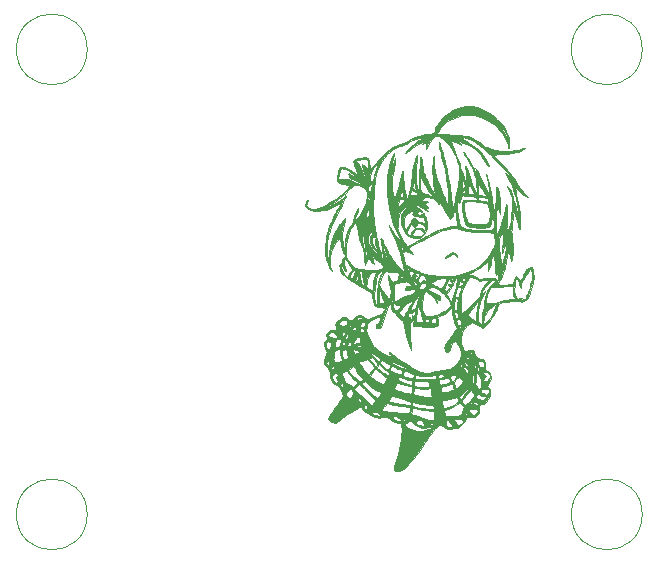
<source format=gbo>
G04 #@! TF.GenerationSoftware,KiCad,Pcbnew,(5.1.2)-2*
G04 #@! TF.CreationDate,2021-05-31T16:07:44+09:00*
G04 #@! TF.ProjectId,enc_can_2,656e635f-6361-46e5-9f32-2e6b69636164,rev?*
G04 #@! TF.SameCoordinates,Original*
G04 #@! TF.FileFunction,Legend,Bot*
G04 #@! TF.FilePolarity,Positive*
%FSLAX46Y46*%
G04 Gerber Fmt 4.6, Leading zero omitted, Abs format (unit mm)*
G04 Created by KiCad (PCBNEW (5.1.2)-2) date 2021-05-31 16:07:44*
%MOMM*%
%LPD*%
G04 APERTURE LIST*
%ADD10C,0.010000*%
%ADD11C,0.120000*%
G04 APERTURE END LIST*
D10*
G36*
X145048267Y-107349744D02*
G01*
X144939852Y-107391224D01*
X144925742Y-107397639D01*
X144793198Y-107467417D01*
X144654608Y-107554676D01*
X144529638Y-107645105D01*
X144437953Y-107724394D01*
X144399223Y-107778231D01*
X144399000Y-107780932D01*
X144422339Y-107817937D01*
X144495549Y-107803020D01*
X144623417Y-107734418D01*
X144751030Y-107651464D01*
X144887024Y-107567227D01*
X145006694Y-107507174D01*
X145083987Y-107484333D01*
X145162010Y-107514099D01*
X145262551Y-107589760D01*
X145314041Y-107640772D01*
X145394333Y-107719318D01*
X145446331Y-107752692D01*
X145457334Y-107744504D01*
X145425863Y-107630047D01*
X145347566Y-107504970D01*
X145246614Y-107404775D01*
X145210775Y-107382348D01*
X145125628Y-107347480D01*
X145048267Y-107349744D01*
X145048267Y-107349744D01*
G37*
X145048267Y-107349744D02*
X144939852Y-107391224D01*
X144925742Y-107397639D01*
X144793198Y-107467417D01*
X144654608Y-107554676D01*
X144529638Y-107645105D01*
X144437953Y-107724394D01*
X144399223Y-107778231D01*
X144399000Y-107780932D01*
X144422339Y-107817937D01*
X144495549Y-107803020D01*
X144623417Y-107734418D01*
X144751030Y-107651464D01*
X144887024Y-107567227D01*
X145006694Y-107507174D01*
X145083987Y-107484333D01*
X145162010Y-107514099D01*
X145262551Y-107589760D01*
X145314041Y-107640772D01*
X145394333Y-107719318D01*
X145446331Y-107752692D01*
X145457334Y-107744504D01*
X145425863Y-107630047D01*
X145347566Y-107504970D01*
X145246614Y-107404775D01*
X145210775Y-107382348D01*
X145125628Y-107347480D01*
X145048267Y-107349744D01*
G36*
X146176552Y-94964416D02*
G01*
X145863207Y-95017129D01*
X145475119Y-95135323D01*
X145087544Y-95319769D01*
X144713224Y-95559378D01*
X144364900Y-95843063D01*
X144055316Y-96159733D01*
X143797212Y-96498299D01*
X143603331Y-96847673D01*
X143524966Y-97052035D01*
X143457069Y-97266571D01*
X143091951Y-97318971D01*
X142778153Y-97372072D01*
X142464476Y-97439657D01*
X142170326Y-97516496D01*
X141915108Y-97597360D01*
X141718225Y-97677018D01*
X141668500Y-97702630D01*
X141506130Y-97793202D01*
X141322648Y-97895366D01*
X141224000Y-97950211D01*
X141071038Y-98023440D01*
X140872810Y-98102390D01*
X140666285Y-98172624D01*
X140616645Y-98187429D01*
X140397746Y-98255838D01*
X140205553Y-98330583D01*
X140027352Y-98420297D01*
X139850433Y-98533610D01*
X139662080Y-98679153D01*
X139449583Y-98865559D01*
X139200229Y-99101457D01*
X139040820Y-99257345D01*
X138833361Y-99464870D01*
X138637759Y-99666234D01*
X138465301Y-99849372D01*
X138327275Y-100002223D01*
X138234969Y-100112723D01*
X138215320Y-100139500D01*
X138070167Y-100351167D01*
X138060238Y-100203000D01*
X138044594Y-100045538D01*
X138033567Y-99967178D01*
X137914520Y-99967178D01*
X137913762Y-100087628D01*
X137887989Y-100180366D01*
X137885528Y-100185877D01*
X137832843Y-100301506D01*
X137603303Y-100074817D01*
X137491614Y-99969964D01*
X137403399Y-99897272D01*
X137354708Y-99869719D01*
X137351034Y-99870855D01*
X137353241Y-99919334D01*
X137384382Y-100017133D01*
X137410146Y-100080041D01*
X137459895Y-100216700D01*
X137512738Y-100398328D01*
X137557515Y-100586437D01*
X137558827Y-100592798D01*
X137602044Y-100819684D01*
X137623712Y-100970749D01*
X137624310Y-101044693D01*
X137604320Y-101040215D01*
X137564223Y-100956014D01*
X137504499Y-100790792D01*
X137495525Y-100763917D01*
X137385758Y-100466628D01*
X137264739Y-100197181D01*
X137140499Y-99970842D01*
X137021067Y-99802873D01*
X137015532Y-99797305D01*
X136817992Y-99797305D01*
X136810208Y-99852212D01*
X136795757Y-99852868D01*
X136785652Y-99796209D01*
X136792415Y-99771729D01*
X136811213Y-99755694D01*
X136817992Y-99797305D01*
X137015532Y-99797305D01*
X136954979Y-99736396D01*
X136806392Y-99613918D01*
X136925260Y-99568725D01*
X137108094Y-99510993D01*
X137304334Y-99468037D01*
X137493200Y-99442221D01*
X137653913Y-99435909D01*
X137765692Y-99451467D01*
X137798013Y-99469412D01*
X137827889Y-99532145D01*
X137861862Y-99651966D01*
X137890606Y-99792323D01*
X137914520Y-99967178D01*
X138033567Y-99967178D01*
X138018912Y-99863042D01*
X137987591Y-99680265D01*
X137955027Y-99521959D01*
X137925618Y-99412875D01*
X137915470Y-99388083D01*
X137876461Y-99346694D01*
X137800883Y-99323859D01*
X137668992Y-99315080D01*
X137592428Y-99314502D01*
X137325600Y-99330447D01*
X137086847Y-99374091D01*
X136888618Y-99440615D01*
X136743363Y-99525199D01*
X136663530Y-99623026D01*
X136652001Y-99678533D01*
X136669203Y-99789652D01*
X136716661Y-99958693D01*
X136788152Y-100167173D01*
X136877452Y-100396610D01*
X136953327Y-100573457D01*
X137071830Y-100838082D01*
X136851332Y-100677125D01*
X136568325Y-100484175D01*
X136298066Y-100325709D01*
X136050007Y-100205494D01*
X135833606Y-100127296D01*
X135658318Y-100094880D01*
X135533599Y-100112014D01*
X135496046Y-100137335D01*
X135463595Y-100202056D01*
X135422377Y-100329305D01*
X135377261Y-100498047D01*
X135333114Y-100687249D01*
X135294804Y-100875877D01*
X135267199Y-101042897D01*
X135255167Y-101167274D01*
X135255000Y-101178900D01*
X135276359Y-101282731D01*
X135353960Y-101363596D01*
X135392584Y-101388826D01*
X135536910Y-101460196D01*
X135732434Y-101535284D01*
X135946964Y-101603165D01*
X136148306Y-101652913D01*
X136197789Y-101662081D01*
X136357412Y-101688830D01*
X136167006Y-101936277D01*
X135907449Y-102224751D01*
X135570316Y-102518771D01*
X135162067Y-102813555D01*
X134689158Y-103104323D01*
X134315529Y-103306818D01*
X133962990Y-103471883D01*
X133646616Y-103586546D01*
X133373856Y-103648831D01*
X133152159Y-103656763D01*
X133061341Y-103639300D01*
X132892991Y-103569818D01*
X132761407Y-103479257D01*
X132684787Y-103382055D01*
X132672667Y-103330907D01*
X132691395Y-103242339D01*
X132738251Y-103121372D01*
X132758194Y-103079980D01*
X132807117Y-102965028D01*
X132806806Y-102917673D01*
X132762767Y-102940922D01*
X132680628Y-103037619D01*
X132605523Y-103193542D01*
X132591361Y-103357626D01*
X132638336Y-103502486D01*
X132676987Y-103551653D01*
X132764576Y-103618243D01*
X132896748Y-103696278D01*
X133000210Y-103747877D01*
X133112370Y-103796025D01*
X133209881Y-103825701D01*
X133316791Y-103839867D01*
X133457149Y-103841483D01*
X133655001Y-103833511D01*
X133683807Y-103832047D01*
X134047900Y-103797828D01*
X134376208Y-103729965D01*
X134690606Y-103620705D01*
X135012966Y-103462294D01*
X135365162Y-103246978D01*
X135400832Y-103223371D01*
X135514379Y-103151884D01*
X135596650Y-103107730D01*
X135626138Y-103100026D01*
X135615155Y-103141683D01*
X135569174Y-103229365D01*
X135536127Y-103283893D01*
X135483390Y-103374606D01*
X135400620Y-103525673D01*
X135295941Y-103721866D01*
X135177478Y-103947958D01*
X135053993Y-104187476D01*
X134808895Y-104691717D01*
X134615596Y-105149600D01*
X134469509Y-105577925D01*
X134366049Y-105993494D01*
X134300630Y-106413109D01*
X134268664Y-106853570D01*
X134263823Y-107082167D01*
X134263625Y-107314978D01*
X134269347Y-107490488D01*
X134285077Y-107636040D01*
X134314901Y-107778980D01*
X134362904Y-107946651D01*
X134419567Y-108124462D01*
X134498052Y-108344303D01*
X134585055Y-108551424D01*
X134673038Y-108731217D01*
X134754464Y-108869072D01*
X134821792Y-108950382D01*
X134853813Y-108966000D01*
X134848603Y-108932189D01*
X134812325Y-108845106D01*
X134772864Y-108763602D01*
X134694546Y-108583992D01*
X134649660Y-108408139D01*
X134636847Y-108215194D01*
X134654745Y-107984311D01*
X134701994Y-107694641D01*
X134702817Y-107690282D01*
X134783876Y-107333328D01*
X134887413Y-107028073D01*
X135027262Y-106741992D01*
X135217258Y-106442559D01*
X135258609Y-106383667D01*
X135484276Y-106066167D01*
X135513289Y-106214333D01*
X135536735Y-106336626D01*
X135567756Y-106501669D01*
X135592812Y-106636769D01*
X135642010Y-106839302D01*
X135715554Y-107064942D01*
X135802970Y-107287022D01*
X135893786Y-107478875D01*
X135975577Y-107611333D01*
X136057451Y-107717167D01*
X136058393Y-107208056D01*
X136070959Y-106733959D01*
X136108755Y-106328546D01*
X136174775Y-105978808D01*
X136272011Y-105671736D01*
X136403455Y-105394319D01*
X136517990Y-105209973D01*
X136635971Y-105047438D01*
X136743154Y-104918374D01*
X136830176Y-104832165D01*
X136887675Y-104798199D01*
X136906449Y-104820537D01*
X136915879Y-104937739D01*
X136940286Y-105115531D01*
X136975624Y-105332001D01*
X137017846Y-105565236D01*
X137062905Y-105793325D01*
X137106753Y-105994356D01*
X137145345Y-106146418D01*
X137159965Y-106193167D01*
X137316008Y-106664360D01*
X137433331Y-107074531D01*
X137514974Y-107436307D01*
X137563979Y-107762315D01*
X137577996Y-107928833D01*
X137605905Y-108394500D01*
X137743827Y-108129061D01*
X137881749Y-107863623D01*
X138109550Y-108107895D01*
X138219345Y-108218660D01*
X138308193Y-108295430D01*
X138360599Y-108325198D01*
X138366425Y-108323556D01*
X138371330Y-108270545D01*
X138353747Y-108163348D01*
X138328084Y-108063040D01*
X138289971Y-107911091D01*
X138265530Y-107773603D01*
X138260667Y-107712895D01*
X138262900Y-107645742D01*
X138278257Y-107631766D01*
X138319729Y-107676261D01*
X138384869Y-107763542D01*
X138490512Y-107877080D01*
X138636249Y-107997272D01*
X138755286Y-108076477D01*
X138903395Y-108172348D01*
X139001755Y-108266823D01*
X139078986Y-108390556D01*
X139111919Y-108458431D01*
X139222337Y-108696338D01*
X138942585Y-108766050D01*
X138707621Y-108821715D01*
X138522515Y-108855514D01*
X138355977Y-108869738D01*
X138176717Y-108866677D01*
X137953446Y-108848624D01*
X137894591Y-108842795D01*
X137673881Y-108820842D01*
X137454362Y-108799522D01*
X137378285Y-108792336D01*
X136621310Y-108792336D01*
X136489065Y-108903612D01*
X136390143Y-109018074D01*
X136304146Y-109170297D01*
X136282807Y-109223278D01*
X136235536Y-109340520D01*
X136194248Y-109416110D01*
X136176519Y-109431667D01*
X136129228Y-109405471D01*
X136043289Y-109338398D01*
X135980794Y-109283999D01*
X135866956Y-109154308D01*
X135759758Y-108986410D01*
X135671662Y-108805787D01*
X135615128Y-108637922D01*
X135602383Y-108510113D01*
X135613325Y-108457313D01*
X135633647Y-108453469D01*
X135671990Y-108507076D01*
X135736996Y-108626634D01*
X135753893Y-108659083D01*
X135830384Y-108790379D01*
X135901462Y-108885060D01*
X135952325Y-108923567D01*
X135954110Y-108923667D01*
X135989792Y-108923003D01*
X136008275Y-108910231D01*
X136008662Y-108869180D01*
X135990055Y-108783681D01*
X135951559Y-108637561D01*
X135934767Y-108574889D01*
X135870151Y-108302001D01*
X135840616Y-108098761D01*
X135846268Y-107967399D01*
X135887213Y-107910141D01*
X135903247Y-107907667D01*
X135981333Y-107943334D01*
X136078382Y-108038248D01*
X136178988Y-108174279D01*
X136267745Y-108333298D01*
X136271223Y-108340722D01*
X136353933Y-108487792D01*
X136453567Y-108624059D01*
X136492746Y-108666640D01*
X136621310Y-108792336D01*
X137378285Y-108792336D01*
X137267989Y-108781918D01*
X137185536Y-108774435D01*
X137006520Y-108752263D01*
X136861330Y-108714116D01*
X136736353Y-108649484D01*
X136617976Y-108547855D01*
X136492588Y-108398717D01*
X136346577Y-108191558D01*
X136258938Y-108058880D01*
X136128197Y-107884366D01*
X136003843Y-107766651D01*
X135895828Y-107713861D01*
X135840722Y-107717567D01*
X135760241Y-107789786D01*
X135703207Y-107923106D01*
X135678666Y-108095195D01*
X135678334Y-108118381D01*
X135670300Y-108228545D01*
X135637166Y-108280139D01*
X135583084Y-108296306D01*
X135506020Y-108344857D01*
X135474175Y-108456140D01*
X135488046Y-108620995D01*
X135548129Y-108830261D01*
X135553338Y-108844360D01*
X135709031Y-109142746D01*
X135931793Y-109395598D01*
X136211119Y-109591301D01*
X136244760Y-109608797D01*
X136386901Y-109685553D01*
X136573702Y-109793662D01*
X136779185Y-109917798D01*
X136948334Y-110023952D01*
X137164936Y-110160351D01*
X137399653Y-110304378D01*
X137619907Y-110436216D01*
X137752667Y-110513275D01*
X137955835Y-110630422D01*
X138096206Y-110718038D01*
X138185329Y-110787108D01*
X138234748Y-110848616D01*
X138256010Y-110913550D01*
X138260663Y-110992893D01*
X138260667Y-110996588D01*
X138272175Y-111123937D01*
X138302530Y-111290636D01*
X138345483Y-111472917D01*
X138394783Y-111647008D01*
X138444178Y-111789140D01*
X138487419Y-111875544D01*
X138493779Y-111883054D01*
X138562724Y-111915828D01*
X138695684Y-111949464D01*
X138872197Y-111979141D01*
X138935566Y-111987134D01*
X139116793Y-112009653D01*
X139229748Y-112029889D01*
X139290428Y-112053741D01*
X139314830Y-112087109D01*
X139319000Y-112128541D01*
X139278008Y-112265471D01*
X139159560Y-112405166D01*
X138970454Y-112542018D01*
X138717488Y-112670418D01*
X138608418Y-112714911D01*
X138422713Y-112789701D01*
X138255851Y-112862944D01*
X138130996Y-112924171D01*
X138084799Y-112951537D01*
X137982185Y-113010177D01*
X137890969Y-113021356D01*
X137787760Y-112981185D01*
X137731721Y-112942608D01*
X137440309Y-112942608D01*
X137424176Y-112998952D01*
X137355706Y-113015255D01*
X137331907Y-113009650D01*
X137235562Y-113006306D01*
X137155553Y-113026411D01*
X137023863Y-113065930D01*
X136957020Y-113053549D01*
X136948334Y-113027217D01*
X136966887Y-112955744D01*
X136992157Y-112900217D01*
X137067002Y-112839920D01*
X137184960Y-112817954D01*
X137312629Y-112836393D01*
X137391210Y-112875411D01*
X137440309Y-112942608D01*
X137731721Y-112942608D01*
X137649166Y-112885778D01*
X137638005Y-112877289D01*
X137429468Y-112734444D01*
X137258107Y-112658956D01*
X137110669Y-112650174D01*
X136973899Y-112707448D01*
X136834543Y-112830125D01*
X136827714Y-112837481D01*
X136652461Y-113006075D01*
X136503735Y-113098487D01*
X136374231Y-113116146D01*
X136256638Y-113060483D01*
X136168037Y-112966500D01*
X136070816Y-112863339D01*
X135972905Y-112821761D01*
X135924233Y-112818333D01*
X135760131Y-112848196D01*
X135579371Y-112927431D01*
X135404444Y-113040505D01*
X135257841Y-113171887D01*
X135162051Y-113306046D01*
X135142743Y-113358024D01*
X135141056Y-113467681D01*
X135168874Y-113576808D01*
X135188571Y-113689373D01*
X135168876Y-113803779D01*
X135120418Y-113896075D01*
X135053829Y-113942310D01*
X135008722Y-113937610D01*
X134850460Y-113888142D01*
X134724681Y-113901806D01*
X134601775Y-113984178D01*
X134562525Y-114021631D01*
X134430927Y-114184270D01*
X134375234Y-114340638D01*
X134389911Y-114507600D01*
X134396024Y-114528778D01*
X134414728Y-114615959D01*
X134399496Y-114687847D01*
X134339915Y-114774722D01*
X134292026Y-114831189D01*
X134205508Y-114939758D01*
X134165731Y-115029549D01*
X134159256Y-115141336D01*
X134164333Y-115218548D01*
X134218558Y-115458955D01*
X134299167Y-115607522D01*
X134416232Y-115776448D01*
X134305678Y-116052789D01*
X134216250Y-116292430D01*
X134168144Y-116476685D01*
X134163010Y-116624962D01*
X134202497Y-116756673D01*
X134288254Y-116891226D01*
X134386944Y-117009082D01*
X134536530Y-117187833D01*
X134630680Y-117331788D01*
X134678189Y-117461310D01*
X134687853Y-117596763D01*
X134679533Y-117686456D01*
X134688105Y-117931667D01*
X134775859Y-118165144D01*
X134937320Y-118376418D01*
X135117309Y-118523376D01*
X135346447Y-118689818D01*
X135509581Y-118842854D01*
X135620284Y-118997996D01*
X135692128Y-119170754D01*
X135696425Y-119185185D01*
X135733388Y-119322506D01*
X135757562Y-119431826D01*
X135763000Y-119474237D01*
X135739816Y-119534107D01*
X135676063Y-119649552D01*
X135580449Y-119807290D01*
X135461676Y-119994044D01*
X135328449Y-120196534D01*
X135189472Y-120401480D01*
X135053450Y-120595603D01*
X134929088Y-120765624D01*
X134847819Y-120870434D01*
X134674139Y-121107310D01*
X134571292Y-121301521D01*
X134539646Y-121457341D01*
X134579569Y-121579041D01*
X134691428Y-121670895D01*
X134875593Y-121737176D01*
X134923417Y-121748231D01*
X135094156Y-121768185D01*
X135242906Y-121741884D01*
X135388964Y-121661147D01*
X135551627Y-121517795D01*
X135574829Y-121493905D01*
X135092314Y-121493905D01*
X135030868Y-121484505D01*
X134941821Y-121448599D01*
X134866087Y-121399188D01*
X134813974Y-121340856D01*
X134801604Y-121296137D01*
X134824771Y-121285000D01*
X134876477Y-121308107D01*
X134966337Y-121365940D01*
X135001000Y-121390833D01*
X135083486Y-121461580D01*
X135092314Y-121493905D01*
X135574829Y-121493905D01*
X135610901Y-121456766D01*
X135751847Y-121325141D01*
X135843651Y-121254411D01*
X135212667Y-121254411D01*
X135186930Y-121262392D01*
X135127741Y-121221265D01*
X135072247Y-121158677D01*
X135063218Y-121124005D01*
X135106945Y-121128970D01*
X135166111Y-121175094D01*
X135208040Y-121233865D01*
X135212667Y-121254411D01*
X135843651Y-121254411D01*
X135908693Y-121204300D01*
X136025911Y-121132318D01*
X136143259Y-121068426D01*
X136309813Y-120971969D01*
X136503451Y-120855995D01*
X136702050Y-120733554D01*
X136703241Y-120732808D01*
X136882362Y-120622815D01*
X137037817Y-120531500D01*
X137154592Y-120467385D01*
X137217676Y-120438994D01*
X137221999Y-120438333D01*
X137272411Y-120470251D01*
X137348445Y-120551973D01*
X137399238Y-120618250D01*
X137539692Y-120769012D01*
X137713671Y-120893111D01*
X137734055Y-120904000D01*
X137899354Y-120992842D01*
X138072801Y-121091987D01*
X138132252Y-121127732D01*
X138370846Y-121254593D01*
X138595733Y-121325302D01*
X138836872Y-121345806D01*
X139116314Y-121323131D01*
X139485128Y-121273414D01*
X139642712Y-121411775D01*
X139869735Y-121571209D01*
X140148894Y-121705125D01*
X140448280Y-121798247D01*
X140451611Y-121798997D01*
X140582217Y-121832628D01*
X140655111Y-121872258D01*
X140695885Y-121939041D01*
X140721425Y-122022030D01*
X140752222Y-122227083D01*
X140754190Y-122500297D01*
X140729078Y-122830879D01*
X140678633Y-123208037D01*
X140604605Y-123620977D01*
X140508740Y-124058908D01*
X140392787Y-124511038D01*
X140258494Y-124966573D01*
X140230031Y-125055771D01*
X140170007Y-125249969D01*
X140121543Y-125422989D01*
X140090149Y-125554090D01*
X140081000Y-125616823D01*
X140118418Y-125739605D01*
X140219112Y-125827929D01*
X140365751Y-125873219D01*
X140540998Y-125866903D01*
X140572698Y-125860004D01*
X140688969Y-125813586D01*
X140822057Y-125736039D01*
X140864869Y-125705428D01*
X140994319Y-125593241D01*
X141073504Y-125515306D01*
X140611394Y-125515306D01*
X140610167Y-125515333D01*
X140545144Y-125495895D01*
X140462000Y-125454833D01*
X140400334Y-125412712D01*
X140397273Y-125394361D01*
X140398500Y-125394333D01*
X140463523Y-125413771D01*
X140546667Y-125454833D01*
X140608334Y-125496954D01*
X140611394Y-125515306D01*
X141073504Y-125515306D01*
X141162260Y-125427953D01*
X141277470Y-125306667D01*
X141054667Y-125306667D01*
X141035670Y-125340111D01*
X140970484Y-125344372D01*
X140846814Y-125318665D01*
X140730627Y-125285922D01*
X140590751Y-125231560D01*
X140475017Y-125164605D01*
X140437193Y-125131570D01*
X140392905Y-125073502D01*
X140396947Y-125058259D01*
X140398500Y-125058901D01*
X140458870Y-125086054D01*
X140567277Y-125135289D01*
X140645427Y-125170920D01*
X140782957Y-125225022D01*
X140905317Y-125258743D01*
X140952343Y-125264333D01*
X141030206Y-125279276D01*
X141054667Y-125306667D01*
X141277470Y-125306667D01*
X141356052Y-125223942D01*
X141563053Y-124995590D01*
X141770622Y-124757276D01*
X141966116Y-124523380D01*
X142136896Y-124308281D01*
X142270318Y-124126361D01*
X142321375Y-124048618D01*
X142452515Y-123835808D01*
X142601636Y-123593200D01*
X142742634Y-123363281D01*
X142783910Y-123295833D01*
X142984291Y-122985671D01*
X143188368Y-122701835D01*
X143387150Y-122455065D01*
X143571648Y-122256100D01*
X143703509Y-122141252D01*
X143366448Y-122141252D01*
X143362751Y-122166014D01*
X143277149Y-122210602D01*
X143109921Y-122275813D01*
X142938500Y-122336198D01*
X142711404Y-122413316D01*
X142544376Y-122465240D01*
X142417419Y-122494310D01*
X142310537Y-122502864D01*
X142203734Y-122493241D01*
X142077011Y-122467779D01*
X141988945Y-122447250D01*
X141772471Y-122382713D01*
X141534687Y-122290182D01*
X141303023Y-122182206D01*
X141104905Y-122071332D01*
X140991167Y-121990795D01*
X140864167Y-121885025D01*
X140991167Y-121853467D01*
X141112799Y-121805347D01*
X141238801Y-121730441D01*
X141249163Y-121722788D01*
X141353042Y-121657823D01*
X141441200Y-121624736D01*
X141453337Y-121623667D01*
X141518289Y-121648605D01*
X141628633Y-121715150D01*
X141764555Y-121810898D01*
X141819722Y-121853086D01*
X142055524Y-122022038D01*
X142263635Y-122130745D01*
X142467573Y-122186390D01*
X142690852Y-122196154D01*
X142883334Y-122177934D01*
X143127018Y-122148009D01*
X143287963Y-122135516D01*
X143366448Y-122141252D01*
X143703509Y-122141252D01*
X143732868Y-122115681D01*
X143815510Y-122063582D01*
X143936631Y-122006191D01*
X143973845Y-121991459D01*
X142657998Y-121991459D01*
X142641541Y-122036273D01*
X142582050Y-122046862D01*
X142563800Y-122047000D01*
X142464450Y-122032272D01*
X142323449Y-121994323D01*
X142218177Y-121958452D01*
X141981512Y-121869904D01*
X141994339Y-121693868D01*
X142004200Y-121558545D01*
X140989427Y-121558545D01*
X140972770Y-121621665D01*
X140958409Y-121634586D01*
X140873325Y-121656673D01*
X140732657Y-121657551D01*
X140561972Y-121640156D01*
X140386836Y-121607425D01*
X140232818Y-121562294D01*
X140194826Y-121546897D01*
X140071747Y-121483830D01*
X140011784Y-121424874D01*
X139996334Y-121353984D01*
X140027658Y-121262330D01*
X140112103Y-121219928D01*
X140235378Y-121224803D01*
X140383192Y-121274982D01*
X140541255Y-121368491D01*
X140631992Y-121441798D01*
X140843000Y-121631512D01*
X140843000Y-121458256D01*
X140854690Y-121333748D01*
X140884775Y-121290845D01*
X140925778Y-121330534D01*
X140967003Y-121441874D01*
X140989427Y-121558545D01*
X142004200Y-121558545D01*
X142007167Y-121517833D01*
X142198490Y-121505329D01*
X142330809Y-121505921D01*
X142420806Y-121538891D01*
X142502093Y-121611162D01*
X142587307Y-121736212D01*
X142641747Y-121879134D01*
X142643565Y-121888250D01*
X142657998Y-121991459D01*
X143973845Y-121991459D01*
X144029324Y-121969497D01*
X144059947Y-121962333D01*
X144116262Y-121984839D01*
X144217526Y-122043340D01*
X144320988Y-122111107D01*
X144491941Y-122219198D01*
X144630821Y-122277857D01*
X144767654Y-122295204D01*
X144932468Y-122279357D01*
X144939293Y-122278272D01*
X145077993Y-122257354D01*
X145193077Y-122242260D01*
X145224500Y-122239028D01*
X145341756Y-122229058D01*
X145398330Y-122224148D01*
X145511767Y-122183357D01*
X145653786Y-122087831D01*
X145806137Y-121953375D01*
X145950572Y-121795790D01*
X146051531Y-121658498D01*
X146080464Y-121612585D01*
X145911562Y-121612585D01*
X145895901Y-121674177D01*
X145831303Y-121763835D01*
X145738276Y-121861197D01*
X145637328Y-121945897D01*
X145548969Y-121997572D01*
X145516690Y-122004667D01*
X145466473Y-121971347D01*
X145449823Y-121952300D01*
X144976660Y-121952300D01*
X144971321Y-122061289D01*
X144906897Y-122137411D01*
X144805001Y-122173412D01*
X144687247Y-122162038D01*
X144575249Y-122096036D01*
X144568334Y-122089333D01*
X144508036Y-121989591D01*
X144491290Y-121911851D01*
X143424686Y-121911851D01*
X143390291Y-121948475D01*
X143306054Y-121960594D01*
X143202153Y-121951369D01*
X143108766Y-121923963D01*
X143056069Y-121881536D01*
X143053307Y-121872943D01*
X143070672Y-121820818D01*
X143155533Y-121787175D01*
X143199368Y-121778919D01*
X143333559Y-121776105D01*
X143405795Y-121825435D01*
X143424686Y-121911851D01*
X144491290Y-121911851D01*
X144480376Y-121861188D01*
X144483409Y-121728571D01*
X144495335Y-121686393D01*
X143923846Y-121686393D01*
X143876773Y-121734769D01*
X143815931Y-121750667D01*
X143769636Y-121744589D01*
X143785084Y-121712595D01*
X143817421Y-121679103D01*
X143881536Y-121633839D01*
X143915398Y-121633953D01*
X143923846Y-121686393D01*
X144495335Y-121686393D01*
X144515189Y-121616182D01*
X144573773Y-121548467D01*
X144612114Y-121539000D01*
X144685990Y-121572123D01*
X144780394Y-121655945D01*
X144874753Y-121767141D01*
X144948496Y-121882388D01*
X144976660Y-121952300D01*
X145449823Y-121952300D01*
X145390264Y-121884167D01*
X145308036Y-121767210D01*
X145233180Y-121645654D01*
X145183278Y-121555753D01*
X145169152Y-121517116D01*
X145214371Y-121503369D01*
X145318631Y-121480464D01*
X145433090Y-121458289D01*
X145645865Y-121440727D01*
X145798035Y-121478966D01*
X145893845Y-121574374D01*
X145911562Y-121612585D01*
X146080464Y-121612585D01*
X146134877Y-121526243D01*
X146199020Y-121418333D01*
X146230404Y-121357594D01*
X146230678Y-121356801D01*
X146283002Y-121326042D01*
X146408889Y-121307319D01*
X146524793Y-121302527D01*
X146711281Y-121290810D01*
X146855555Y-121254586D01*
X146997830Y-121184142D01*
X147162528Y-121074181D01*
X147260158Y-120965022D01*
X147302986Y-120832045D01*
X147303106Y-120757490D01*
X147201852Y-120757490D01*
X147159359Y-120844952D01*
X147070689Y-120944836D01*
X146961103Y-121035513D01*
X146855861Y-121095355D01*
X146793859Y-121106837D01*
X146752991Y-121083917D01*
X146260726Y-121083917D01*
X146234582Y-121115854D01*
X146177410Y-121106271D01*
X146126054Y-121064259D01*
X146118030Y-121048704D01*
X146095100Y-120945413D01*
X146093275Y-120911121D01*
X146105093Y-120876588D01*
X146145653Y-120908161D01*
X146177000Y-120946333D01*
X146235151Y-121029433D01*
X146260687Y-121083216D01*
X146260726Y-121083917D01*
X146752991Y-121083917D01*
X146724656Y-121068026D01*
X146630563Y-120979700D01*
X146549155Y-120882833D01*
X146465507Y-120767550D01*
X146407502Y-120678692D01*
X146388880Y-120639417D01*
X146427123Y-120621966D01*
X146527175Y-120612696D01*
X146666590Y-120611466D01*
X146822921Y-120618136D01*
X146973721Y-120632566D01*
X147044834Y-120643513D01*
X147155142Y-120672139D01*
X147199802Y-120712542D01*
X147201852Y-120757490D01*
X147303106Y-120757490D01*
X147303279Y-120650633D01*
X147296976Y-120583742D01*
X147289812Y-120481653D01*
X146014144Y-120481653D01*
X145947249Y-120682243D01*
X145837079Y-120921878D01*
X145691212Y-121094064D01*
X145537136Y-121184390D01*
X145435783Y-121205920D01*
X145273152Y-121223638D01*
X145072612Y-121235518D01*
X144902171Y-121239446D01*
X144410509Y-121242667D01*
X144383588Y-121046258D01*
X144362433Y-120877329D01*
X144362070Y-120787997D01*
X143521800Y-120787997D01*
X143496738Y-121143131D01*
X143482073Y-121311625D01*
X143465009Y-121448830D01*
X143448573Y-121531795D01*
X143443939Y-121543144D01*
X143379153Y-121570890D01*
X143247574Y-121564374D01*
X143058878Y-121525678D01*
X142822744Y-121456879D01*
X142548848Y-121360060D01*
X142494274Y-121339033D01*
X142282185Y-121259553D01*
X142141119Y-121210574D01*
X138899850Y-121210574D01*
X138705640Y-121181450D01*
X138547990Y-121148742D01*
X138397159Y-121103584D01*
X138364881Y-121091095D01*
X138262310Y-121043938D01*
X138224901Y-121003555D01*
X138238779Y-120946370D01*
X138257852Y-120909260D01*
X138294668Y-120867431D01*
X138360766Y-120850970D01*
X138479305Y-120855846D01*
X138533147Y-120861371D01*
X138690152Y-120884298D01*
X138784243Y-120919752D01*
X138837148Y-120982371D01*
X138870593Y-121086788D01*
X138871127Y-121089037D01*
X138899850Y-121210574D01*
X142141119Y-121210574D01*
X142075794Y-121187893D01*
X141900263Y-121132470D01*
X141790675Y-121103680D01*
X141573635Y-121058156D01*
X141594920Y-120779994D01*
X141606409Y-120638197D01*
X141608074Y-120620273D01*
X141433872Y-120620273D01*
X141427052Y-120756568D01*
X141407423Y-120857058D01*
X141380334Y-120958282D01*
X140783584Y-120932710D01*
X140509642Y-120917354D01*
X140211317Y-120894735D01*
X139925598Y-120867964D01*
X139700000Y-120841583D01*
X139437051Y-120805856D01*
X139247444Y-120778326D01*
X139120598Y-120756004D01*
X139045928Y-120735903D01*
X139012854Y-120715034D01*
X139010793Y-120690409D01*
X139029163Y-120659040D01*
X139033212Y-120653307D01*
X139087790Y-120584746D01*
X139179556Y-120477292D01*
X139286470Y-120356636D01*
X139295444Y-120346687D01*
X137790438Y-120346687D01*
X137785115Y-120498199D01*
X137749418Y-120636661D01*
X137703835Y-120755833D01*
X137601251Y-120637056D01*
X137533881Y-120549963D01*
X137499719Y-120488020D01*
X137498667Y-120481554D01*
X137523758Y-120428645D01*
X137586367Y-120341486D01*
X137610755Y-120311620D01*
X137689220Y-120230524D01*
X137737885Y-120215123D01*
X137758274Y-120234289D01*
X137790438Y-120346687D01*
X139295444Y-120346687D01*
X139486773Y-120134579D01*
X139857970Y-120221457D01*
X140052709Y-120261772D01*
X140298363Y-120304986D01*
X140561600Y-120345566D01*
X140779500Y-120374482D01*
X140989535Y-120400630D01*
X141171112Y-120424922D01*
X141306607Y-120444881D01*
X141378397Y-120458028D01*
X141382750Y-120459319D01*
X141418543Y-120512120D01*
X141433872Y-120620273D01*
X141608074Y-120620273D01*
X141615883Y-120536260D01*
X141621186Y-120496786D01*
X141662060Y-120502851D01*
X141770948Y-120522959D01*
X141932902Y-120554254D01*
X142132973Y-120593876D01*
X142211790Y-120609697D01*
X142463749Y-120657170D01*
X142723982Y-120700647D01*
X142962777Y-120735485D01*
X143150421Y-120757040D01*
X143159606Y-120757826D01*
X143521800Y-120787997D01*
X144362070Y-120787997D01*
X144362008Y-120772863D01*
X144391495Y-120713447D01*
X144460078Y-120679666D01*
X144569245Y-120653759D01*
X144698391Y-120612044D01*
X143509764Y-120612044D01*
X143470739Y-120623196D01*
X143364887Y-120625528D01*
X143209483Y-120619973D01*
X143021803Y-120607468D01*
X142819123Y-120588947D01*
X142618718Y-120565346D01*
X142599834Y-120562792D01*
X142400345Y-120531984D01*
X142170512Y-120491406D01*
X141975417Y-120452977D01*
X141647334Y-120383753D01*
X141647334Y-120194441D01*
X141651205Y-120078649D01*
X141652113Y-120076220D01*
X141520334Y-120076220D01*
X141505305Y-120216977D01*
X141455713Y-120286675D01*
X141364794Y-120294227D01*
X141356216Y-120292557D01*
X141268915Y-120277279D01*
X141120724Y-120254274D01*
X140934672Y-120227032D01*
X140789035Y-120206593D01*
X140570226Y-120173881D01*
X140353528Y-120137109D01*
X140170510Y-120101823D01*
X140090535Y-120083807D01*
X139934919Y-120045717D01*
X139794836Y-120012117D01*
X139729940Y-119996992D01*
X139611713Y-119970145D01*
X139679204Y-119843518D01*
X138557000Y-119843518D01*
X138528822Y-119892179D01*
X138470967Y-119952737D01*
X138390283Y-120042098D01*
X138306385Y-120158010D01*
X138296963Y-120172935D01*
X138233076Y-120260086D01*
X138182069Y-120302207D01*
X138172537Y-120302721D01*
X138133335Y-120270468D01*
X138043197Y-120186822D01*
X137910994Y-120060319D01*
X137745599Y-119899495D01*
X137730224Y-119884371D01*
X137344536Y-119884371D01*
X137327483Y-119933792D01*
X137264227Y-120003082D01*
X137180439Y-119998340D01*
X137088779Y-119939975D01*
X137020606Y-119853872D01*
X137019631Y-119750417D01*
X137045602Y-119664963D01*
X137087552Y-119641597D01*
X137161403Y-119679804D01*
X137241057Y-119743292D01*
X137323112Y-119823213D01*
X137344536Y-119884371D01*
X137730224Y-119884371D01*
X137555882Y-119712886D01*
X137437819Y-119595823D01*
X137168944Y-119328456D01*
X136589594Y-119328456D01*
X136583764Y-119367830D01*
X136534910Y-119518683D01*
X136472660Y-119639769D01*
X136409333Y-119709630D01*
X136382342Y-119718667D01*
X136324283Y-119690427D01*
X136231662Y-119617349D01*
X136150596Y-119540979D01*
X136055817Y-119437050D01*
X135991946Y-119351312D01*
X135974667Y-119311575D01*
X136005209Y-119261798D01*
X136083507Y-119182901D01*
X136189567Y-119090950D01*
X136303398Y-119002012D01*
X136405006Y-118932154D01*
X136474399Y-118897441D01*
X136489822Y-118897588D01*
X136529868Y-118959677D01*
X136564180Y-119073883D01*
X136586256Y-119207658D01*
X136589594Y-119328456D01*
X137168944Y-119328456D01*
X136739557Y-118901479D01*
X136854529Y-118767626D01*
X136952913Y-118662105D01*
X137047704Y-118573976D01*
X137062245Y-118562300D01*
X137111025Y-118529793D01*
X137155950Y-118524686D01*
X137214262Y-118555076D01*
X137303207Y-118629061D01*
X137407073Y-118724213D01*
X137560761Y-118875598D01*
X137731405Y-119057566D01*
X137884654Y-119233348D01*
X137898923Y-119250664D01*
X138037042Y-119405010D01*
X138187522Y-119550570D01*
X138322314Y-119660647D01*
X138347845Y-119677944D01*
X138459962Y-119754809D01*
X138535872Y-119816266D01*
X138557000Y-119843518D01*
X139679204Y-119843518D01*
X139748010Y-119714426D01*
X139833794Y-119568154D01*
X139899069Y-119493300D01*
X139950903Y-119481234D01*
X140312756Y-119602645D01*
X140638565Y-119710003D01*
X140917121Y-119799695D01*
X141137215Y-119868106D01*
X141276917Y-119908732D01*
X141414971Y-119950918D01*
X141488775Y-119990001D01*
X141517201Y-120038969D01*
X141520334Y-120076220D01*
X141652113Y-120076220D01*
X141670345Y-120027459D01*
X141716041Y-120020902D01*
X141742584Y-120025930D01*
X142056570Y-120090825D01*
X142373381Y-120149743D01*
X142670937Y-120198995D01*
X142927157Y-120234889D01*
X143096232Y-120252162D01*
X143423296Y-120276033D01*
X143466412Y-120431266D01*
X143494431Y-120538081D01*
X143509133Y-120605690D01*
X143509764Y-120612044D01*
X144698391Y-120612044D01*
X144864670Y-120558335D01*
X145176870Y-120399510D01*
X145447827Y-120215960D01*
X145561980Y-120132195D01*
X145646195Y-120076857D01*
X145682136Y-120061938D01*
X145712317Y-120101304D01*
X145779651Y-120186867D01*
X145853631Y-120280076D01*
X146014144Y-120481653D01*
X147289812Y-120481653D01*
X147284813Y-120410432D01*
X147299807Y-120304051D01*
X147351060Y-120248809D01*
X147447676Y-120228918D01*
X147502451Y-120227315D01*
X147602221Y-120201241D01*
X147679881Y-120149995D01*
X147238858Y-120149995D01*
X147206556Y-120192743D01*
X147148747Y-120247401D01*
X147093064Y-120262043D01*
X147015758Y-120234075D01*
X146893082Y-120160901D01*
X146888462Y-120157987D01*
X146780842Y-120094221D01*
X146718961Y-120074651D01*
X146679238Y-120094862D01*
X146662386Y-120115654D01*
X146587069Y-120173395D01*
X146540252Y-120184333D01*
X146488126Y-120170460D01*
X146515530Y-120129164D01*
X146622062Y-120060930D01*
X146660567Y-120039955D01*
X146750376Y-119995772D01*
X146821216Y-119980324D01*
X146905471Y-119993425D01*
X147035524Y-120034894D01*
X147044023Y-120037782D01*
X147172104Y-120083721D01*
X147232638Y-120116920D01*
X147238858Y-120149995D01*
X147679881Y-120149995D01*
X147727141Y-120118810D01*
X147848505Y-120011882D01*
X148058975Y-119776207D01*
X148190336Y-119538452D01*
X148247741Y-119288264D01*
X148251334Y-119202329D01*
X148245104Y-119082091D01*
X148118355Y-119082091D01*
X148110099Y-119154983D01*
X148070900Y-119277211D01*
X147995767Y-119433233D01*
X147902008Y-119592936D01*
X147806931Y-119726209D01*
X147744303Y-119791403D01*
X147623752Y-119838333D01*
X147462822Y-119833201D01*
X147285935Y-119778436D01*
X147207303Y-119738049D01*
X147101766Y-119668374D01*
X147035365Y-119609485D01*
X147023667Y-119587636D01*
X147045788Y-119528553D01*
X147067443Y-119490819D01*
X146903304Y-119490819D01*
X146873925Y-119518886D01*
X146814035Y-119580634D01*
X146750069Y-119686681D01*
X146734468Y-119720182D01*
X146634443Y-119869889D01*
X146458170Y-120037823D01*
X146388667Y-120092860D01*
X146113500Y-120302756D01*
X145954750Y-120150287D01*
X145864867Y-120058738D01*
X145807325Y-119990101D01*
X145796000Y-119968307D01*
X145820773Y-119926692D01*
X145578492Y-119926692D01*
X145432069Y-120055252D01*
X145147678Y-120252136D01*
X144791449Y-120406149D01*
X144674167Y-120442991D01*
X144497761Y-120492532D01*
X144383300Y-120510962D01*
X144311168Y-120489903D01*
X144261750Y-120420975D01*
X144215434Y-120295799D01*
X144196969Y-120239128D01*
X144148115Y-120078134D01*
X144136077Y-119978576D01*
X144169651Y-119921993D01*
X144257635Y-119889926D01*
X144373088Y-119869520D01*
X144487839Y-119846051D01*
X144657253Y-119804843D01*
X144854909Y-119752527D01*
X144986755Y-119715493D01*
X145166102Y-119665155D01*
X145312281Y-119626609D01*
X145408219Y-119604197D01*
X145437390Y-119600866D01*
X145459035Y-119643832D01*
X145499444Y-119736262D01*
X145513464Y-119769762D01*
X145578492Y-119926692D01*
X145820773Y-119926692D01*
X145821582Y-119925334D01*
X145891532Y-119830461D01*
X145995660Y-119696532D01*
X146123777Y-119536389D01*
X146265693Y-119362877D01*
X146411217Y-119188840D01*
X146459096Y-119132544D01*
X146580127Y-118990921D01*
X146761437Y-119235646D01*
X146853827Y-119364954D01*
X146899000Y-119444683D01*
X146903304Y-119490819D01*
X147067443Y-119490819D01*
X147101201Y-119431997D01*
X147125725Y-119394649D01*
X147190922Y-119304197D01*
X147229233Y-119276874D01*
X147259151Y-119304329D01*
X147272657Y-119328305D01*
X147346454Y-119401185D01*
X147472631Y-119471705D01*
X147619725Y-119525749D01*
X147756268Y-119549201D01*
X147765357Y-119549333D01*
X147849008Y-119528103D01*
X147870334Y-119469850D01*
X147833147Y-119366616D01*
X147720064Y-119295543D01*
X147623832Y-119269316D01*
X147484549Y-119221044D01*
X147425830Y-119147606D01*
X147447163Y-119048234D01*
X147461243Y-119024794D01*
X147554529Y-118949661D01*
X147696281Y-118905483D01*
X147854574Y-118896649D01*
X147997482Y-118927550D01*
X148033947Y-118946054D01*
X148101181Y-119003561D01*
X148118355Y-119082091D01*
X148245104Y-119082091D01*
X148243960Y-119060012D01*
X148210809Y-118960741D01*
X148135331Y-118863403D01*
X148100072Y-118826497D01*
X147948810Y-118671591D01*
X148077638Y-118486045D01*
X148144437Y-118364588D01*
X147457963Y-118364588D01*
X147452024Y-118560069D01*
X147428463Y-118733887D01*
X147391482Y-118868208D01*
X147345281Y-118945201D01*
X147318466Y-118956667D01*
X147298580Y-118942002D01*
X146413150Y-118942002D01*
X146398821Y-118969104D01*
X146215283Y-119205375D01*
X146051673Y-119413701D01*
X145914695Y-119585718D01*
X145811050Y-119713059D01*
X145747444Y-119787361D01*
X145730336Y-119803333D01*
X145701642Y-119769973D01*
X145654275Y-119688691D01*
X145649235Y-119679043D01*
X145616859Y-119603729D01*
X145616593Y-119542352D01*
X145649853Y-119492556D01*
X143280348Y-119492556D01*
X143279895Y-119557722D01*
X143230948Y-119598764D01*
X143127617Y-119615617D01*
X142964010Y-119608216D01*
X142734237Y-119576494D01*
X142432407Y-119520387D01*
X142242516Y-119481019D01*
X142050994Y-119439112D01*
X141891974Y-119402130D01*
X141782521Y-119374190D01*
X141739962Y-119359740D01*
X141734887Y-119311575D01*
X141739241Y-119203093D01*
X141751732Y-119061310D01*
X141770933Y-118911322D01*
X141790625Y-118835673D01*
X141605157Y-118835673D01*
X141602046Y-118961883D01*
X141593249Y-119092301D01*
X141579487Y-119200228D01*
X141577728Y-119209445D01*
X141551588Y-119301296D01*
X141505130Y-119329811D01*
X141418978Y-119318061D01*
X141296264Y-119293872D01*
X141140336Y-119265273D01*
X141075834Y-119253998D01*
X140950560Y-119225537D01*
X140940487Y-119222657D01*
X138980175Y-119222657D01*
X138959892Y-119295845D01*
X138908706Y-119402742D01*
X138841797Y-119517942D01*
X138774345Y-119616037D01*
X138721530Y-119671622D01*
X138709111Y-119676333D01*
X138648290Y-119652480D01*
X138542638Y-119589677D01*
X138414074Y-119501060D01*
X138402908Y-119492843D01*
X138309383Y-119415592D01*
X138183800Y-119300640D01*
X138037207Y-119159396D01*
X137880650Y-119003273D01*
X137725177Y-118843682D01*
X137581835Y-118692034D01*
X137461673Y-118559740D01*
X137375736Y-118458211D01*
X137335074Y-118398859D01*
X137334330Y-118389082D01*
X137353007Y-118377901D01*
X137025837Y-118377901D01*
X136829042Y-118556071D01*
X136632247Y-118734242D01*
X136530824Y-118658623D01*
X135811151Y-118658623D01*
X135800826Y-118694433D01*
X135770716Y-118759349D01*
X135732917Y-118764455D01*
X135658992Y-118715600D01*
X135584127Y-118641945D01*
X135554164Y-118575667D01*
X135573980Y-118491406D01*
X135608773Y-118414052D01*
X135655752Y-118350020D01*
X135695418Y-118358101D01*
X135707489Y-118371719D01*
X135798398Y-118524494D01*
X135811151Y-118658623D01*
X136530824Y-118658623D01*
X136504540Y-118639027D01*
X136370964Y-118558236D01*
X136226112Y-118495586D01*
X136223203Y-118494646D01*
X136103781Y-118442888D01*
X136013676Y-118380907D01*
X136006132Y-118372990D01*
X135961923Y-118302017D01*
X135902540Y-118180163D01*
X135836053Y-118027712D01*
X135770535Y-117864948D01*
X135714058Y-117712155D01*
X135710991Y-117702605D01*
X135385113Y-117702605D01*
X135277723Y-117802182D01*
X135193308Y-117898720D01*
X135180327Y-117983765D01*
X135236234Y-118087001D01*
X135251554Y-118107389D01*
X135302973Y-118197405D01*
X135314113Y-118266139D01*
X135277891Y-118382274D01*
X135250735Y-118432469D01*
X135215358Y-118431244D01*
X135159230Y-118396230D01*
X135072287Y-118319605D01*
X134981342Y-118211695D01*
X134968032Y-118192844D01*
X134862702Y-117998522D01*
X134831006Y-117835238D01*
X134872427Y-117707071D01*
X134986447Y-117618100D01*
X135043629Y-117596910D01*
X135158920Y-117569031D01*
X135231967Y-117576967D01*
X135298774Y-117624470D01*
X135385113Y-117702605D01*
X135710991Y-117702605D01*
X135674693Y-117589617D01*
X135660512Y-117517619D01*
X135662316Y-117509001D01*
X135717849Y-117478261D01*
X135754916Y-117473142D01*
X135839900Y-117458159D01*
X135959716Y-117423434D01*
X135987855Y-117413735D01*
X136092138Y-117380417D01*
X136145658Y-117383623D01*
X136176603Y-117429299D01*
X136187066Y-117455758D01*
X136286975Y-117650154D01*
X136436618Y-117859533D01*
X136613160Y-118055263D01*
X136779213Y-118198305D01*
X137025837Y-118377901D01*
X137353007Y-118377901D01*
X137379375Y-118362116D01*
X137468588Y-118314783D01*
X137483653Y-118307088D01*
X137616806Y-118239408D01*
X137864653Y-118478270D01*
X138137233Y-118714105D01*
X138429361Y-118920176D01*
X138713563Y-119077684D01*
X138789884Y-119111310D01*
X138900396Y-119162958D01*
X138969053Y-119206983D01*
X138980175Y-119222657D01*
X140940487Y-119222657D01*
X140787997Y-119179060D01*
X140607784Y-119121408D01*
X140429559Y-119059423D01*
X140272959Y-118999947D01*
X140157624Y-118949822D01*
X140103191Y-118915890D01*
X140102514Y-118914894D01*
X140109415Y-118866086D01*
X140141439Y-118765962D01*
X140188526Y-118640213D01*
X140240617Y-118514534D01*
X140287651Y-118414618D01*
X140316228Y-118369049D01*
X140360600Y-118374772D01*
X140459034Y-118406277D01*
X140555729Y-118443090D01*
X140660819Y-118478845D01*
X140817044Y-118524274D01*
X141002304Y-118573838D01*
X141194499Y-118621998D01*
X141371529Y-118663215D01*
X141511293Y-118691951D01*
X141591431Y-118702667D01*
X141601859Y-118740368D01*
X141605157Y-118835673D01*
X141790625Y-118835673D01*
X141792009Y-118830360D01*
X141821114Y-118802889D01*
X141852025Y-118808088D01*
X142127538Y-118878642D01*
X142471484Y-118906006D01*
X142772729Y-118897835D01*
X143201249Y-118870131D01*
X143227878Y-119135649D01*
X143246154Y-119291924D01*
X143266273Y-119425251D01*
X143280348Y-119492556D01*
X145649853Y-119492556D01*
X145658311Y-119479893D01*
X145751888Y-119401330D01*
X145901217Y-119295757D01*
X146044407Y-119182344D01*
X146187309Y-119046571D01*
X146232525Y-118996844D01*
X146287914Y-118940033D01*
X145148207Y-118940033D01*
X145123991Y-118990874D01*
X145016150Y-119045599D01*
X144825620Y-119103824D01*
X144653000Y-119144420D01*
X144401323Y-119190500D01*
X144220424Y-119204929D01*
X144113169Y-119187640D01*
X144083768Y-119157750D01*
X144069194Y-119085713D01*
X144051467Y-118966062D01*
X144044435Y-118910037D01*
X144021344Y-118715241D01*
X144384722Y-118643843D01*
X144437110Y-118632298D01*
X143086667Y-118632298D01*
X143047457Y-118679259D01*
X142941482Y-118716813D01*
X142786223Y-118743965D01*
X142599164Y-118759722D01*
X142397786Y-118763088D01*
X142199571Y-118753069D01*
X142022003Y-118728673D01*
X141909674Y-118699230D01*
X141828101Y-118665966D01*
X141788502Y-118622953D01*
X141778248Y-118543701D01*
X141782873Y-118433229D01*
X141786281Y-118389696D01*
X141647334Y-118389696D01*
X141641923Y-118495211D01*
X141615790Y-118555255D01*
X141554087Y-118574404D01*
X141441964Y-118557232D01*
X141264571Y-118508316D01*
X141263434Y-118507981D01*
X140996518Y-118423917D01*
X140766290Y-118340685D01*
X140582945Y-118262806D01*
X140456674Y-118194803D01*
X140397673Y-118141198D01*
X140395764Y-118123032D01*
X140424996Y-118032860D01*
X140446484Y-117954393D01*
X140448123Y-117947992D01*
X139529943Y-117947992D01*
X139418200Y-118145413D01*
X139318043Y-118320461D01*
X139248879Y-118433306D01*
X139200848Y-118495906D01*
X139164094Y-118520216D01*
X139128756Y-118518194D01*
X139114766Y-118513428D01*
X139045743Y-118480491D01*
X138926764Y-118417134D01*
X138780924Y-118335736D01*
X138747500Y-118316620D01*
X138574080Y-118209441D01*
X138452563Y-118125709D01*
X137547350Y-118125709D01*
X137406592Y-118200747D01*
X137301853Y-118250595D01*
X137225435Y-118276594D01*
X137217387Y-118277559D01*
X137165334Y-118253092D01*
X137065452Y-118185931D01*
X136934686Y-118087906D01*
X136855134Y-118024631D01*
X136691959Y-117882836D01*
X136532803Y-117728765D01*
X136405207Y-117589529D01*
X136375621Y-117552640D01*
X136209914Y-117335350D01*
X136419533Y-117150895D01*
X136532601Y-117058474D01*
X136555140Y-117043200D01*
X135001000Y-117043200D01*
X134973354Y-117138833D01*
X134907577Y-117201740D01*
X134829413Y-117217804D01*
X134764607Y-117172905D01*
X134764577Y-117172858D01*
X134773016Y-117115900D01*
X134836162Y-117046799D01*
X134933942Y-116981706D01*
X134985121Y-116978208D01*
X135000928Y-117036061D01*
X135001000Y-117043200D01*
X136555140Y-117043200D01*
X136624055Y-116996500D01*
X136672326Y-116978625D01*
X136708440Y-117019770D01*
X136769911Y-117120249D01*
X136846498Y-117262574D01*
X136892024Y-117353732D01*
X137002514Y-117563370D01*
X137109418Y-117720846D01*
X137233862Y-117854982D01*
X137307948Y-117921182D01*
X137547350Y-118125709D01*
X138452563Y-118125709D01*
X138401237Y-118090343D01*
X138265644Y-117984631D01*
X138262758Y-117982126D01*
X138074348Y-117817895D01*
X138231591Y-117593531D01*
X138350178Y-117423735D01*
X138430883Y-117313822D01*
X138486595Y-117255918D01*
X138530203Y-117242150D01*
X138574596Y-117264646D01*
X138632661Y-117315532D01*
X138654625Y-117335113D01*
X138752625Y-117413478D01*
X138898093Y-117520568D01*
X139067349Y-117639213D01*
X139163913Y-117704444D01*
X139529943Y-117947992D01*
X140448123Y-117947992D01*
X140458457Y-117907658D01*
X140475742Y-117879376D01*
X140512089Y-117871290D01*
X140581248Y-117885142D01*
X140696968Y-117922672D01*
X140872999Y-117985622D01*
X140970000Y-118020702D01*
X141141780Y-118079266D01*
X141292274Y-118124333D01*
X141397442Y-118148941D01*
X141421621Y-118151498D01*
X141552142Y-118166961D01*
X141621258Y-118222295D01*
X141646003Y-118335472D01*
X141647334Y-118389696D01*
X141786281Y-118389696D01*
X141792841Y-118305907D01*
X141813368Y-118241853D01*
X141859325Y-118219780D01*
X141933084Y-118218185D01*
X142033952Y-118219978D01*
X142193765Y-118222893D01*
X142386815Y-118226461D01*
X142510571Y-118228768D01*
X142950474Y-118237000D01*
X143018571Y-118407190D01*
X143060962Y-118525155D01*
X143084779Y-118614748D01*
X143086667Y-118632298D01*
X144437110Y-118632298D01*
X144566288Y-118603831D01*
X144729112Y-118560306D01*
X144845087Y-118521006D01*
X144866672Y-118511130D01*
X144985244Y-118449814D01*
X145058122Y-118671490D01*
X145101811Y-118803440D01*
X145135860Y-118904592D01*
X145148207Y-118940033D01*
X146287914Y-118940033D01*
X146327531Y-118899400D01*
X146391131Y-118862908D01*
X146409293Y-118871124D01*
X146413150Y-118942002D01*
X147298580Y-118942002D01*
X147276818Y-118925954D01*
X147200781Y-118845669D01*
X147112453Y-118740120D01*
X147028216Y-118623185D01*
X146976202Y-118528736D01*
X146967445Y-118479224D01*
X146980786Y-118420895D01*
X146995655Y-118297373D01*
X147010045Y-118128055D01*
X147019844Y-117972995D01*
X147023501Y-117905389D01*
X146854334Y-117905389D01*
X146851690Y-118091745D01*
X146844546Y-118245628D01*
X146834084Y-118347973D01*
X146824936Y-118379287D01*
X146777275Y-118375692D01*
X146720460Y-118333426D01*
X146685550Y-118292816D01*
X146668436Y-118245825D01*
X146668449Y-118244377D01*
X145964326Y-118244377D01*
X145841412Y-118423026D01*
X145751932Y-118538848D01*
X145643528Y-118659075D01*
X145532031Y-118768737D01*
X145433274Y-118852867D01*
X145363089Y-118896494D01*
X145340673Y-118896450D01*
X145315165Y-118846632D01*
X145272143Y-118739984D01*
X145222686Y-118604544D01*
X145129163Y-118337102D01*
X145139642Y-118326197D01*
X144883011Y-118326197D01*
X144882568Y-118326951D01*
X144820140Y-118369010D01*
X144688572Y-118418228D01*
X144502637Y-118470488D01*
X144277105Y-118521672D01*
X144026750Y-118567665D01*
X144008027Y-118570687D01*
X143980331Y-118536757D01*
X143945614Y-118445050D01*
X143929217Y-118386357D01*
X143901299Y-118266930D01*
X143885859Y-118183989D01*
X143884675Y-118166792D01*
X143924584Y-118145146D01*
X144028306Y-118113575D01*
X144176423Y-118077694D01*
X144238651Y-118064437D01*
X144407140Y-118029477D01*
X144547488Y-117999746D01*
X144636007Y-117980280D01*
X144649351Y-117977085D01*
X144700314Y-118001817D01*
X144767429Y-118076500D01*
X144832429Y-118173727D01*
X144877046Y-118266094D01*
X144883011Y-118326197D01*
X145139642Y-118326197D01*
X145355192Y-118101893D01*
X145581222Y-117866684D01*
X145772774Y-118055530D01*
X145964326Y-118244377D01*
X146668449Y-118244377D01*
X146669104Y-118172960D01*
X146687543Y-118054729D01*
X146720173Y-117889212D01*
X146739167Y-117801943D01*
X145393834Y-117801943D01*
X145369459Y-117851322D01*
X145308158Y-117939865D01*
X145227666Y-118045084D01*
X145145720Y-118144489D01*
X145080056Y-118215591D01*
X145050739Y-118237000D01*
X145021079Y-118205400D01*
X144961902Y-118125510D01*
X144929693Y-118079006D01*
X144864967Y-117977988D01*
X144826736Y-117907180D01*
X144822334Y-117892688D01*
X144855403Y-117855827D01*
X144938505Y-117796790D01*
X144979113Y-117771861D01*
X145045726Y-117740049D01*
X144441960Y-117740049D01*
X144423067Y-117774378D01*
X144360507Y-117817520D01*
X144207112Y-117895928D01*
X144055707Y-117948651D01*
X143927522Y-117970694D01*
X143843787Y-117957065D01*
X143828704Y-117942613D01*
X143819431Y-117874692D01*
X143821261Y-117862097D01*
X143679334Y-117862097D01*
X143670040Y-117973183D01*
X143632963Y-118027280D01*
X143584084Y-118045214D01*
X143433976Y-118067520D01*
X143221609Y-118083798D01*
X142969202Y-118093626D01*
X142698976Y-118096579D01*
X142433153Y-118092233D01*
X142193953Y-118080163D01*
X142113000Y-118073302D01*
X141837834Y-118046500D01*
X141852058Y-117919500D01*
X141873572Y-117810188D01*
X141918529Y-117753561D01*
X142003880Y-117743000D01*
X142146572Y-117771884D01*
X142195834Y-117785227D01*
X142517689Y-117841851D01*
X142875978Y-117848975D01*
X143238595Y-117806810D01*
X143372417Y-117777513D01*
X143600790Y-117720190D01*
X141756966Y-117720190D01*
X141748195Y-117783168D01*
X141725946Y-117902512D01*
X141698240Y-117978883D01*
X141650013Y-118016556D01*
X141566198Y-118019807D01*
X141431730Y-117992911D01*
X141231543Y-117940144D01*
X141212833Y-117935093D01*
X141054797Y-117886313D01*
X140930834Y-117836556D01*
X140862116Y-117794692D01*
X140855608Y-117785461D01*
X140854370Y-117724276D01*
X140869278Y-117620390D01*
X140893847Y-117503601D01*
X140911374Y-117440494D01*
X140758196Y-117440494D01*
X140742567Y-117572242D01*
X140718500Y-117658925D01*
X140678666Y-117763696D01*
X140265431Y-117593025D01*
X139707965Y-117593025D01*
X139690971Y-117652039D01*
X139643417Y-117737030D01*
X139589633Y-117771333D01*
X139530415Y-117749139D01*
X139419675Y-117689434D01*
X139275756Y-117602535D01*
X139180210Y-117541043D01*
X139017472Y-117429827D01*
X138871861Y-117323098D01*
X138765019Y-117237040D01*
X138732143Y-117206017D01*
X138633749Y-117101281D01*
X138639693Y-117093240D01*
X138394901Y-117093240D01*
X138383931Y-117158852D01*
X138332111Y-117231631D01*
X138245768Y-117326284D01*
X138168149Y-117416124D01*
X138075795Y-117530031D01*
X138056894Y-117554240D01*
X137946418Y-117696981D01*
X137640296Y-117377692D01*
X137496400Y-117217565D01*
X137363580Y-117052085D01*
X137261510Y-116906539D01*
X137226342Y-116845606D01*
X137192641Y-116770908D01*
X134650094Y-116770908D01*
X134620000Y-116818833D01*
X134543839Y-116876233D01*
X134460583Y-116858147D01*
X134401084Y-116812272D01*
X134333147Y-116719779D01*
X134343911Y-116645581D01*
X134427948Y-116598411D01*
X134541649Y-116586000D01*
X134602181Y-116603677D01*
X134599124Y-116669748D01*
X134598834Y-116670667D01*
X134595839Y-116740579D01*
X134622331Y-116755333D01*
X134650094Y-116770908D01*
X137192641Y-116770908D01*
X137172883Y-116727116D01*
X137146764Y-116641985D01*
X137149838Y-116613952D01*
X137208080Y-116591199D01*
X137321665Y-116554435D01*
X137464862Y-116511181D01*
X137565133Y-116482395D01*
X135677876Y-116482395D01*
X135640978Y-116514583D01*
X135546898Y-116556012D01*
X135421322Y-116598570D01*
X135289939Y-116634143D01*
X135178434Y-116654621D01*
X135128323Y-116655941D01*
X135067074Y-116615593D01*
X135007832Y-116528879D01*
X135007308Y-116527791D01*
X134971936Y-116422778D01*
X134989286Y-116334582D01*
X135002164Y-116308658D01*
X135027518Y-116208186D01*
X134550833Y-116208186D01*
X134536585Y-116242760D01*
X134482255Y-116274251D01*
X134399859Y-116310681D01*
X134372127Y-116290505D01*
X134386283Y-116202532D01*
X134388799Y-116192404D01*
X134413903Y-116118816D01*
X134450923Y-116118430D01*
X134496467Y-116154290D01*
X134550833Y-116208186D01*
X135027518Y-116208186D01*
X135034086Y-116182159D01*
X135029351Y-115986573D01*
X135026271Y-115957524D01*
X134997684Y-115704849D01*
X135229946Y-115591215D01*
X135359563Y-115535314D01*
X135461383Y-115505022D01*
X135506770Y-115505122D01*
X135530915Y-115559350D01*
X135547098Y-115670971D01*
X135551334Y-115777437D01*
X135563360Y-115960445D01*
X135593920Y-116149286D01*
X135614376Y-116230022D01*
X135650729Y-116357749D01*
X135673734Y-116453720D01*
X135677876Y-116482395D01*
X137565133Y-116482395D01*
X137611943Y-116468957D01*
X137737180Y-116435286D01*
X137814844Y-116417689D01*
X137824699Y-116416667D01*
X137867699Y-116447183D01*
X137951055Y-116529633D01*
X138061574Y-116650373D01*
X138152822Y-116756032D01*
X138282335Y-116910167D01*
X138362032Y-117016457D01*
X138394901Y-117093240D01*
X138639693Y-117093240D01*
X138825291Y-116842207D01*
X139082729Y-117065505D01*
X139236994Y-117192879D01*
X139397971Y-117315608D01*
X139531824Y-117407936D01*
X139536362Y-117410774D01*
X139648269Y-117484338D01*
X139700780Y-117537770D01*
X139707965Y-117593025D01*
X140265431Y-117593025D01*
X140221083Y-117574709D01*
X140037208Y-117496907D01*
X139881503Y-117427548D01*
X139771181Y-117374528D01*
X139724432Y-117346842D01*
X139712820Y-117280364D01*
X139744240Y-117190398D01*
X139790658Y-117097455D01*
X139818587Y-117041083D01*
X139799895Y-117012769D01*
X139774869Y-117009333D01*
X139720380Y-117044273D01*
X139658720Y-117131056D01*
X139643985Y-117159683D01*
X139572288Y-117310033D01*
X139443047Y-117233766D01*
X139366166Y-117175258D01*
X139244623Y-117067603D01*
X139091384Y-116923680D01*
X138943330Y-116779637D01*
X138684930Y-116779637D01*
X138677418Y-116827765D01*
X138653290Y-116869791D01*
X138587370Y-116941967D01*
X138533473Y-116967000D01*
X138483053Y-116936137D01*
X138395889Y-116853619D01*
X138287308Y-116734550D01*
X138236973Y-116674809D01*
X138130336Y-116541537D01*
X138048494Y-116432293D01*
X138003631Y-116363667D01*
X137998753Y-116350462D01*
X138035155Y-116313708D01*
X138120646Y-116268016D01*
X138128170Y-116264798D01*
X138191637Y-116241469D01*
X138242448Y-116241756D01*
X138297069Y-116276105D01*
X138371966Y-116354962D01*
X138483608Y-116488775D01*
X138486207Y-116491936D01*
X138597022Y-116629131D01*
X138660698Y-116719228D01*
X138684930Y-116779637D01*
X138943330Y-116779637D01*
X138919415Y-116756370D01*
X138741682Y-116578554D01*
X138571151Y-116403113D01*
X138420786Y-116242926D01*
X138372101Y-116188085D01*
X136199284Y-116188085D01*
X136192883Y-116251580D01*
X136135618Y-116301382D01*
X136017196Y-116360312D01*
X135912606Y-116403098D01*
X135854921Y-116398323D01*
X135816447Y-116338459D01*
X135801905Y-116301815D01*
X135734316Y-116084737D01*
X135703395Y-115894601D01*
X135708759Y-115744062D01*
X135750023Y-115645778D01*
X135822806Y-115612333D01*
X135895647Y-115582531D01*
X135932334Y-115548833D01*
X135991067Y-115494960D01*
X136032113Y-115506254D01*
X136062149Y-115589767D01*
X136081839Y-115706729D01*
X136111461Y-115871916D01*
X136150884Y-116031816D01*
X136168212Y-116086631D01*
X136199284Y-116188085D01*
X138372101Y-116188085D01*
X138303556Y-116110875D01*
X138263119Y-116061595D01*
X138187304Y-115953823D01*
X138140709Y-115865646D01*
X138133667Y-115837312D01*
X138143276Y-115817535D01*
X138178136Y-115824488D01*
X138247293Y-115863730D01*
X138359797Y-115940820D01*
X138524696Y-116061315D01*
X138647549Y-116153011D01*
X138759155Y-116234176D01*
X138853363Y-116298528D01*
X138875550Y-116312398D01*
X138921782Y-116348957D01*
X138923279Y-116397336D01*
X138881939Y-116486948D01*
X138839785Y-116594830D01*
X138847410Y-116643669D01*
X138896703Y-116625883D01*
X138959793Y-116559710D01*
X139049986Y-116446598D01*
X139597243Y-116763243D01*
X139821036Y-116888894D01*
X140049055Y-117010320D01*
X140257508Y-117115262D01*
X140422607Y-117191459D01*
X140451279Y-117203361D01*
X140607160Y-117269119D01*
X140699392Y-117319299D01*
X140744192Y-117366432D01*
X140757776Y-117423046D01*
X140758196Y-117440494D01*
X140911374Y-117440494D01*
X140921591Y-117403709D01*
X140946024Y-117350511D01*
X140950826Y-117348000D01*
X140993062Y-117363399D01*
X141088388Y-117402924D01*
X141167574Y-117436945D01*
X141335964Y-117504534D01*
X141514856Y-117568205D01*
X141571942Y-117586363D01*
X141690382Y-117625809D01*
X141745848Y-117663484D01*
X141756966Y-117720190D01*
X143600790Y-117720190D01*
X143679334Y-117700475D01*
X143679334Y-117862097D01*
X143821261Y-117862097D01*
X143831503Y-117791623D01*
X143853359Y-117728945D01*
X143893582Y-117697308D01*
X143975219Y-117688021D01*
X144097382Y-117691335D01*
X144286741Y-117702184D01*
X144399059Y-117717203D01*
X144441960Y-117740049D01*
X145045726Y-117740049D01*
X145103597Y-117712412D01*
X145207379Y-117703812D01*
X145264863Y-117716347D01*
X145354270Y-117755646D01*
X145393736Y-117800021D01*
X145393834Y-117801943D01*
X146739167Y-117801943D01*
X146756754Y-117721143D01*
X146790894Y-117585847D01*
X146817151Y-117504087D01*
X146824649Y-117490574D01*
X146836753Y-117517329D01*
X146846476Y-117612778D01*
X146852677Y-117760958D01*
X146854334Y-117905389D01*
X147023501Y-117905389D01*
X147044834Y-117511117D01*
X147193000Y-117611023D01*
X147309420Y-117719042D01*
X147389199Y-117868122D01*
X147436985Y-118071479D01*
X147457427Y-118342333D01*
X147457963Y-118364588D01*
X148144437Y-118364588D01*
X148211557Y-118242550D01*
X148277132Y-118004345D01*
X148275010Y-117782631D01*
X148262229Y-117746779D01*
X148190766Y-117746779D01*
X148185582Y-117871846D01*
X148126615Y-118015226D01*
X148027885Y-118144525D01*
X148012251Y-118159157D01*
X147949791Y-118204490D01*
X147867377Y-118236452D01*
X147736762Y-118265045D01*
X147689089Y-118273568D01*
X147647416Y-118245614D01*
X147631686Y-118215947D01*
X147643303Y-118145552D01*
X147705250Y-118043847D01*
X147738848Y-118002807D01*
X147817497Y-117901127D01*
X147864478Y-117817015D01*
X147870334Y-117792516D01*
X147832931Y-117722597D01*
X147740363Y-117667416D01*
X147622088Y-117644348D01*
X147619117Y-117644333D01*
X147545106Y-117625985D01*
X147541419Y-117582601D01*
X147605171Y-117531670D01*
X147640256Y-117516285D01*
X147827651Y-117479238D01*
X147992599Y-117510759D01*
X148119392Y-117604272D01*
X148190766Y-117746779D01*
X148262229Y-117746779D01*
X148205840Y-117588608D01*
X148070270Y-117433479D01*
X148014468Y-117394795D01*
X147987592Y-117378336D01*
X147320000Y-117378336D01*
X147288253Y-117411920D01*
X147213831Y-117408669D01*
X147127962Y-117373062D01*
X147091639Y-117345597D01*
X147084463Y-117304037D01*
X146346334Y-117304037D01*
X146338858Y-117367339D01*
X146321378Y-117461505D01*
X146301317Y-117550957D01*
X146286096Y-117600122D01*
X146284169Y-117602000D01*
X146254424Y-117572345D01*
X146185739Y-117494845D01*
X146099140Y-117393535D01*
X145999797Y-117266059D01*
X145953835Y-117177238D01*
X145952286Y-117108443D01*
X145956145Y-117096445D01*
X145978875Y-117047611D01*
X146011014Y-117037806D01*
X146072816Y-117071128D01*
X146167632Y-117139239D01*
X146268435Y-117219227D01*
X146333238Y-117281897D01*
X146346334Y-117304037D01*
X147084463Y-117304037D01*
X147081859Y-117288959D01*
X147102275Y-117197381D01*
X147140240Y-117107179D01*
X147183106Y-117054670D01*
X147193995Y-117051667D01*
X147228040Y-117087605D01*
X147268588Y-117174088D01*
X147303296Y-117279119D01*
X147319822Y-117370699D01*
X147320000Y-117378336D01*
X147987592Y-117378336D01*
X147834366Y-117284500D01*
X147838114Y-117009333D01*
X147831956Y-116876466D01*
X147735309Y-116876466D01*
X147709398Y-116958732D01*
X147611232Y-117017936D01*
X147571445Y-117032634D01*
X147463963Y-117059536D01*
X147384369Y-117043482D01*
X147310423Y-116972862D01*
X147277041Y-116923001D01*
X147056719Y-116923001D01*
X147049874Y-117027366D01*
X146978894Y-117172858D01*
X146910845Y-117266198D01*
X146867509Y-117280262D01*
X146847482Y-117214076D01*
X146848390Y-117082264D01*
X146866702Y-116936925D01*
X146872347Y-116926193D01*
X146388667Y-116926193D01*
X146381485Y-117014523D01*
X146351271Y-117042746D01*
X146285023Y-117011247D01*
X146183933Y-116932222D01*
X146131898Y-116879839D01*
X145848158Y-116879839D01*
X145847125Y-116968624D01*
X145810468Y-117067455D01*
X145747688Y-117089745D01*
X145671246Y-117033206D01*
X145642549Y-116957599D01*
X145667552Y-116885039D01*
X145710367Y-116814986D01*
X145752005Y-116802421D01*
X145806135Y-116820457D01*
X145848158Y-116879839D01*
X146131898Y-116879839D01*
X146088792Y-116836445D01*
X146055419Y-116748051D01*
X146056933Y-116699581D01*
X146068324Y-116607167D01*
X145880667Y-116607167D01*
X145859500Y-116628333D01*
X145838334Y-116607167D01*
X145859500Y-116586000D01*
X145880667Y-116607167D01*
X146068324Y-116607167D01*
X146071167Y-116584108D01*
X146229917Y-116692413D01*
X146336882Y-116780457D01*
X146382766Y-116866694D01*
X146388667Y-116926193D01*
X146872347Y-116926193D01*
X146904571Y-116864943D01*
X146968993Y-116855942D01*
X146995422Y-116864308D01*
X147056719Y-116923001D01*
X147277041Y-116923001D01*
X147231654Y-116855212D01*
X147176968Y-116729548D01*
X147196661Y-116642516D01*
X147293509Y-116587567D01*
X147350901Y-116573778D01*
X147514894Y-116576346D01*
X147638252Y-116651938D01*
X147698634Y-116749621D01*
X147735309Y-116876466D01*
X147831956Y-116876466D01*
X147828590Y-116803865D01*
X147788513Y-116641583D01*
X147749404Y-116554250D01*
X147686501Y-116444388D01*
X147626969Y-116391611D01*
X147540592Y-116375286D01*
X147485953Y-116374333D01*
X147376060Y-116361748D01*
X146997235Y-116361748D01*
X146939000Y-116367649D01*
X146878903Y-116360996D01*
X146886084Y-116346297D01*
X146972755Y-116340705D01*
X146991917Y-116346297D01*
X146997235Y-116361748D01*
X147376060Y-116361748D01*
X147361486Y-116360079D01*
X147308969Y-116335979D01*
X146431000Y-116335979D01*
X146413652Y-116401738D01*
X146356974Y-116406274D01*
X146254018Y-116348698D01*
X146195343Y-116305809D01*
X146089087Y-116215524D01*
X146057536Y-116164398D01*
X146100392Y-116153193D01*
X146217358Y-116182669D01*
X146240500Y-116190382D01*
X146369492Y-116246924D01*
X146425995Y-116307339D01*
X146431000Y-116335979D01*
X147308969Y-116335979D01*
X147247013Y-116307548D01*
X147126980Y-116217202D01*
X147024228Y-116118254D01*
X147006548Y-116094749D01*
X145765395Y-116094749D01*
X145695547Y-116358775D01*
X145543229Y-116619752D01*
X145313590Y-116874406D01*
X145085653Y-117063951D01*
X144860543Y-117188980D01*
X144609816Y-117261716D01*
X144340674Y-117292454D01*
X144087684Y-117322017D01*
X143819205Y-117376421D01*
X143668578Y-117418614D01*
X143346100Y-117511075D01*
X143053674Y-117572603D01*
X142841655Y-117597021D01*
X142760923Y-117584356D01*
X142624943Y-117546252D01*
X142456737Y-117489557D01*
X142364685Y-117455196D01*
X142168340Y-117376671D01*
X141995512Y-117299959D01*
X141837051Y-117219873D01*
X141245167Y-117219873D01*
X141033500Y-117194981D01*
X140866052Y-117170453D01*
X140700175Y-117138825D01*
X140652500Y-117127752D01*
X140512281Y-117082314D01*
X140348609Y-117013458D01*
X140176786Y-116929815D01*
X140012114Y-116840019D01*
X139869893Y-116752703D01*
X139765426Y-116676499D01*
X139714013Y-116620039D01*
X139715248Y-116598975D01*
X139771362Y-116595390D01*
X139888911Y-116621123D01*
X140052334Y-116670286D01*
X140246067Y-116736985D01*
X140454549Y-116815329D01*
X140662218Y-116899429D01*
X140853510Y-116983392D01*
X141012864Y-117061327D01*
X141124717Y-117127343D01*
X141139334Y-117138068D01*
X141245167Y-117219873D01*
X141837051Y-117219873D01*
X141827282Y-117214936D01*
X141644728Y-117111477D01*
X141428930Y-116979459D01*
X141182774Y-116822793D01*
X140861604Y-116614881D01*
X140595212Y-116439125D01*
X140366066Y-116283641D01*
X140156633Y-116136545D01*
X139963512Y-115996363D01*
X139825911Y-115898642D01*
X139715311Y-115826745D01*
X139647936Y-115790904D01*
X139635636Y-115789587D01*
X139647242Y-115831502D01*
X139698875Y-115916430D01*
X139741364Y-115975487D01*
X139814535Y-116077100D01*
X139860412Y-116150233D01*
X139868156Y-116169287D01*
X139835733Y-116185281D01*
X139744795Y-116164648D01*
X139609488Y-116114218D01*
X139443958Y-116040822D01*
X139262353Y-115951293D01*
X139078819Y-115852460D01*
X138907502Y-115751154D01*
X138868296Y-115724932D01*
X137315467Y-115724932D01*
X137315130Y-115725315D01*
X137268690Y-115749810D01*
X137169300Y-115793695D01*
X137043149Y-115846274D01*
X136916427Y-115896852D01*
X136815324Y-115934731D01*
X136766913Y-115949210D01*
X136732642Y-115914832D01*
X136681868Y-115825085D01*
X136650496Y-115756990D01*
X136602676Y-115642600D01*
X136572608Y-115565234D01*
X136567334Y-115547526D01*
X136602004Y-115548995D01*
X136686188Y-115573529D01*
X136693434Y-115576030D01*
X136798890Y-115601436D01*
X136873351Y-115600518D01*
X136944428Y-115610223D01*
X137001797Y-115646079D01*
X137098679Y-115694212D01*
X137202880Y-115711111D01*
X137287007Y-115715158D01*
X137315467Y-115724932D01*
X138868296Y-115724932D01*
X138787947Y-115671193D01*
X138043243Y-115671193D01*
X138029711Y-115695654D01*
X138011196Y-115697000D01*
X137965732Y-115663070D01*
X137946727Y-115627512D01*
X137936419Y-115584111D01*
X137696223Y-115584111D01*
X137690412Y-115609278D01*
X137668000Y-115612333D01*
X137633155Y-115596844D01*
X137639778Y-115584111D01*
X137690018Y-115579044D01*
X137696223Y-115584111D01*
X137936419Y-115584111D01*
X137935872Y-115581810D01*
X137971992Y-115601299D01*
X137984531Y-115611529D01*
X138043243Y-115671193D01*
X138787947Y-115671193D01*
X138762549Y-115654207D01*
X138698050Y-115604272D01*
X138645674Y-115553659D01*
X137273682Y-115553659D01*
X137250296Y-115564342D01*
X137191750Y-115567024D01*
X137107340Y-115555928D01*
X137075334Y-115527667D01*
X137092375Y-115492484D01*
X137154750Y-115500755D01*
X137223500Y-115527667D01*
X137273682Y-115553659D01*
X138645674Y-115553659D01*
X138559506Y-115470391D01*
X136736667Y-115470391D01*
X136710095Y-115463613D01*
X136643159Y-115410412D01*
X136608006Y-115377908D01*
X136492192Y-115290597D01*
X136375494Y-115259630D01*
X136080500Y-115259630D01*
X135956164Y-115393648D01*
X135865470Y-115476758D01*
X135787840Y-115523749D01*
X135769191Y-115527667D01*
X135723425Y-115521242D01*
X135724195Y-115515371D01*
X135766027Y-115485523D01*
X135852886Y-115423224D01*
X135911167Y-115381353D01*
X136080500Y-115259630D01*
X136375494Y-115259630D01*
X136363917Y-115256558D01*
X136294849Y-115253571D01*
X136182469Y-115248949D01*
X136137725Y-115230915D01*
X136143707Y-115190576D01*
X136150301Y-115177542D01*
X136169043Y-115114069D01*
X135971537Y-115114069D01*
X135965080Y-115125316D01*
X135833720Y-115205051D01*
X135738364Y-115219534D01*
X135686400Y-115169033D01*
X135678982Y-115114917D01*
X135697463Y-114976745D01*
X135750127Y-114914163D01*
X135835734Y-114928621D01*
X135837303Y-114929453D01*
X135903403Y-114984177D01*
X135954981Y-115056190D01*
X135971537Y-115114069D01*
X136169043Y-115114069D01*
X136173389Y-115099353D01*
X136167601Y-115065938D01*
X136181526Y-115026085D01*
X136218560Y-115008116D01*
X136322926Y-114973167D01*
X136371136Y-114954566D01*
X136426440Y-114942064D01*
X136429284Y-114985257D01*
X136420263Y-115016213D01*
X136415626Y-115085322D01*
X136455570Y-115160837D01*
X136551557Y-115263451D01*
X136563545Y-115274921D01*
X136658133Y-115369935D01*
X136721014Y-115442747D01*
X136736667Y-115470391D01*
X138559506Y-115470391D01*
X138468976Y-115382909D01*
X137655028Y-115382909D01*
X137593164Y-115400077D01*
X137567102Y-115400667D01*
X137482533Y-115375195D01*
X137448038Y-115298821D01*
X137329334Y-115298821D01*
X137319763Y-115371303D01*
X137278867Y-115375230D01*
X137252333Y-115362436D01*
X137153739Y-115333265D01*
X137046767Y-115324882D01*
X136911820Y-115317983D01*
X136858133Y-115292345D01*
X136886484Y-115255516D01*
X136997651Y-115215040D01*
X137034533Y-115206117D01*
X137187481Y-115175938D01*
X137276209Y-115174890D01*
X137317757Y-115208332D01*
X137329166Y-115281622D01*
X137329334Y-115298821D01*
X137448038Y-115298821D01*
X137445780Y-115293823D01*
X137446320Y-115193069D01*
X137489264Y-115160979D01*
X137560244Y-115203403D01*
X137588201Y-115235828D01*
X137652827Y-115332431D01*
X137655028Y-115382909D01*
X138468976Y-115382909D01*
X138443762Y-115358544D01*
X138214692Y-115072671D01*
X138117311Y-114917531D01*
X137492751Y-114917531D01*
X137482034Y-114988868D01*
X137456334Y-114998500D01*
X137433199Y-114944567D01*
X137420139Y-114835041D01*
X137419774Y-114808378D01*
X137244667Y-114808378D01*
X137244667Y-115010056D01*
X137001250Y-115051761D01*
X136817418Y-115081732D01*
X136701533Y-115095276D01*
X136638484Y-115092381D01*
X136613158Y-115073031D01*
X136609766Y-115051417D01*
X136635562Y-114989306D01*
X136700485Y-114894566D01*
X136735461Y-114851545D01*
X136819706Y-114733658D01*
X136822123Y-114728819D01*
X135602458Y-114728819D01*
X135573858Y-114927159D01*
X135545520Y-115106828D01*
X135515540Y-115222831D01*
X135472040Y-115295547D01*
X135403140Y-115345356D01*
X135304280Y-115389631D01*
X135106834Y-115470849D01*
X135094071Y-115217967D01*
X135092633Y-115152543D01*
X134782451Y-115152543D01*
X134732545Y-115306865D01*
X134658465Y-115417137D01*
X134564772Y-115502358D01*
X134478880Y-115505610D01*
X134396561Y-115425869D01*
X134349232Y-115342101D01*
X134298042Y-115171107D01*
X134321941Y-115029093D01*
X134419153Y-114923665D01*
X134450974Y-114905750D01*
X134546885Y-114874968D01*
X134628279Y-114901925D01*
X134638437Y-114908464D01*
X134751098Y-115020173D01*
X134782451Y-115152543D01*
X135092633Y-115152543D01*
X135090855Y-115071692D01*
X135095742Y-114955053D01*
X135104356Y-114905026D01*
X135151345Y-114868098D01*
X135180618Y-114876943D01*
X135209799Y-114886967D01*
X135180212Y-114842754D01*
X135178184Y-114840245D01*
X135147851Y-114782535D01*
X135185063Y-114739170D01*
X135214391Y-114722410D01*
X135329462Y-114694294D01*
X135454353Y-114701034D01*
X135602458Y-114728819D01*
X136822123Y-114728819D01*
X136861104Y-114650801D01*
X136772177Y-114650801D01*
X136761876Y-114674459D01*
X136719251Y-114719906D01*
X136694746Y-114710583D01*
X136694334Y-114704665D01*
X136724402Y-114668859D01*
X136743208Y-114655791D01*
X136772177Y-114650801D01*
X136861104Y-114650801D01*
X136877765Y-114617456D01*
X136886884Y-114586997D01*
X136916601Y-114504778D01*
X136973383Y-114486735D01*
X137025773Y-114496373D01*
X137150492Y-114540903D01*
X137217593Y-114613692D01*
X137242795Y-114737145D01*
X137244667Y-114808378D01*
X137419774Y-114808378D01*
X137419009Y-114752585D01*
X137423390Y-114633213D01*
X137431176Y-114591199D01*
X137445308Y-114619237D01*
X137456334Y-114659833D01*
X137484184Y-114801237D01*
X137492751Y-114917531D01*
X138117311Y-114917531D01*
X138021416Y-114764761D01*
X137874510Y-114452919D01*
X137856074Y-114391916D01*
X136245766Y-114391916D01*
X136232891Y-114457441D01*
X136215383Y-114486801D01*
X136158375Y-114577797D01*
X136127860Y-114628083D01*
X136057422Y-114677315D01*
X135956543Y-114653978D01*
X135938694Y-114643493D01*
X135913199Y-114606642D01*
X135920665Y-114580203D01*
X135659233Y-114580203D01*
X135652183Y-114596333D01*
X135588183Y-114572919D01*
X135527675Y-114534180D01*
X135493208Y-114500350D01*
X135270314Y-114500350D01*
X135266758Y-114543551D01*
X135251476Y-114557023D01*
X135153679Y-114577940D01*
X134998016Y-114562571D01*
X134801947Y-114513283D01*
X134715250Y-114484292D01*
X134591139Y-114426588D01*
X134544254Y-114360991D01*
X134571864Y-114273341D01*
X134654247Y-114168248D01*
X134747248Y-114085096D01*
X134835229Y-114061772D01*
X134931352Y-114102061D01*
X135048779Y-114209748D01*
X135132943Y-114305904D01*
X135227990Y-114425965D01*
X135270314Y-114500350D01*
X135493208Y-114500350D01*
X135480784Y-114488156D01*
X135487834Y-114472026D01*
X135551834Y-114495440D01*
X135612342Y-114534180D01*
X135659233Y-114580203D01*
X135920665Y-114580203D01*
X135931560Y-114541624D01*
X135997844Y-114431555D01*
X136068973Y-114329379D01*
X136115342Y-114288290D01*
X136157014Y-114297545D01*
X136192925Y-114327132D01*
X136245766Y-114391916D01*
X137856074Y-114391916D01*
X137806048Y-114226386D01*
X135951637Y-114226386D01*
X135898522Y-114330179D01*
X135889795Y-114342622D01*
X135807687Y-114440121D01*
X135746746Y-114462893D01*
X135694758Y-114414022D01*
X135683680Y-114394656D01*
X135670477Y-114284865D01*
X135702200Y-114180881D01*
X135747992Y-114090924D01*
X135792728Y-114067208D01*
X135844152Y-114086452D01*
X135934793Y-114152318D01*
X135951637Y-114226386D01*
X137806048Y-114226386D01*
X137784550Y-114155253D01*
X137763143Y-114003667D01*
X137765233Y-113870792D01*
X137526503Y-113870792D01*
X137519412Y-113968935D01*
X137517588Y-113976377D01*
X137482377Y-114055278D01*
X137411532Y-114085292D01*
X137348410Y-114088333D01*
X137245205Y-114077590D01*
X137184842Y-114051471D01*
X137182975Y-114048925D01*
X137188284Y-113994555D01*
X137201643Y-113982927D01*
X137234416Y-113924477D01*
X137244667Y-113848412D01*
X137254352Y-113773650D01*
X137290633Y-113760925D01*
X136863667Y-113760925D01*
X136838337Y-113874330D01*
X136767725Y-113919820D01*
X136659900Y-113895220D01*
X136572136Y-113839432D01*
X136471104Y-113761747D01*
X136593302Y-113732530D01*
X136709334Y-113703344D01*
X136789584Y-113681303D01*
X136846499Y-113684821D01*
X136863608Y-113753494D01*
X136863667Y-113760925D01*
X137290633Y-113760925D01*
X137300795Y-113757361D01*
X137361084Y-113769240D01*
X137478685Y-113810790D01*
X137526503Y-113870792D01*
X137765233Y-113870792D01*
X137767949Y-113698136D01*
X137834201Y-113446393D01*
X137953141Y-113262003D01*
X137688343Y-113262003D01*
X137681460Y-113363215D01*
X137626971Y-113513791D01*
X137565178Y-113637619D01*
X137512950Y-113690571D01*
X137473192Y-113690371D01*
X137378958Y-113659636D01*
X137302941Y-113638739D01*
X137228751Y-113603117D01*
X137223293Y-113548436D01*
X136628333Y-113548436D01*
X136596443Y-113576281D01*
X136522524Y-113605919D01*
X136384541Y-113649798D01*
X136307206Y-113655034D01*
X136275049Y-113620055D01*
X136271000Y-113580333D01*
X136291642Y-113517692D01*
X136367693Y-113496285D01*
X136394538Y-113495667D01*
X136512672Y-113505460D01*
X136593145Y-113524473D01*
X136628333Y-113548436D01*
X137223293Y-113548436D01*
X137222077Y-113536265D01*
X137225696Y-113522503D01*
X137304508Y-113355690D01*
X137391575Y-113273654D01*
X136133401Y-113273654D01*
X136103386Y-113400492D01*
X135999423Y-113499450D01*
X135962609Y-113517840D01*
X135819650Y-113567893D01*
X135708505Y-113566909D01*
X135591258Y-113511873D01*
X135550274Y-113485083D01*
X135456776Y-113413153D01*
X135399656Y-113353143D01*
X135394153Y-113342417D01*
X135417713Y-113292498D01*
X135496948Y-113223552D01*
X135609464Y-113149318D01*
X135732866Y-113083538D01*
X135844763Y-113039951D01*
X135903314Y-113030000D01*
X136023426Y-113069882D01*
X136084191Y-113135525D01*
X136133401Y-113273654D01*
X137391575Y-113273654D01*
X137421895Y-113245087D01*
X137534894Y-113207213D01*
X137640329Y-113212802D01*
X137688343Y-113262003D01*
X137953141Y-113262003D01*
X137966946Y-113240602D01*
X138171236Y-113072929D01*
X138451388Y-112935825D01*
X138649143Y-112861557D01*
X138782655Y-112820538D01*
X138865078Y-112811696D01*
X138909568Y-112833957D01*
X138929278Y-112886249D01*
X138930926Y-112896722D01*
X138924425Y-113069374D01*
X138845700Y-113208781D01*
X138725534Y-113305672D01*
X138621585Y-113378878D01*
X138572342Y-113447842D01*
X138557686Y-113547941D01*
X138557000Y-113602031D01*
X138561356Y-113719328D01*
X138582991Y-113774822D01*
X138634756Y-113791261D01*
X138664323Y-113792000D01*
X138816086Y-113752431D01*
X138955105Y-113632945D01*
X139082210Y-113432372D01*
X139198226Y-113149543D01*
X139260302Y-112948978D01*
X139338092Y-112692093D01*
X139427785Y-112427384D01*
X139524693Y-112165534D01*
X139624127Y-111917224D01*
X139721400Y-111693139D01*
X139755178Y-111622469D01*
X139310734Y-111622469D01*
X139092617Y-111660391D01*
X138935644Y-111677769D01*
X138851957Y-111663120D01*
X138843399Y-111655073D01*
X138832762Y-111599814D01*
X138823607Y-111475338D01*
X138816618Y-111297091D01*
X138812480Y-111080519D01*
X138811649Y-110938028D01*
X138812770Y-110712103D01*
X138816287Y-110521263D01*
X138821738Y-110379080D01*
X138828662Y-110299127D01*
X138833758Y-110286980D01*
X138854083Y-110335442D01*
X138889512Y-110446265D01*
X138933963Y-110599839D01*
X138957425Y-110685619D01*
X139020622Y-110898108D01*
X139096614Y-111120492D01*
X139170899Y-111310863D01*
X139184534Y-111341984D01*
X139310734Y-111622469D01*
X139755178Y-111622469D01*
X139811824Y-111503959D01*
X139890711Y-111360368D01*
X139953374Y-111273049D01*
X139995123Y-111252683D01*
X140001773Y-111259350D01*
X140035595Y-111368992D01*
X139993318Y-111483467D01*
X139939175Y-111550663D01*
X139835475Y-111713420D01*
X139809800Y-111897650D01*
X139861628Y-112109583D01*
X139887451Y-112169383D01*
X139958717Y-112298985D01*
X140033189Y-112398515D01*
X140074958Y-112434099D01*
X140147674Y-112493787D01*
X140240771Y-112596812D01*
X140297564Y-112670655D01*
X140419233Y-112810157D01*
X140568985Y-112943016D01*
X140634432Y-112989654D01*
X140728137Y-113052463D01*
X140791343Y-113109858D01*
X140835751Y-113182550D01*
X140873059Y-113291251D01*
X140914968Y-113456669D01*
X140927195Y-113507882D01*
X141039110Y-113975104D01*
X141134277Y-114366052D01*
X141214379Y-114687088D01*
X141281102Y-114944575D01*
X141336128Y-115144874D01*
X141381142Y-115294347D01*
X141417829Y-115399356D01*
X141443355Y-115457685D01*
X141495729Y-115553143D01*
X141530900Y-115603472D01*
X141537265Y-115605852D01*
X141537484Y-115560647D01*
X141530266Y-115447375D01*
X141516835Y-115282191D01*
X141498414Y-115081250D01*
X141494497Y-115040833D01*
X141473109Y-114774637D01*
X141455297Y-114463609D01*
X141442995Y-114147568D01*
X141438185Y-113881665D01*
X141435667Y-113272830D01*
X141592607Y-113124817D01*
X141690424Y-113042238D01*
X141747175Y-113023374D01*
X141766851Y-113072913D01*
X141753443Y-113195542D01*
X141734389Y-113291303D01*
X141710001Y-113447064D01*
X141719434Y-113536155D01*
X141731806Y-113554739D01*
X141788718Y-113573410D01*
X141912985Y-113593042D01*
X142087351Y-113611514D01*
X142294559Y-113626706D01*
X142336184Y-113629044D01*
X142559756Y-113642483D01*
X142765588Y-113657564D01*
X142932129Y-113672530D01*
X143037832Y-113685623D01*
X143044334Y-113686782D01*
X143239020Y-113683702D01*
X143383000Y-113642984D01*
X143532453Y-113593675D01*
X143676644Y-113556690D01*
X143715350Y-113549550D01*
X143810081Y-113528037D01*
X143841545Y-113486058D01*
X143831155Y-113397521D01*
X143810669Y-113277214D01*
X143807969Y-113258215D01*
X143671652Y-113258215D01*
X143640259Y-113332974D01*
X143550636Y-113363973D01*
X143444809Y-113368667D01*
X143325085Y-113362394D01*
X143263533Y-113335205D01*
X143234071Y-113274548D01*
X143231891Y-113266182D01*
X143222378Y-113167583D01*
X143086019Y-113167583D01*
X143071638Y-113212250D01*
X143014596Y-113234697D01*
X142895564Y-113241569D01*
X142870471Y-113241667D01*
X142743439Y-113237465D01*
X142684206Y-113220967D01*
X142676150Y-113186328D01*
X142679971Y-113174704D01*
X142694585Y-113109361D01*
X142532762Y-113109361D01*
X142526268Y-113225628D01*
X142508112Y-113255778D01*
X142449013Y-113274070D01*
X142338069Y-113282734D01*
X142204847Y-113282415D01*
X142078915Y-113273757D01*
X141989838Y-113257404D01*
X141966257Y-113243969D01*
X141956544Y-113181727D01*
X141959234Y-113058982D01*
X141972182Y-112890986D01*
X141993243Y-112692988D01*
X142020270Y-112480237D01*
X142025122Y-112446851D01*
X141859000Y-112446851D01*
X141846504Y-112576064D01*
X141814953Y-112682968D01*
X141773258Y-112749446D01*
X141730331Y-112757378D01*
X141714797Y-112740080D01*
X141659947Y-112692772D01*
X141617262Y-112721139D01*
X141605000Y-112788700D01*
X141578892Y-112895548D01*
X141515627Y-112970826D01*
X141464596Y-112987667D01*
X141442476Y-112953964D01*
X141447933Y-112903000D01*
X141444944Y-112832527D01*
X141413641Y-112818333D01*
X141356568Y-112853393D01*
X141337849Y-112892417D01*
X141325396Y-112909669D01*
X141317434Y-112863097D01*
X141314095Y-112773430D01*
X141315510Y-112661399D01*
X141321812Y-112547733D01*
X141333133Y-112453161D01*
X141334988Y-112443312D01*
X141368795Y-112355140D01*
X141407822Y-112340698D01*
X141433370Y-112400631D01*
X141435667Y-112439832D01*
X141452343Y-112505871D01*
X141507010Y-112512023D01*
X141606625Y-112456985D01*
X141694159Y-112391443D01*
X141859000Y-112260885D01*
X141859000Y-112446851D01*
X142025122Y-112446851D01*
X142051117Y-112267985D01*
X142083640Y-112071481D01*
X142115691Y-111905975D01*
X142145127Y-111786717D01*
X142169800Y-111728956D01*
X142179584Y-111727806D01*
X142192934Y-111774574D01*
X142213231Y-111883033D01*
X142236368Y-112030928D01*
X142239240Y-112050973D01*
X142278497Y-112250128D01*
X142339578Y-112477239D01*
X142409269Y-112683181D01*
X142409367Y-112683433D01*
X142493593Y-112927462D01*
X142532762Y-113109361D01*
X142694585Y-113109361D01*
X142702796Y-113072651D01*
X142705667Y-113029199D01*
X142717975Y-112979386D01*
X142769990Y-112965171D01*
X142864417Y-112975708D01*
X143000237Y-113012347D01*
X143068666Y-113076418D01*
X143086019Y-113167583D01*
X143222378Y-113167583D01*
X143217980Y-113122006D01*
X143268589Y-113018080D01*
X143393594Y-112934777D01*
X143400254Y-112931609D01*
X143511239Y-112888192D01*
X143580666Y-112894248D01*
X143623709Y-112960967D01*
X143655539Y-113099538D01*
X143659546Y-113122830D01*
X143671652Y-113258215D01*
X143807969Y-113258215D01*
X143788400Y-113120538D01*
X143778926Y-113044511D01*
X143752741Y-112821719D01*
X144149954Y-112632055D01*
X144462409Y-112464598D01*
X144700772Y-112294088D01*
X144875480Y-112112680D01*
X144916119Y-112056333D01*
X144954420Y-112003079D01*
X144975886Y-111995290D01*
X144985665Y-112044662D01*
X144988904Y-112162892D01*
X144989447Y-112222966D01*
X145016010Y-112502955D01*
X145089351Y-112837178D01*
X145206011Y-113211716D01*
X145292288Y-113442257D01*
X145413734Y-113748681D01*
X145176520Y-114119591D01*
X145066051Y-114287948D01*
X144961351Y-114439891D01*
X144877315Y-114554159D01*
X144842515Y-114596333D01*
X144772578Y-114681866D01*
X144674846Y-114812730D01*
X144568134Y-114963572D01*
X144546448Y-114995262D01*
X144447947Y-115144699D01*
X144390880Y-115249695D01*
X144366581Y-115334059D01*
X144366386Y-115421605D01*
X144372511Y-115473219D01*
X144412932Y-115662175D01*
X144471167Y-115781454D01*
X144543729Y-115823981D01*
X144545409Y-115824000D01*
X144641111Y-115789806D01*
X144743993Y-115705676D01*
X144827409Y-115599289D01*
X144864708Y-115498323D01*
X144864903Y-115492153D01*
X144899569Y-115252303D01*
X144998661Y-115054870D01*
X145104734Y-114947779D01*
X145256599Y-114831946D01*
X145399167Y-114999890D01*
X145534313Y-115202494D01*
X145651142Y-115460902D01*
X145737339Y-115746463D01*
X145753868Y-115825061D01*
X145765395Y-116094749D01*
X147006548Y-116094749D01*
X146955950Y-116027485D01*
X146939001Y-115980317D01*
X146932679Y-115954585D01*
X146812000Y-115954585D01*
X146794317Y-116010771D01*
X146758037Y-116005286D01*
X146728318Y-115948945D01*
X146723992Y-115916751D01*
X146713234Y-115877868D01*
X146699297Y-115898083D01*
X146652329Y-115946363D01*
X146571997Y-115926501D01*
X146491021Y-115871159D01*
X146423285Y-115814415D01*
X146419793Y-115787547D01*
X146478211Y-115768125D01*
X146480246Y-115767593D01*
X146591650Y-115769151D01*
X146704167Y-115814998D01*
X146787252Y-115887914D01*
X146812000Y-115954585D01*
X146932679Y-115954585D01*
X146909523Y-115860343D01*
X146836574Y-115738917D01*
X146743377Y-115649527D01*
X146693712Y-115626591D01*
X146585618Y-115618000D01*
X146452730Y-115629863D01*
X146439286Y-115632316D01*
X146258921Y-115667805D01*
X146142325Y-115684391D01*
X146069363Y-115674533D01*
X146019903Y-115630689D01*
X145973811Y-115545317D01*
X145924645Y-115439538D01*
X145802255Y-115143454D01*
X145737271Y-114886075D01*
X145726016Y-114647480D01*
X145747927Y-114482018D01*
X145823669Y-114219747D01*
X145939004Y-113966476D01*
X146083637Y-113735152D01*
X146247277Y-113538726D01*
X146260176Y-113527606D01*
X145790910Y-113527606D01*
X145766722Y-113596285D01*
X145731413Y-113667102D01*
X145667949Y-113761170D01*
X145615849Y-113788677D01*
X145586855Y-113746026D01*
X145584334Y-113712202D01*
X145617293Y-113632873D01*
X145690167Y-113563059D01*
X145766415Y-113519113D01*
X145790910Y-113527606D01*
X146260176Y-113527606D01*
X146419630Y-113390146D01*
X146590403Y-113302360D01*
X146617654Y-113297805D01*
X145819464Y-113297805D01*
X145798396Y-113345641D01*
X145730516Y-113414399D01*
X145642174Y-113482390D01*
X145559718Y-113527924D01*
X145530867Y-113535369D01*
X145495537Y-113502201D01*
X145440808Y-113414564D01*
X145405579Y-113346602D01*
X145312591Y-113155205D01*
X145444356Y-113023439D01*
X145576122Y-112891673D01*
X145688626Y-113069892D01*
X145757991Y-113183710D01*
X145807371Y-113271936D01*
X145819464Y-113297805D01*
X146617654Y-113297805D01*
X146700245Y-113284000D01*
X146771270Y-113304948D01*
X146894801Y-113361544D01*
X147051641Y-113444420D01*
X147177315Y-113516833D01*
X147340681Y-113612202D01*
X147478432Y-113688670D01*
X147573757Y-113737142D01*
X147607743Y-113749667D01*
X147667545Y-113716869D01*
X147765202Y-113626853D01*
X147890629Y-113492189D01*
X148033740Y-113325444D01*
X148184447Y-113139185D01*
X148332665Y-112945982D01*
X148468307Y-112758402D01*
X148581287Y-112589014D01*
X148661519Y-112450384D01*
X148677921Y-112416167D01*
X148729275Y-112282030D01*
X148784868Y-112108095D01*
X148822858Y-111969816D01*
X148870137Y-111781045D01*
X148701428Y-111781045D01*
X148676989Y-111890740D01*
X148633516Y-112037733D01*
X148577575Y-112201513D01*
X148515730Y-112361567D01*
X148454545Y-112497385D01*
X148454151Y-112498168D01*
X148288272Y-112788416D01*
X148087538Y-113059508D01*
X147895717Y-113274329D01*
X147792193Y-113373243D01*
X147724515Y-113405790D01*
X147685119Y-113367123D01*
X147666440Y-113252394D01*
X147661643Y-113124320D01*
X147684483Y-112957666D01*
X147750213Y-112751901D01*
X147847818Y-112533205D01*
X147966282Y-112327757D01*
X148039883Y-112225394D01*
X148115233Y-112146212D01*
X148225944Y-112048372D01*
X148354644Y-111944928D01*
X148483960Y-111848935D01*
X148596519Y-111773448D01*
X148674949Y-111731520D01*
X148700270Y-111729158D01*
X148701428Y-111781045D01*
X148870137Y-111781045D01*
X148892240Y-111692799D01*
X149323203Y-111591121D01*
X149683309Y-111523784D01*
X150058804Y-111490938D01*
X150474045Y-111491150D01*
X150755701Y-111506785D01*
X150913699Y-111514647D01*
X151020670Y-111505011D01*
X151109679Y-111470241D01*
X151213788Y-111402700D01*
X151217379Y-111400167D01*
X151364648Y-111283625D01*
X151469812Y-111162784D01*
X151548406Y-111013180D01*
X151615968Y-110810352D01*
X151634145Y-110744000D01*
X151705983Y-110465248D01*
X151772407Y-110191064D01*
X151830879Y-109933698D01*
X151878862Y-109705399D01*
X151907211Y-109553764D01*
X151770603Y-109553764D01*
X151751957Y-109653741D01*
X151716229Y-109797796D01*
X151697437Y-109865583D01*
X151646740Y-110055464D01*
X151602963Y-110241124D01*
X151574238Y-110387608D01*
X151571077Y-110408671D01*
X151538757Y-110541947D01*
X151478084Y-110715013D01*
X151401347Y-110893381D01*
X151390091Y-110916671D01*
X151303658Y-111082449D01*
X151230067Y-111191292D01*
X151151040Y-111265007D01*
X151048302Y-111325399D01*
X151046947Y-111326083D01*
X150906580Y-111392639D01*
X150826277Y-111418462D01*
X150793736Y-111406768D01*
X150791334Y-111392917D01*
X150816716Y-111342925D01*
X150860596Y-111287966D01*
X150906304Y-111228422D01*
X150891548Y-111198376D01*
X150862099Y-111185430D01*
X150784022Y-111191201D01*
X150681035Y-111240575D01*
X150665836Y-111250930D01*
X150584220Y-111298604D01*
X150539957Y-111304139D01*
X150538628Y-111300444D01*
X150367679Y-111300444D01*
X150328790Y-111308498D01*
X150226950Y-111315340D01*
X150083873Y-111319533D01*
X150078119Y-111319618D01*
X149892728Y-111333811D01*
X149671113Y-111367452D01*
X149457510Y-111413647D01*
X149432857Y-111420155D01*
X148966318Y-111530570D01*
X148534322Y-111601074D01*
X148156084Y-111628660D01*
X148003516Y-111628449D01*
X147917216Y-111618726D01*
X147878914Y-111594592D01*
X147870334Y-111552057D01*
X147881671Y-111430754D01*
X147911358Y-111257928D01*
X147952910Y-111062996D01*
X147999844Y-110875377D01*
X148045673Y-110724489D01*
X148062457Y-110680500D01*
X148144356Y-110500921D01*
X148220107Y-110386520D01*
X148310202Y-110322107D01*
X148435133Y-110292493D01*
X148598862Y-110282914D01*
X148760891Y-110276735D01*
X148979773Y-110265913D01*
X149227912Y-110251923D01*
X149477714Y-110236242D01*
X149500167Y-110234742D01*
X149718763Y-110220264D01*
X149909163Y-110208045D01*
X150054352Y-110199148D01*
X150137317Y-110194636D01*
X150147689Y-110194294D01*
X150172637Y-110211797D01*
X150185100Y-110273555D01*
X150185896Y-110392359D01*
X150175839Y-110581003D01*
X150174052Y-110607350D01*
X150161953Y-110798434D01*
X150159415Y-110925863D01*
X150169584Y-111010402D01*
X150195609Y-111072819D01*
X150240637Y-111133882D01*
X150256780Y-111153211D01*
X150326246Y-111239178D01*
X150364850Y-111293582D01*
X150367679Y-111300444D01*
X150538628Y-111300444D01*
X150537334Y-111296849D01*
X150514127Y-111238625D01*
X150454885Y-111140361D01*
X150410334Y-111075948D01*
X150338715Y-110965304D01*
X150300332Y-110862590D01*
X150285410Y-110732723D01*
X150283655Y-110621232D01*
X150288777Y-110448245D01*
X150302211Y-110241422D01*
X150321568Y-110024573D01*
X150344460Y-109821511D01*
X150368497Y-109656047D01*
X150390726Y-109553754D01*
X150433088Y-109486650D01*
X150488274Y-109492430D01*
X150550085Y-109561477D01*
X150612320Y-109684175D01*
X150668779Y-109850906D01*
X150713261Y-110052053D01*
X150713708Y-110054702D01*
X150748142Y-110224967D01*
X150780624Y-110326707D01*
X150807442Y-110356456D01*
X150824883Y-110310751D01*
X150829236Y-110186126D01*
X150828581Y-110161917D01*
X150832709Y-110039362D01*
X150861619Y-109931677D01*
X150926215Y-109808437D01*
X150991664Y-109706833D01*
X151101360Y-109537520D01*
X151225823Y-109337758D01*
X151338116Y-109150778D01*
X151338165Y-109150695D01*
X151431343Y-108999278D01*
X151519397Y-108869559D01*
X151586182Y-108785023D01*
X151596754Y-108774516D01*
X151658793Y-108725343D01*
X151690814Y-108736798D01*
X151711201Y-108780321D01*
X151726703Y-108859922D01*
X151737609Y-108996654D01*
X151741858Y-109163023D01*
X151741797Y-109188250D01*
X151744237Y-109342786D01*
X151752536Y-109458165D01*
X151765041Y-109514038D01*
X151768414Y-109516333D01*
X151770603Y-109553764D01*
X151907211Y-109553764D01*
X151913820Y-109518419D01*
X151933214Y-109385008D01*
X151934508Y-109317415D01*
X151930786Y-109311722D01*
X151906642Y-109264651D01*
X151893077Y-109163916D01*
X151892000Y-109122637D01*
X151878539Y-108982798D01*
X151843747Y-108835504D01*
X151796014Y-108704454D01*
X151743730Y-108613343D01*
X151701657Y-108585000D01*
X151637043Y-108607306D01*
X151536116Y-108663368D01*
X151493861Y-108690833D01*
X151390384Y-108755330D01*
X151313913Y-108792820D01*
X151297454Y-108796666D01*
X151257769Y-108806485D01*
X151257001Y-108808847D01*
X151239675Y-108868098D01*
X151194059Y-108982197D01*
X151129691Y-109130247D01*
X151056113Y-109291350D01*
X150982864Y-109444610D01*
X150919484Y-109569130D01*
X150876101Y-109643192D01*
X150781686Y-109775786D01*
X150648325Y-109571976D01*
X150539138Y-109433540D01*
X150445069Y-109376490D01*
X150365107Y-109401411D01*
X150298239Y-109508889D01*
X150243454Y-109699507D01*
X150221500Y-109818543D01*
X150191349Y-109918593D01*
X150130557Y-109991359D01*
X150027857Y-110040697D01*
X149871980Y-110070461D01*
X149651656Y-110084507D01*
X149436667Y-110087044D01*
X148949834Y-110086490D01*
X148909142Y-109958548D01*
X148801667Y-109958548D01*
X148764734Y-110042496D01*
X148675452Y-110098234D01*
X148613284Y-110107591D01*
X148556434Y-110102902D01*
X148561606Y-110079527D01*
X148621750Y-110026722D01*
X148691191Y-109951403D01*
X148717976Y-109887171D01*
X148693784Y-109856397D01*
X148685250Y-109856049D01*
X148616954Y-109885430D01*
X148510313Y-109959634D01*
X148385163Y-110061971D01*
X148261335Y-110175751D01*
X148158663Y-110284283D01*
X148123042Y-110329169D01*
X148052896Y-110439846D01*
X147989864Y-110572644D01*
X147931125Y-110737841D01*
X147873854Y-110945717D01*
X147815231Y-111206550D01*
X147752432Y-111530618D01*
X147682634Y-111928201D01*
X147680516Y-111940705D01*
X147623174Y-112287376D01*
X147581228Y-112563521D01*
X147553691Y-112781677D01*
X147539574Y-112954383D01*
X147537891Y-113094179D01*
X147547654Y-113213603D01*
X147567875Y-113325195D01*
X147570552Y-113336917D01*
X147585750Y-113449383D01*
X147561308Y-113492263D01*
X147494743Y-113465465D01*
X147383570Y-113368899D01*
X147343411Y-113328631D01*
X147259394Y-113238780D01*
X147211082Y-113165463D01*
X147189115Y-113080476D01*
X147184134Y-112955614D01*
X147185363Y-112852381D01*
X147201544Y-112581188D01*
X147240204Y-112252838D01*
X147298036Y-111890819D01*
X147371733Y-111518619D01*
X147375645Y-111500752D01*
X147380534Y-111483556D01*
X147234770Y-111483556D01*
X147224767Y-111514810D01*
X147204711Y-111593901D01*
X147182457Y-111719865D01*
X147173039Y-111786338D01*
X147154365Y-111920911D01*
X147126858Y-112107760D01*
X147095168Y-112315575D01*
X147079940Y-112412928D01*
X147053175Y-112620054D01*
X147037329Y-112821194D01*
X147034468Y-112985193D01*
X147038270Y-113041206D01*
X147062926Y-113249390D01*
X146948047Y-113175246D01*
X146856064Y-113111320D01*
X146726271Y-113015608D01*
X146589750Y-112911139D01*
X146470333Y-112808991D01*
X146416438Y-112752291D01*
X145489090Y-112752291D01*
X145482430Y-112834731D01*
X145449778Y-112887123D01*
X145406942Y-112921158D01*
X145342713Y-112960680D01*
X145306314Y-112950369D01*
X145276568Y-112876845D01*
X145262756Y-112830077D01*
X145224271Y-112692832D01*
X145191841Y-112569752D01*
X145189110Y-112558705D01*
X145182021Y-112475835D01*
X145226592Y-112424431D01*
X145289795Y-112394257D01*
X145381032Y-112362501D01*
X145430890Y-112356538D01*
X145432224Y-112357552D01*
X145444801Y-112405102D01*
X145462187Y-112510996D01*
X145475726Y-112613081D01*
X145489090Y-112752291D01*
X146416438Y-112752291D01*
X146383516Y-112717657D01*
X146346615Y-112655567D01*
X146346334Y-112652015D01*
X146370759Y-112595818D01*
X146438175Y-112485851D01*
X146539791Y-112335331D01*
X146666818Y-112157475D01*
X146748930Y-112046660D01*
X146936071Y-111800575D01*
X147076817Y-111622797D01*
X147172576Y-111511750D01*
X147224758Y-111465861D01*
X147234770Y-111483556D01*
X147380534Y-111483556D01*
X147430482Y-111307913D01*
X147511000Y-111146399D01*
X147632668Y-110980521D01*
X147747929Y-110828909D01*
X147814427Y-110720624D01*
X147832169Y-110661144D01*
X147801165Y-110655947D01*
X147721426Y-110710513D01*
X147632341Y-110791334D01*
X147496151Y-110923335D01*
X147587739Y-110653751D01*
X147640590Y-110517900D01*
X147706397Y-110397816D01*
X147799593Y-110272734D01*
X147934608Y-110121889D01*
X148017847Y-110034917D01*
X148178362Y-109874159D01*
X148296696Y-109768810D01*
X148336260Y-109742270D01*
X148087626Y-109742270D01*
X148032510Y-109813665D01*
X147927376Y-109924416D01*
X147909882Y-109942558D01*
X147708433Y-110183741D01*
X147543935Y-110444375D01*
X147429139Y-110701674D01*
X147382302Y-110885404D01*
X147366619Y-110956365D01*
X147336266Y-111027599D01*
X147282770Y-111110129D01*
X147197660Y-111214974D01*
X147072463Y-111353156D01*
X146898707Y-111535697D01*
X146819128Y-111618013D01*
X146628371Y-111811472D01*
X146439160Y-111997375D01*
X146266606Y-112161302D01*
X146125816Y-112288831D01*
X146050575Y-112351593D01*
X145818316Y-112531813D01*
X145785192Y-112389323D01*
X145772964Y-112297452D01*
X145761445Y-112139785D01*
X145751646Y-111935195D01*
X145744574Y-111702552D01*
X145742505Y-111590667D01*
X145739990Y-111387208D01*
X145485307Y-111387208D01*
X145482374Y-111502717D01*
X145466075Y-111682671D01*
X145459545Y-111743197D01*
X145428952Y-111969047D01*
X145391997Y-112122303D01*
X145342941Y-112215038D01*
X145276045Y-112259321D01*
X145210031Y-112268000D01*
X145182777Y-112255722D01*
X145167156Y-112209663D01*
X145162042Y-112115983D01*
X145166312Y-111960843D01*
X145173621Y-111819866D01*
X145175365Y-111798822D01*
X144881215Y-111798822D01*
X144832256Y-111902207D01*
X144729508Y-112031794D01*
X144691438Y-112075469D01*
X144559547Y-112191224D01*
X144367364Y-112315972D01*
X144136837Y-112438580D01*
X143889913Y-112547915D01*
X143648540Y-112632846D01*
X143531167Y-112663976D01*
X143370960Y-112700507D01*
X143234411Y-112731603D01*
X143150773Y-112750602D01*
X143150167Y-112750739D01*
X142966126Y-112760785D01*
X142797632Y-112714033D01*
X142677629Y-112622553D01*
X142558974Y-112415211D01*
X142483042Y-112151343D01*
X142452090Y-111848795D01*
X142468377Y-111525414D01*
X142509533Y-111294333D01*
X142546738Y-111133401D01*
X142552420Y-111108239D01*
X142187951Y-111108239D01*
X142166118Y-111243817D01*
X142118462Y-111393257D01*
X142058143Y-111560921D01*
X142004236Y-111734451D01*
X141986227Y-111802333D01*
X141920586Y-111968335D01*
X141799607Y-112116595D01*
X141761941Y-112151469D01*
X141659234Y-112238322D01*
X141581090Y-112295990D01*
X141552084Y-112310219D01*
X141532842Y-112272525D01*
X141521563Y-112177405D01*
X141520334Y-112126963D01*
X141527644Y-112036784D01*
X141554286Y-111939848D01*
X141607324Y-111820073D01*
X141693826Y-111661374D01*
X141813247Y-111460213D01*
X141866888Y-111373688D01*
X141736416Y-111373688D01*
X141635743Y-111535094D01*
X141577740Y-111633958D01*
X141491763Y-111787836D01*
X141388879Y-111976617D01*
X141280158Y-112180188D01*
X141267326Y-112204500D01*
X141143621Y-112437543D01*
X141052203Y-112605003D01*
X140987058Y-112716805D01*
X140942170Y-112782876D01*
X140911524Y-112813139D01*
X140895346Y-112818333D01*
X140852717Y-112794643D01*
X140764002Y-112733054D01*
X140667696Y-112661468D01*
X140559328Y-112574378D01*
X140484804Y-112505985D01*
X140462000Y-112475162D01*
X140487979Y-112419571D01*
X140556086Y-112319713D01*
X140651574Y-112194040D01*
X140759699Y-112061008D01*
X140865715Y-111939068D01*
X140936389Y-111865833D01*
X140669652Y-111865833D01*
X140514199Y-112066917D01*
X140429818Y-112173309D01*
X140367933Y-112246200D01*
X140344771Y-112268000D01*
X140301644Y-112250620D01*
X140215380Y-112208296D01*
X140206044Y-112203488D01*
X140100932Y-112116039D01*
X140019879Y-111991872D01*
X140017646Y-111986651D01*
X139968925Y-111854424D01*
X139958658Y-111766574D01*
X139984637Y-111693217D01*
X139994752Y-111676443D01*
X140031051Y-111643611D01*
X140082600Y-111664052D01*
X140144671Y-111717827D01*
X140297247Y-111808340D01*
X140462393Y-111843718D01*
X140669652Y-111865833D01*
X140936389Y-111865833D01*
X140954877Y-111846676D01*
X140986160Y-111819187D01*
X141087417Y-111748009D01*
X141234673Y-111655507D01*
X141321706Y-111604778D01*
X140998223Y-111604778D01*
X140992412Y-111629945D01*
X140970000Y-111633000D01*
X140935155Y-111617511D01*
X140941778Y-111604778D01*
X140992018Y-111599711D01*
X140998223Y-111604778D01*
X141321706Y-111604778D01*
X141398978Y-111559739D01*
X141427291Y-111544009D01*
X141736416Y-111373688D01*
X141866888Y-111373688D01*
X141923720Y-111282016D01*
X142020577Y-111133433D01*
X142094720Y-111027872D01*
X142137047Y-110978741D01*
X142141331Y-110976833D01*
X142180039Y-111012871D01*
X142187951Y-111108239D01*
X142552420Y-111108239D01*
X142579004Y-110990539D01*
X142596918Y-110908103D01*
X142642469Y-110787951D01*
X142695462Y-110703757D01*
X142770997Y-110610475D01*
X142980561Y-110751321D01*
X143141501Y-110884645D01*
X143328485Y-111082609D01*
X143531092Y-111333441D01*
X143687697Y-111550141D01*
X143745279Y-111626003D01*
X143766452Y-111636929D01*
X143754988Y-111592508D01*
X143714656Y-111502329D01*
X143649229Y-111375982D01*
X143562479Y-111223055D01*
X143552283Y-111205840D01*
X143340565Y-110849833D01*
X143499433Y-111019167D01*
X143602573Y-111134109D01*
X143689724Y-111239779D01*
X143721734Y-111283377D01*
X143801296Y-111358072D01*
X143894595Y-111389867D01*
X143973852Y-111374962D01*
X144009431Y-111322735D01*
X144016586Y-111193601D01*
X143970712Y-111088907D01*
X143861568Y-110995288D01*
X143688371Y-110903707D01*
X143515017Y-110817063D01*
X143350837Y-110717622D01*
X143170547Y-110588941D01*
X143002000Y-110457315D01*
X143015646Y-110422508D01*
X143077824Y-110361762D01*
X143080774Y-110359356D01*
X143230805Y-110289440D01*
X143412828Y-110290546D01*
X143620171Y-110358376D01*
X143846159Y-110488630D01*
X144084120Y-110677008D01*
X144327380Y-110919212D01*
X144569265Y-111210941D01*
X144712983Y-111410929D01*
X144820818Y-111576678D01*
X144877149Y-111698144D01*
X144881215Y-111798822D01*
X145175365Y-111798822D01*
X145194626Y-111566465D01*
X145226448Y-111391144D01*
X145272337Y-111287654D01*
X145335542Y-111249746D01*
X145419311Y-111271172D01*
X145449769Y-111288762D01*
X145474547Y-111320954D01*
X145485307Y-111387208D01*
X145739990Y-111387208D01*
X145739409Y-111340255D01*
X145740173Y-111155306D01*
X145747217Y-111016628D01*
X145762960Y-110905029D01*
X145789823Y-110801316D01*
X145830225Y-110686298D01*
X145869296Y-110585100D01*
X145940395Y-110407604D01*
X145967522Y-110343014D01*
X145778789Y-110343014D01*
X145778684Y-110383093D01*
X145774167Y-110394750D01*
X145729969Y-110512703D01*
X145675849Y-110673105D01*
X145622510Y-110842407D01*
X145580651Y-110987057D01*
X145564888Y-111050917D01*
X145522542Y-111142652D01*
X145441522Y-111164867D01*
X145354963Y-111141637D01*
X145309788Y-111102348D01*
X145291946Y-111021797D01*
X145301434Y-110888221D01*
X145338251Y-110689856D01*
X145354894Y-110614773D01*
X145421787Y-110320667D01*
X145613423Y-110320667D01*
X145729557Y-110324904D01*
X145778789Y-110343014D01*
X145967522Y-110343014D01*
X146009202Y-110243773D01*
X146063652Y-110122115D01*
X146075301Y-110098266D01*
X146115067Y-110028150D01*
X145924041Y-110028150D01*
X145883744Y-110113862D01*
X145827750Y-110150014D01*
X145701396Y-110184946D01*
X145599425Y-110185411D01*
X145545361Y-110152522D01*
X145542000Y-110136484D01*
X145556329Y-110047000D01*
X145590808Y-109941909D01*
X145632682Y-109853199D01*
X145669194Y-109812853D01*
X145671150Y-109812667D01*
X145733298Y-109828792D01*
X145815175Y-109861795D01*
X145900770Y-109934635D01*
X145924041Y-110028150D01*
X146115067Y-110028150D01*
X146123329Y-110013583D01*
X146200809Y-109886807D01*
X146292581Y-109741648D01*
X146383483Y-109601815D01*
X146388808Y-109593934D01*
X146167643Y-109593934D01*
X146150211Y-109644264D01*
X146127417Y-109681544D01*
X146037581Y-109758133D01*
X145914571Y-109758571D01*
X145832039Y-109724631D01*
X145797995Y-109702043D01*
X145415000Y-109702043D01*
X145402663Y-109848816D01*
X145369965Y-110039654D01*
X145323381Y-110238319D01*
X145311715Y-110280163D01*
X145220351Y-110604125D01*
X145140093Y-110902999D01*
X145075023Y-111160884D01*
X145029226Y-111361878D01*
X145014802Y-111436242D01*
X144993633Y-111535348D01*
X144975692Y-111583705D01*
X144971850Y-111584409D01*
X144943999Y-111544922D01*
X144880331Y-111450310D01*
X144791371Y-111316304D01*
X144721534Y-111210296D01*
X144485576Y-110851093D01*
X144647706Y-110681130D01*
X144864565Y-110435577D01*
X145019953Y-110213558D01*
X145125602Y-109996062D01*
X145181228Y-109816498D01*
X145229511Y-109646924D01*
X145232110Y-109641405D01*
X145076334Y-109641405D01*
X145065500Y-109704369D01*
X145016332Y-109718414D01*
X144949334Y-109706833D01*
X144857693Y-109696634D01*
X144824065Y-109725803D01*
X144822334Y-109744313D01*
X144856033Y-109814463D01*
X144907000Y-109855000D01*
X144981656Y-109926496D01*
X144975417Y-110020739D01*
X144954069Y-110060454D01*
X144909800Y-110095765D01*
X144837162Y-110074402D01*
X144823173Y-110067115D01*
X144726105Y-110037684D01*
X144679459Y-110062356D01*
X144695674Y-110120915D01*
X144756765Y-110175037D01*
X144869580Y-110248956D01*
X144688976Y-110432978D01*
X144581358Y-110540711D01*
X144512906Y-110596289D01*
X144463307Y-110607807D01*
X144412244Y-110583362D01*
X144376275Y-110557595D01*
X144343585Y-110528811D01*
X144330113Y-110492756D01*
X144339879Y-110435024D01*
X144376903Y-110341209D01*
X144445205Y-110196905D01*
X144518023Y-110049595D01*
X144607758Y-109874734D01*
X144686493Y-109731745D01*
X144745643Y-109635535D01*
X144776382Y-109601000D01*
X144839582Y-109593329D01*
X144942508Y-109574848D01*
X144942783Y-109574793D01*
X144526000Y-109574793D01*
X144508372Y-109647474D01*
X144462483Y-109771588D01*
X144398830Y-109923294D01*
X144327907Y-110078749D01*
X144260211Y-110214111D01*
X144206237Y-110305538D01*
X144201435Y-110312090D01*
X144095297Y-110451681D01*
X143940232Y-110356930D01*
X143802202Y-110276237D01*
X143645034Y-110189324D01*
X143598076Y-110164423D01*
X143468665Y-110106402D01*
X143355087Y-110071368D01*
X143317509Y-110066667D01*
X143257807Y-110051130D01*
X142813277Y-110051130D01*
X142801275Y-110165029D01*
X142790892Y-110192318D01*
X142717114Y-110313872D01*
X142614477Y-110418122D01*
X142509087Y-110481271D01*
X142464342Y-110490000D01*
X142378557Y-110470845D01*
X142321884Y-110446177D01*
X142308297Y-110431129D01*
X141941241Y-110431129D01*
X141935438Y-110477218D01*
X141897201Y-110571224D01*
X141865448Y-110634736D01*
X141816231Y-110720829D01*
X141764970Y-110781081D01*
X141692397Y-110827332D01*
X141579242Y-110871420D01*
X141406235Y-110925183D01*
X141379885Y-110933041D01*
X140997219Y-111066719D01*
X140669210Y-111221869D01*
X140409521Y-111391854D01*
X140372059Y-111422682D01*
X140266926Y-111508334D01*
X140205908Y-111539020D01*
X140170882Y-111517180D01*
X140146127Y-111453083D01*
X140134444Y-111378744D01*
X140121757Y-111237065D01*
X140109276Y-111045342D01*
X140098211Y-110820873D01*
X140093562Y-110701070D01*
X140070412Y-110044307D01*
X140170956Y-109993144D01*
X140258379Y-109963407D01*
X140405381Y-109927593D01*
X140587543Y-109890239D01*
X140780447Y-109855882D01*
X140959674Y-109829059D01*
X141100803Y-109814307D01*
X141141536Y-109812802D01*
X141250321Y-109848877D01*
X141400156Y-109956419D01*
X141480202Y-110027580D01*
X141710834Y-110242493D01*
X141431696Y-110215418D01*
X141280616Y-110202986D01*
X141189662Y-110206033D01*
X141134883Y-110230039D01*
X141092331Y-110280485D01*
X141082446Y-110295349D01*
X141031333Y-110395274D01*
X141012334Y-110471429D01*
X141027308Y-110505057D01*
X141079206Y-110522113D01*
X141178488Y-110522305D01*
X141335616Y-110505339D01*
X141561051Y-110470925D01*
X141667345Y-110453119D01*
X141804229Y-110433567D01*
X141904199Y-110426292D01*
X141941241Y-110431129D01*
X142308297Y-110431129D01*
X142252117Y-110368911D01*
X142254016Y-110255280D01*
X142326654Y-110112487D01*
X142372689Y-110051984D01*
X142398806Y-110023556D01*
X142027100Y-110023556D01*
X142012076Y-110090306D01*
X141962854Y-110146828D01*
X141891129Y-110123678D01*
X141799415Y-110022067D01*
X141764927Y-109971112D01*
X141700391Y-109848993D01*
X141699282Y-109782922D01*
X141761457Y-109773069D01*
X141886774Y-109819607D01*
X141889051Y-109820696D01*
X141995450Y-109907659D01*
X142027100Y-110023556D01*
X142398806Y-110023556D01*
X142462690Y-109954022D01*
X142533118Y-109913582D01*
X142609579Y-109916581D01*
X142616105Y-109918124D01*
X142753389Y-109971707D01*
X142813277Y-110051130D01*
X143257807Y-110051130D01*
X143220010Y-110041294D01*
X143174627Y-110007135D01*
X143160306Y-109967714D01*
X143195379Y-109926363D01*
X143292063Y-109872133D01*
X143362070Y-109839170D01*
X143513211Y-109764825D01*
X143531282Y-109754817D01*
X143191448Y-109754817D01*
X143191386Y-109772136D01*
X143125240Y-109811501D01*
X143117222Y-109810059D01*
X142826623Y-109810059D01*
X142815232Y-109835978D01*
X142773162Y-109817340D01*
X142738581Y-109793900D01*
X142597899Y-109733345D01*
X142468656Y-109756678D01*
X142359637Y-109852658D01*
X142293999Y-109933719D01*
X142255532Y-109977382D01*
X142252570Y-109979658D01*
X142230966Y-109947213D01*
X142188022Y-109863721D01*
X142174747Y-109836117D01*
X142139083Y-109753327D01*
X142131148Y-109688342D01*
X142143641Y-109650665D01*
X140703774Y-109650665D01*
X140688566Y-109675566D01*
X140673667Y-109685667D01*
X140586064Y-109725058D01*
X140547977Y-109699843D01*
X140546667Y-109685667D01*
X140582521Y-109652877D01*
X140641917Y-109643981D01*
X140703774Y-109650665D01*
X142143641Y-109650665D01*
X142155924Y-109613624D01*
X142218394Y-109501637D01*
X142242620Y-109461021D01*
X142379719Y-109231807D01*
X142536180Y-109293266D01*
X142633703Y-109342150D01*
X142696529Y-109411079D01*
X142746524Y-109527430D01*
X142762654Y-109576834D01*
X142808656Y-109727653D01*
X142826623Y-109810059D01*
X143117222Y-109810059D01*
X143033977Y-109795089D01*
X142949401Y-109729803D01*
X142940240Y-109717637D01*
X142904652Y-109645044D01*
X142913803Y-109609232D01*
X142978612Y-109616018D01*
X143066058Y-109654029D01*
X143146788Y-109706037D01*
X143191448Y-109754817D01*
X143531282Y-109754817D01*
X143651391Y-109688301D01*
X143719745Y-109644702D01*
X143802067Y-109598783D01*
X143904802Y-109572192D01*
X144052065Y-109560453D01*
X144183286Y-109558667D01*
X144341605Y-109560502D01*
X144461193Y-109565384D01*
X144522132Y-109572376D01*
X144526000Y-109574793D01*
X144942783Y-109574793D01*
X144944042Y-109574542D01*
X145035644Y-109563739D01*
X145071320Y-109590846D01*
X145076334Y-109641405D01*
X145232110Y-109641405D01*
X145276261Y-109547677D01*
X145328267Y-109504824D01*
X145333913Y-109503131D01*
X145381407Y-109499954D01*
X145405682Y-109534935D01*
X145414254Y-109626512D01*
X145415000Y-109702043D01*
X145797995Y-109702043D01*
X145774172Y-109686237D01*
X145780045Y-109645418D01*
X145821668Y-109596027D01*
X145905162Y-109537759D01*
X146016326Y-109538799D01*
X146026263Y-109540841D01*
X146131140Y-109566155D01*
X146167643Y-109593934D01*
X146388808Y-109593934D01*
X146458352Y-109491019D01*
X146497497Y-109438047D01*
X146520704Y-109433946D01*
X146281425Y-109433946D01*
X146227438Y-109452997D01*
X146133685Y-109444981D01*
X146038315Y-109415961D01*
X145993715Y-109388620D01*
X145747354Y-109388620D01*
X145741587Y-109410739D01*
X145694189Y-109466822D01*
X145609819Y-109543616D01*
X145557343Y-109549064D01*
X145542000Y-109495167D01*
X145563021Y-109438804D01*
X145580871Y-109431667D01*
X145650505Y-109418271D01*
X145697288Y-109403322D01*
X145747354Y-109388620D01*
X145993715Y-109388620D01*
X145992822Y-109388073D01*
X145997240Y-109352481D01*
X146044140Y-109327693D01*
X146131679Y-109322761D01*
X146219271Y-109348541D01*
X146277562Y-109391890D01*
X146281425Y-109433946D01*
X146520704Y-109433946D01*
X146555264Y-109427839D01*
X146666195Y-109448795D01*
X146807903Y-109493868D01*
X146957998Y-109556010D01*
X147086231Y-109623388D01*
X147323448Y-109766232D01*
X147670974Y-109726271D01*
X147884399Y-109702231D01*
X148020418Y-109692751D01*
X148085878Y-109704031D01*
X148087626Y-109742270D01*
X148336260Y-109742270D01*
X148385155Y-109709472D01*
X148456044Y-109686749D01*
X148475205Y-109685667D01*
X148577981Y-109715004D01*
X148685828Y-109786970D01*
X148769951Y-109877495D01*
X148801667Y-109958548D01*
X148909142Y-109958548D01*
X148896190Y-109917828D01*
X148827043Y-109775279D01*
X148726836Y-109644129D01*
X148709601Y-109627384D01*
X148576654Y-109505602D01*
X147924389Y-109535925D01*
X147272123Y-109566249D01*
X147096846Y-109450256D01*
X146883785Y-109350146D01*
X146665701Y-109307593D01*
X146478771Y-109282999D01*
X146374159Y-109254731D01*
X146349517Y-109219490D01*
X146402495Y-109173976D01*
X146529044Y-109115582D01*
X146837657Y-108969978D01*
X147160510Y-108782970D01*
X147466515Y-108574286D01*
X147724584Y-108363658D01*
X147747734Y-108342139D01*
X147885124Y-108215499D01*
X147978430Y-108145545D01*
X148036361Y-108137816D01*
X148067624Y-108197849D01*
X148080925Y-108331184D01*
X148084973Y-108543358D01*
X148085094Y-108556712D01*
X148088187Y-108902500D01*
X148168965Y-108675004D01*
X148213193Y-108534345D01*
X148266396Y-108341198D01*
X148320432Y-108125998D01*
X148349860Y-107998979D01*
X148449976Y-107550448D01*
X148547344Y-107803141D01*
X148588226Y-107922570D01*
X148617737Y-108047520D01*
X148638459Y-108197261D01*
X148652975Y-108391063D01*
X148663870Y-108648196D01*
X148664928Y-108680250D01*
X148674177Y-108899247D01*
X148686124Y-109084680D01*
X148699493Y-109221797D01*
X148713007Y-109295845D01*
X148718956Y-109304667D01*
X148752847Y-109268661D01*
X148793578Y-109179709D01*
X148801796Y-109156110D01*
X148845618Y-109054452D01*
X148881549Y-109034735D01*
X148908310Y-109094490D01*
X148924623Y-109231249D01*
X148929315Y-109402415D01*
X148935285Y-109624411D01*
X148952789Y-109763749D01*
X148982696Y-109821760D01*
X149025876Y-109799780D01*
X149083198Y-109699140D01*
X149099308Y-109663078D01*
X149224442Y-109364988D01*
X149320469Y-109113386D01*
X149397161Y-108879548D01*
X149464291Y-108634750D01*
X149502052Y-108479167D01*
X149549288Y-108264418D01*
X149598025Y-108020363D01*
X149644548Y-107768198D01*
X149685143Y-107529121D01*
X149716094Y-107324330D01*
X149733688Y-107175022D01*
X149735734Y-107145667D01*
X149747419Y-107127530D01*
X149773841Y-107178881D01*
X149810791Y-107286688D01*
X149854060Y-107437918D01*
X149899438Y-107619540D01*
X149923861Y-107728086D01*
X149961484Y-107886621D01*
X149996589Y-108007505D01*
X150023343Y-108071550D01*
X150029918Y-108077000D01*
X150058999Y-108035939D01*
X150086409Y-107912318D01*
X150112251Y-107705479D01*
X150136626Y-107414762D01*
X150140912Y-107352777D01*
X150144770Y-107210514D01*
X150024696Y-107210514D01*
X150017389Y-107229112D01*
X150001625Y-107174948D01*
X149980138Y-107059182D01*
X149967317Y-106976333D01*
X149950908Y-106871275D01*
X149606000Y-106871275D01*
X149594212Y-106979268D01*
X149562461Y-107146545D01*
X149516174Y-107351622D01*
X149460774Y-107573010D01*
X149401686Y-107789225D01*
X149344334Y-107978780D01*
X149294142Y-108120188D01*
X149285573Y-108140500D01*
X149211139Y-108309833D01*
X149152783Y-108119333D01*
X149119285Y-107982833D01*
X149084904Y-107798967D01*
X149056447Y-107604683D01*
X149053589Y-107581024D01*
X149036538Y-107393213D01*
X149022030Y-107154363D01*
X149011817Y-106898100D01*
X149007917Y-106703503D01*
X149003083Y-106173791D01*
X149023896Y-106132008D01*
X148755382Y-106132008D01*
X148749941Y-106170955D01*
X148747799Y-106177183D01*
X148724536Y-106249549D01*
X148685223Y-106377343D01*
X148637775Y-106534789D01*
X148630799Y-106558183D01*
X148525313Y-106856303D01*
X148386040Y-107168334D01*
X148225969Y-107469700D01*
X148058083Y-107735829D01*
X147905024Y-107931599D01*
X147653160Y-108198981D01*
X147427356Y-108410454D01*
X147207132Y-108580840D01*
X146972010Y-108724959D01*
X146701513Y-108857631D01*
X146515667Y-108937102D01*
X145845873Y-109169215D01*
X145169258Y-109316991D01*
X144484550Y-109380577D01*
X143790480Y-109360120D01*
X143348191Y-109304205D01*
X143032317Y-109242363D01*
X142746181Y-109170079D01*
X142204108Y-109170079D01*
X142203093Y-109221056D01*
X142172040Y-109323443D01*
X142131319Y-109423580D01*
X142072596Y-109549281D01*
X142025393Y-109615084D01*
X141966778Y-109638430D01*
X141873816Y-109636760D01*
X141853001Y-109635247D01*
X141733130Y-109613899D01*
X141663006Y-109576348D01*
X141656191Y-109564784D01*
X141662207Y-109528532D01*
X141726641Y-109528037D01*
X141769318Y-109536398D01*
X141862856Y-109548002D01*
X141898582Y-109522031D01*
X141900718Y-109503786D01*
X140828785Y-109503786D01*
X140825436Y-109510505D01*
X140768853Y-109538236D01*
X140694803Y-109516777D01*
X140640021Y-109461980D01*
X140631334Y-109426729D01*
X140656960Y-109360798D01*
X140689650Y-109347000D01*
X140762582Y-109375575D01*
X140818223Y-109438991D01*
X140828785Y-109503786D01*
X141900718Y-109503786D01*
X141901334Y-109498530D01*
X141870135Y-109440246D01*
X141840332Y-109431667D01*
X141771496Y-109410791D01*
X141757901Y-109396993D01*
X141778898Y-109377860D01*
X141858575Y-109376921D01*
X141871820Y-109378331D01*
X142007167Y-109394343D01*
X141911490Y-109310623D01*
X141848498Y-109247216D01*
X141847000Y-109201986D01*
X141885825Y-109156889D01*
X141978761Y-109114792D01*
X142097388Y-109117444D01*
X142196721Y-109162981D01*
X142204108Y-109170079D01*
X142746181Y-109170079D01*
X142715015Y-109162206D01*
X142437520Y-109074253D01*
X142416857Y-109066668D01*
X142275512Y-109010572D01*
X141817683Y-109010572D01*
X141747398Y-109147036D01*
X141657871Y-109309206D01*
X141583192Y-109421956D01*
X141532050Y-109472486D01*
X141525452Y-109474000D01*
X141493547Y-109438885D01*
X141445485Y-109350451D01*
X141424487Y-109304376D01*
X141372072Y-109173898D01*
X141361082Y-109115246D01*
X140546667Y-109115246D01*
X140534797Y-109180878D01*
X140503732Y-109300720D01*
X140461783Y-109443573D01*
X140414055Y-109590030D01*
X140371187Y-109677945D01*
X140313839Y-109729910D01*
X140222672Y-109768519D01*
X140168078Y-109786698D01*
X140045101Y-109825463D01*
X139958016Y-109850212D01*
X139934176Y-109855000D01*
X139905877Y-109819438D01*
X139852962Y-109724981D01*
X139785497Y-109589966D01*
X139765693Y-109548083D01*
X139622292Y-109241167D01*
X139618813Y-109469772D01*
X139627917Y-109600810D01*
X139655278Y-109788383D01*
X139696655Y-110007402D01*
X139747561Y-110231772D01*
X139879788Y-110765167D01*
X139786017Y-111010818D01*
X139732861Y-111136512D01*
X139687334Y-111220432D01*
X139661788Y-111243652D01*
X139618698Y-111206891D01*
X139541090Y-111126461D01*
X139482599Y-111061500D01*
X139394295Y-110951469D01*
X139279236Y-110794964D01*
X139155668Y-110617229D01*
X139089024Y-110517020D01*
X138844179Y-110141874D01*
X138893026Y-109893589D01*
X138973740Y-109581740D01*
X139080708Y-109319340D01*
X139208452Y-109113369D01*
X139351490Y-108970805D01*
X139482820Y-108908789D01*
X139199988Y-108908789D01*
X139166387Y-108967227D01*
X139090004Y-109069683D01*
X138991374Y-109221546D01*
X138906331Y-109390328D01*
X138878959Y-109461266D01*
X138824138Y-109663943D01*
X138773797Y-109918542D01*
X138729755Y-110206548D01*
X138693836Y-110509451D01*
X138667860Y-110808735D01*
X138653649Y-111085888D01*
X138653023Y-111322397D01*
X138667806Y-111499748D01*
X138674855Y-111535863D01*
X138695247Y-111660330D01*
X138676407Y-111726367D01*
X138610816Y-111754044D01*
X138592153Y-111756658D01*
X138564419Y-111721977D01*
X138522865Y-111629084D01*
X138490842Y-111540330D01*
X138457723Y-111421243D01*
X138438977Y-111294606D01*
X138433074Y-111137710D01*
X138438486Y-110927844D01*
X138443100Y-110831247D01*
X138465657Y-110505682D01*
X138498594Y-110181707D01*
X138539407Y-109875891D01*
X138585595Y-109604803D01*
X138634655Y-109385012D01*
X138684084Y-109233088D01*
X138684683Y-109231712D01*
X138785040Y-109076289D01*
X138850560Y-109019286D01*
X138582065Y-109019286D01*
X138578161Y-109067029D01*
X138542147Y-109162331D01*
X138513317Y-109222646D01*
X138455750Y-109373080D01*
X138401107Y-109581878D01*
X138354307Y-109822763D01*
X138320269Y-110069454D01*
X138303912Y-110295674D01*
X138303162Y-110345361D01*
X138298857Y-110472773D01*
X138288037Y-110561403D01*
X138279768Y-110583788D01*
X138234723Y-110575443D01*
X138138357Y-110531498D01*
X138011083Y-110461323D01*
X138004601Y-110457488D01*
X137872344Y-110376698D01*
X137797033Y-110316766D01*
X137762634Y-110255629D01*
X137753111Y-110171227D01*
X137752725Y-110118624D01*
X137583334Y-110118624D01*
X137550003Y-110132949D01*
X137476628Y-110125459D01*
X137403137Y-110102141D01*
X137380892Y-110088271D01*
X137355462Y-110034033D01*
X137320404Y-109918133D01*
X137312436Y-109886750D01*
X137159352Y-109886750D01*
X137133107Y-109934796D01*
X137079700Y-109926540D01*
X137056528Y-109901153D01*
X137049508Y-109832577D01*
X137059921Y-109791771D01*
X137089405Y-109746399D01*
X137122910Y-109777367D01*
X137156058Y-109860702D01*
X137159352Y-109886750D01*
X137312436Y-109886750D01*
X137280833Y-109762279D01*
X137241861Y-109588183D01*
X137228083Y-109517495D01*
X137064553Y-109517495D01*
X137045413Y-109595377D01*
X136988132Y-109667199D01*
X136897126Y-109750059D01*
X136837358Y-109765640D01*
X136804921Y-109735692D01*
X136810428Y-109681931D01*
X136846475Y-109577590D01*
X136893276Y-109471108D01*
X137003040Y-109241167D01*
X137044031Y-109402616D01*
X137064553Y-109517495D01*
X137228083Y-109517495D01*
X137208603Y-109417555D01*
X137186174Y-109272105D01*
X137183838Y-109251750D01*
X137154196Y-108974725D01*
X137033000Y-108974725D01*
X137012986Y-109036675D01*
X136962606Y-109133073D01*
X136896354Y-109241398D01*
X136828726Y-109339128D01*
X136774217Y-109403741D01*
X136749085Y-109415863D01*
X136753209Y-109369348D01*
X136785711Y-109273203D01*
X136810917Y-109212935D01*
X136876044Y-109087184D01*
X136941863Y-108992985D01*
X136996721Y-108942837D01*
X137028968Y-108949235D01*
X137033000Y-108974725D01*
X137154196Y-108974725D01*
X137153262Y-108966000D01*
X137283631Y-108966000D01*
X137358969Y-108969869D01*
X137397678Y-108995576D01*
X137411956Y-109064272D01*
X137414000Y-109192061D01*
X137425185Y-109347740D01*
X137454595Y-109543581D01*
X137496014Y-109738684D01*
X137498667Y-109749167D01*
X137538265Y-109908483D01*
X137567958Y-110036498D01*
X137582618Y-110110834D01*
X137583334Y-110118624D01*
X137752725Y-110118624D01*
X137752667Y-110110864D01*
X137775183Y-109911710D01*
X137836256Y-109674674D01*
X137926174Y-109431430D01*
X138019317Y-109241167D01*
X138085940Y-109138304D01*
X138157981Y-109080534D01*
X138267783Y-109046753D01*
X138336853Y-109033972D01*
X138462204Y-109017174D01*
X137973228Y-109017174D01*
X137963776Y-109050636D01*
X137899720Y-109119127D01*
X137815008Y-109196936D01*
X137695825Y-109303412D01*
X137626595Y-109361586D01*
X137593787Y-109379177D01*
X137583870Y-109363902D01*
X137583334Y-109329090D01*
X137616169Y-109250784D01*
X137697042Y-109156373D01*
X137799503Y-109070003D01*
X137897104Y-109015819D01*
X137934681Y-109008333D01*
X137973228Y-109017174D01*
X138462204Y-109017174D01*
X138465227Y-109016769D01*
X138556080Y-109013308D01*
X138582065Y-109019286D01*
X138850560Y-109019286D01*
X138888219Y-108986523D01*
X137693150Y-108986523D01*
X137689167Y-109008333D01*
X137635046Y-109049052D01*
X137623169Y-109050667D01*
X137584474Y-109018377D01*
X137583334Y-109008333D01*
X137617792Y-108971181D01*
X137649332Y-108966000D01*
X137693150Y-108986523D01*
X138888219Y-108986523D01*
X138923855Y-108955520D01*
X139025805Y-108910796D01*
X136815064Y-108910796D01*
X136792084Y-108975041D01*
X136735855Y-109082570D01*
X136672572Y-109228132D01*
X136628437Y-109379144D01*
X136624611Y-109399917D01*
X136583201Y-109514719D01*
X136517543Y-109562020D01*
X136444070Y-109536207D01*
X136399490Y-109476783D01*
X136362790Y-109371872D01*
X136355667Y-109315069D01*
X136384632Y-109230011D01*
X136457598Y-109120597D01*
X136553671Y-109010407D01*
X136651959Y-108923024D01*
X136731568Y-108882029D01*
X136739966Y-108881333D01*
X136797567Y-108885653D01*
X136815064Y-108910796D01*
X139025805Y-108910796D01*
X139076024Y-108888766D01*
X139138804Y-108881491D01*
X139189402Y-108885575D01*
X139199988Y-108908789D01*
X139482820Y-108908789D01*
X139504343Y-108898626D01*
X139661531Y-108903811D01*
X139668588Y-108905966D01*
X139727013Y-108928901D01*
X139718479Y-108954327D01*
X139654404Y-108994817D01*
X139611418Y-109024091D01*
X139613047Y-109040148D01*
X139670507Y-109044796D01*
X139795012Y-109039847D01*
X139895501Y-109033729D01*
X140152269Y-109025004D01*
X140351216Y-109034220D01*
X140484470Y-109060392D01*
X140544161Y-109102536D01*
X140546667Y-109115246D01*
X141361082Y-109115246D01*
X141356020Y-109088237D01*
X141375817Y-109016001D01*
X141418572Y-108944560D01*
X141486144Y-108841433D01*
X141651913Y-108926003D01*
X141817683Y-109010572D01*
X142275512Y-109010572D01*
X142167821Y-108967833D01*
X141913883Y-108856210D01*
X141865793Y-108833191D01*
X141333424Y-108833191D01*
X141281023Y-108878319D01*
X141226737Y-108841958D01*
X141186877Y-108770029D01*
X141150866Y-108675512D01*
X141164336Y-108649043D01*
X141232078Y-108686760D01*
X141262471Y-108709086D01*
X141325639Y-108777584D01*
X141333424Y-108833191D01*
X141865793Y-108833191D01*
X141669937Y-108739443D01*
X141450879Y-108625174D01*
X141271605Y-108521048D01*
X141147009Y-108434706D01*
X141102981Y-108392488D01*
X141067600Y-108323781D01*
X141020301Y-108200435D01*
X140966766Y-108041614D01*
X140912675Y-107866484D01*
X140863708Y-107694208D01*
X140825546Y-107543953D01*
X140803869Y-107434884D01*
X140804357Y-107386164D01*
X140804644Y-107385928D01*
X140846858Y-107354104D01*
X140927302Y-107293302D01*
X140938715Y-107284669D01*
X141055596Y-107196250D01*
X141351000Y-107347812D01*
X141492937Y-107416002D01*
X141604869Y-107461139D01*
X141666995Y-107475483D01*
X141672322Y-107473456D01*
X141658650Y-107432326D01*
X141598252Y-107348585D01*
X141503923Y-107239829D01*
X141497050Y-107232450D01*
X141399924Y-107124599D01*
X141333895Y-107043448D01*
X141327419Y-107032048D01*
X140904951Y-107032048D01*
X140885105Y-107078694D01*
X140859203Y-107108818D01*
X140800879Y-107158233D01*
X140755773Y-107148981D01*
X140712807Y-107072308D01*
X140674562Y-106962913D01*
X140645700Y-106857505D01*
X140636928Y-106792304D01*
X140639231Y-106784992D01*
X140676680Y-106801096D01*
X140752512Y-106860673D01*
X140794119Y-106898146D01*
X140877257Y-106980393D01*
X140904951Y-107032048D01*
X141327419Y-107032048D01*
X141312362Y-107005544D01*
X141312847Y-107004952D01*
X141481801Y-106885793D01*
X141660733Y-106769210D01*
X141863083Y-106647379D01*
X142102290Y-106512473D01*
X142391794Y-106356666D01*
X142726834Y-106181549D01*
X143127020Y-105976216D01*
X143463524Y-105808185D01*
X143746465Y-105673267D01*
X143985963Y-105567271D01*
X144192137Y-105486009D01*
X144375107Y-105425289D01*
X144544994Y-105380922D01*
X144711916Y-105348717D01*
X144754305Y-105342085D01*
X144980438Y-105317296D01*
X145206762Y-105308308D01*
X145413248Y-105314386D01*
X145579867Y-105334795D01*
X145686588Y-105368803D01*
X145698363Y-105376681D01*
X145795417Y-105422241D01*
X145963935Y-105468294D01*
X146190743Y-105513161D01*
X146462666Y-105555164D01*
X146766529Y-105592623D01*
X147089159Y-105623862D01*
X147417379Y-105647201D01*
X147738017Y-105660963D01*
X147953817Y-105664000D01*
X148200967Y-105669802D01*
X148375822Y-105691699D01*
X148490235Y-105736425D01*
X148556059Y-105810716D01*
X148585148Y-105921306D01*
X148590000Y-106025482D01*
X148597991Y-106155126D01*
X148626025Y-106207901D01*
X148680197Y-106190448D01*
X148714764Y-106161417D01*
X148755382Y-106132008D01*
X149023896Y-106132008D01*
X149166958Y-105844812D01*
X149330834Y-105515833D01*
X149341676Y-106002667D01*
X149324156Y-106558368D01*
X149271811Y-106955167D01*
X149240924Y-107143094D01*
X149218640Y-107298014D01*
X149207271Y-107402403D01*
X149208052Y-107438472D01*
X149232207Y-107443796D01*
X149261162Y-107405375D01*
X149298846Y-107313631D01*
X149349187Y-107158985D01*
X149416115Y-106931860D01*
X149416740Y-106929680D01*
X149474572Y-106732112D01*
X149514956Y-106607350D01*
X149542270Y-106546397D01*
X149560890Y-106540254D01*
X149575192Y-106579922D01*
X149578735Y-106596588D01*
X149599036Y-106744341D01*
X149606000Y-106871275D01*
X149950908Y-106871275D01*
X149935917Y-106775301D01*
X149901319Y-106574130D01*
X149870269Y-106411756D01*
X149866122Y-106392166D01*
X149837684Y-106232354D01*
X149821930Y-106085476D01*
X149819295Y-105969298D01*
X149830212Y-105901590D01*
X149854086Y-105898950D01*
X149871740Y-105953477D01*
X149895177Y-106074050D01*
X149922027Y-106242442D01*
X149949920Y-106440425D01*
X149976483Y-106649773D01*
X149999345Y-106852258D01*
X150016137Y-107029653D01*
X150024486Y-107163731D01*
X150024696Y-107210514D01*
X150144770Y-107210514D01*
X150148695Y-107065851D01*
X150134339Y-106741802D01*
X150096849Y-106359705D01*
X150091644Y-106316298D01*
X150063608Y-106059798D01*
X150046972Y-105828957D01*
X150042574Y-105606883D01*
X150051252Y-105376687D01*
X150073841Y-105121475D01*
X150111182Y-104824357D01*
X150164110Y-104468442D01*
X150192006Y-104292264D01*
X150266009Y-103830695D01*
X150378569Y-104207598D01*
X150444439Y-104434446D01*
X150514882Y-104686919D01*
X150576106Y-104915450D01*
X150583573Y-104944333D01*
X150629136Y-105114505D01*
X150670750Y-105257330D01*
X150701545Y-105349665D01*
X150708837Y-105366427D01*
X150738079Y-105386386D01*
X150761100Y-105328915D01*
X150777347Y-105201059D01*
X150786271Y-105009865D01*
X150787319Y-104762379D01*
X150779938Y-104465647D01*
X150779753Y-104460649D01*
X150776716Y-104398284D01*
X150659644Y-104398284D01*
X150654955Y-104584500D01*
X150596105Y-104330500D01*
X150516627Y-103990237D01*
X150450146Y-103713634D01*
X150391545Y-103481643D01*
X150335706Y-103275217D01*
X150277513Y-103075308D01*
X150211847Y-102862871D01*
X150149147Y-102666930D01*
X150053263Y-102381344D01*
X149972538Y-102167336D01*
X149902389Y-102014150D01*
X149838234Y-101911031D01*
X149815419Y-101883763D01*
X149690915Y-101748167D01*
X149834495Y-102065667D01*
X149926936Y-102293057D01*
X149996347Y-102522451D01*
X150043881Y-102766872D01*
X150070690Y-103039346D01*
X150077928Y-103352899D01*
X150066749Y-103720555D01*
X150038304Y-104155339D01*
X150029375Y-104267000D01*
X149983607Y-104685351D01*
X149921040Y-105025111D01*
X149840600Y-105290885D01*
X149745165Y-105481297D01*
X149686843Y-105549479D01*
X149646364Y-105546675D01*
X149623334Y-105470340D01*
X149617361Y-105317930D01*
X149628050Y-105086899D01*
X149647680Y-104850714D01*
X149665004Y-104611709D01*
X149675056Y-104354282D01*
X149678202Y-104093681D01*
X149674808Y-103845156D01*
X149665240Y-103623954D01*
X149649862Y-103445325D01*
X149629042Y-103324515D01*
X149610030Y-103280980D01*
X149590965Y-103307138D01*
X149562263Y-103402516D01*
X149527562Y-103552715D01*
X149490499Y-103743336D01*
X149484091Y-103779494D01*
X149396391Y-104196778D01*
X149278041Y-104635289D01*
X149137538Y-105068921D01*
X148983378Y-105471567D01*
X148824059Y-105817120D01*
X148815638Y-105833333D01*
X148738167Y-105981500D01*
X148723852Y-105833333D01*
X148720473Y-105747302D01*
X148719216Y-105591646D01*
X148719262Y-105579333D01*
X148590000Y-105579333D01*
X148557786Y-105620436D01*
X148547667Y-105621667D01*
X148506564Y-105589452D01*
X148505334Y-105579333D01*
X148537548Y-105538230D01*
X148547667Y-105537000D01*
X148588770Y-105569214D01*
X148590000Y-105579333D01*
X148719262Y-105579333D01*
X148720006Y-105381377D01*
X148722768Y-105131509D01*
X148727428Y-104857055D01*
X148729124Y-104775000D01*
X148730468Y-104727670D01*
X148585679Y-104727670D01*
X148574295Y-105005396D01*
X148531589Y-105209723D01*
X148455057Y-105346862D01*
X148342198Y-105423025D01*
X148300754Y-105434940D01*
X148201170Y-105458469D01*
X148145500Y-105473861D01*
X148058290Y-105486327D01*
X147905313Y-105491992D01*
X147705149Y-105491422D01*
X147476375Y-105485187D01*
X147237570Y-105473854D01*
X147007314Y-105457991D01*
X146804185Y-105438166D01*
X146748500Y-105431152D01*
X146461617Y-105387713D01*
X146206152Y-105339911D01*
X145996849Y-105291026D01*
X145848451Y-105244337D01*
X145795445Y-105219156D01*
X145738560Y-105146713D01*
X145720152Y-105104368D01*
X145475791Y-105104368D01*
X145437142Y-105121507D01*
X145342063Y-105125565D01*
X145206871Y-105120892D01*
X144963507Y-105127211D01*
X144698655Y-105170581D01*
X144402755Y-105254073D01*
X144066249Y-105380757D01*
X143679578Y-105553705D01*
X143342911Y-105719688D01*
X143079269Y-105853789D01*
X142809524Y-105990930D01*
X142554936Y-106120309D01*
X142336761Y-106231121D01*
X142197667Y-106301709D01*
X141995177Y-106408454D01*
X141788553Y-106524106D01*
X141609984Y-106630393D01*
X141541500Y-106674169D01*
X141409665Y-106757791D01*
X141301955Y-106819151D01*
X141240388Y-106845765D01*
X141238401Y-106846003D01*
X141197983Y-106813324D01*
X141125247Y-106722053D01*
X141030840Y-106586552D01*
X140934868Y-106436583D01*
X140795710Y-106201990D01*
X140657691Y-105953471D01*
X140527392Y-105704581D01*
X140411392Y-105468873D01*
X140316270Y-105259900D01*
X140248608Y-105091217D01*
X140214983Y-104976377D01*
X140212534Y-104948653D01*
X140219667Y-104900681D01*
X140235524Y-104930237D01*
X140256621Y-105014689D01*
X140293923Y-105135739D01*
X140338722Y-105222721D01*
X140351835Y-105237071D01*
X140378089Y-105243651D01*
X140397470Y-105205163D01*
X140412306Y-105110119D01*
X140424926Y-104947033D01*
X140430459Y-104849215D01*
X140468222Y-104509735D01*
X140541055Y-104198330D01*
X140643718Y-103927717D01*
X140682019Y-103862370D01*
X140280924Y-103862370D01*
X140277191Y-103903002D01*
X140243017Y-104015381D01*
X140229619Y-104054052D01*
X140194395Y-104196760D01*
X140169445Y-104378373D01*
X140161482Y-104515739D01*
X140157296Y-104796167D01*
X140097940Y-104606822D01*
X140069139Y-104502540D01*
X140062447Y-104417577D01*
X140081128Y-104322757D01*
X140128446Y-104188906D01*
X140151250Y-104130308D01*
X140213776Y-103980088D01*
X140258393Y-103889420D01*
X140280924Y-103862370D01*
X140682019Y-103862370D01*
X140770965Y-103710616D01*
X140917556Y-103559743D01*
X140977459Y-103522310D01*
X141067156Y-103491885D01*
X141100488Y-103514457D01*
X141076072Y-103578640D01*
X140995437Y-103670322D01*
X140924215Y-103759804D01*
X140841902Y-103895776D01*
X140778862Y-104022015D01*
X140721832Y-104158503D01*
X140689547Y-104272498D01*
X140677251Y-104395341D01*
X140680189Y-104558372D01*
X140684633Y-104643064D01*
X140723858Y-104937686D01*
X140802934Y-105231434D01*
X140913057Y-105500877D01*
X141045423Y-105722586D01*
X141125677Y-105816854D01*
X141310806Y-105947895D01*
X141566713Y-106044964D01*
X141885454Y-106105251D01*
X141964834Y-106113443D01*
X142213105Y-106109474D01*
X142414512Y-106043644D01*
X142581690Y-105908734D01*
X142727277Y-105697523D01*
X142737183Y-105679184D01*
X142605410Y-105679184D01*
X142599373Y-105735624D01*
X142539175Y-105810250D01*
X142531651Y-105818370D01*
X142437283Y-105904052D01*
X142348556Y-105961120D01*
X142345834Y-105962279D01*
X142240878Y-105985446D01*
X142087867Y-105997369D01*
X141922770Y-105997233D01*
X141781554Y-105984220D01*
X141742584Y-105975984D01*
X141663516Y-105919034D01*
X141639346Y-105818159D01*
X141668104Y-105692160D01*
X141747819Y-105559836D01*
X141791267Y-105511600D01*
X141958969Y-105395547D01*
X142140737Y-105356662D01*
X142320388Y-105393035D01*
X142481739Y-105502756D01*
X142562811Y-105602664D01*
X142605410Y-105679184D01*
X142737183Y-105679184D01*
X142742750Y-105668878D01*
X142863506Y-105378761D01*
X142871855Y-105329099D01*
X142700529Y-105329099D01*
X142685553Y-105399710D01*
X142658828Y-105506190D01*
X142543133Y-105395347D01*
X142376430Y-105285968D01*
X142180420Y-105252669D01*
X141989091Y-105282168D01*
X141785707Y-105376947D01*
X141637272Y-105535520D01*
X141551335Y-105736436D01*
X141517461Y-105845651D01*
X141488403Y-105910283D01*
X141479804Y-105917842D01*
X141432160Y-105897708D01*
X141342914Y-105848006D01*
X141317829Y-105832933D01*
X141220926Y-105762316D01*
X141160292Y-105696909D01*
X141155372Y-105687066D01*
X141162053Y-105619464D01*
X141201909Y-105502890D01*
X141263949Y-105360607D01*
X141337184Y-105215878D01*
X141410622Y-105091967D01*
X141473273Y-105012137D01*
X141474980Y-105010567D01*
X141527594Y-104974312D01*
X141572796Y-104989544D01*
X141636566Y-105065836D01*
X141640925Y-105071719D01*
X141753375Y-105176233D01*
X141865070Y-105201713D01*
X141960143Y-105152435D01*
X142022731Y-105032673D01*
X142035171Y-104965500D01*
X142055667Y-104876676D01*
X142108422Y-104848197D01*
X142176500Y-104850763D01*
X142291391Y-104877513D01*
X142433967Y-104930812D01*
X142494000Y-104958822D01*
X142634211Y-105054347D01*
X142700506Y-105171907D01*
X142700529Y-105329099D01*
X142871855Y-105329099D01*
X142911892Y-105090974D01*
X142895653Y-104869364D01*
X142748000Y-104869364D01*
X142748000Y-104980706D01*
X142568084Y-104881048D01*
X142424594Y-104813239D01*
X142281149Y-104763029D01*
X142240000Y-104753274D01*
X142093291Y-104689745D01*
X142006595Y-104591330D01*
X141903514Y-104483625D01*
X141787564Y-104440594D01*
X141678775Y-104458577D01*
X141597174Y-104533919D01*
X141562791Y-104662961D01*
X141562667Y-104672394D01*
X141536724Y-104750842D01*
X141468750Y-104866803D01*
X141374670Y-104993632D01*
X141271850Y-105127386D01*
X141187667Y-105252788D01*
X141142884Y-105337162D01*
X141105247Y-105419466D01*
X141078100Y-105452333D01*
X141056648Y-105414997D01*
X141019243Y-105316359D01*
X140973381Y-105176470D01*
X140965972Y-105152300D01*
X140904023Y-104837021D01*
X140919989Y-104554606D01*
X141014092Y-104304275D01*
X141186551Y-104085248D01*
X141293377Y-103993934D01*
X141423563Y-103903987D01*
X141534456Y-103858936D01*
X141667120Y-103844295D01*
X141719420Y-103843667D01*
X141853678Y-103850570D01*
X141919568Y-103869893D01*
X141922500Y-103886000D01*
X141862686Y-103921782D01*
X141815658Y-103928333D01*
X141734839Y-103962512D01*
X141685521Y-104020747D01*
X141660266Y-104095799D01*
X141692964Y-104156313D01*
X141734519Y-104192885D01*
X141834532Y-104245096D01*
X141915974Y-104250905D01*
X142011915Y-104254070D01*
X142117384Y-104290434D01*
X142246267Y-104337099D01*
X142368935Y-104349701D01*
X142455916Y-104326672D01*
X142472834Y-104309333D01*
X142527877Y-104266049D01*
X142586254Y-104304980D01*
X142645710Y-104423863D01*
X142675118Y-104512511D01*
X142715071Y-104665439D01*
X142741543Y-104801924D01*
X142748000Y-104869364D01*
X142895653Y-104869364D01*
X142889532Y-104785847D01*
X142834539Y-104557718D01*
X142779566Y-104391722D01*
X142721562Y-104246898D01*
X142672186Y-104152043D01*
X142667858Y-104145998D01*
X142594553Y-104048815D01*
X142443833Y-104137742D01*
X142296135Y-104196351D01*
X142175613Y-104190227D01*
X142095998Y-104123831D01*
X142084881Y-104076743D01*
X141916736Y-104076743D01*
X141910016Y-104131183D01*
X141878839Y-104140000D01*
X141823341Y-104118066D01*
X141816667Y-104100165D01*
X141842562Y-104043840D01*
X141892330Y-104044077D01*
X141916736Y-104076743D01*
X142084881Y-104076743D01*
X142070667Y-104016546D01*
X142085635Y-103907609D01*
X142140157Y-103860551D01*
X142248659Y-103866915D01*
X142302932Y-103880441D01*
X142399264Y-103900072D01*
X142449565Y-103896722D01*
X142451667Y-103892431D01*
X142424507Y-103849162D01*
X142353547Y-103764619D01*
X142261382Y-103664774D01*
X142070862Y-103497719D01*
X141887359Y-103408421D01*
X141696880Y-103392621D01*
X141511471Y-103436452D01*
X141364198Y-103482467D01*
X141290017Y-103489192D01*
X141286828Y-103456251D01*
X141330842Y-103404206D01*
X141413304Y-103358630D01*
X141554425Y-103333520D01*
X141763264Y-103327843D01*
X141943667Y-103334295D01*
X142101665Y-103352395D01*
X142245120Y-103395217D01*
X142395728Y-103472706D01*
X142575183Y-103594810D01*
X142673917Y-103669102D01*
X142830105Y-103783685D01*
X142924721Y-103840443D01*
X142957977Y-103839440D01*
X142930088Y-103780738D01*
X142897514Y-103735341D01*
X142842050Y-103645609D01*
X142851800Y-103600724D01*
X142917334Y-103589667D01*
X142989943Y-103569470D01*
X142991361Y-103525927D01*
X142925747Y-103486503D01*
X142854930Y-103443674D01*
X142754176Y-103359364D01*
X142682330Y-103289523D01*
X142590671Y-103192543D01*
X142553625Y-103141937D01*
X142566101Y-103124047D01*
X142621000Y-103125058D01*
X142792204Y-103130990D01*
X142922218Y-103120887D01*
X142993626Y-103096732D01*
X143002000Y-103081667D01*
X142965121Y-103052313D01*
X142875864Y-103039364D01*
X142870815Y-103039333D01*
X142741943Y-103020464D01*
X142637059Y-102985656D01*
X140975776Y-102985656D01*
X140942365Y-103041421D01*
X140850441Y-103109989D01*
X140825344Y-103126097D01*
X140603183Y-103303726D01*
X140442292Y-103510850D01*
X140376753Y-103654927D01*
X140340613Y-103747592D01*
X140312974Y-103789468D01*
X140308430Y-103788874D01*
X140308749Y-103740914D01*
X140334116Y-103655494D01*
X140365307Y-103556198D01*
X140405090Y-103406307D01*
X140444890Y-103238135D01*
X140445170Y-103236872D01*
X140496657Y-103043507D01*
X140555650Y-102920524D01*
X140634055Y-102853751D01*
X140743776Y-102829018D01*
X140788956Y-102827667D01*
X140899414Y-102843985D01*
X140957186Y-102902637D01*
X140965124Y-102921547D01*
X140975776Y-102985656D01*
X142637059Y-102985656D01*
X142603362Y-102974473D01*
X142591109Y-102968856D01*
X142442589Y-102898378D01*
X142642167Y-102744882D01*
X142549416Y-102743941D01*
X142464672Y-102726846D01*
X142454868Y-102719699D01*
X142168963Y-102719699D01*
X142109025Y-102733535D01*
X141978254Y-102738119D01*
X141878050Y-102737252D01*
X141541500Y-102731504D01*
X141641007Y-102717062D01*
X141432321Y-102717062D01*
X141418290Y-102777027D01*
X141389904Y-102834075D01*
X141344072Y-102898232D01*
X141323363Y-102885024D01*
X141334968Y-102799833D01*
X141336450Y-102794068D01*
X141369792Y-102720915D01*
X141398271Y-102700667D01*
X141432321Y-102717062D01*
X141641007Y-102717062D01*
X141830376Y-102689578D01*
X142007307Y-102669704D01*
X142116130Y-102672780D01*
X142166926Y-102695326D01*
X142168963Y-102719699D01*
X142454868Y-102719699D01*
X142431930Y-102702979D01*
X142459845Y-102689060D01*
X142552977Y-102682464D01*
X142692274Y-102682319D01*
X142858685Y-102687755D01*
X143033156Y-102697903D01*
X143196636Y-102711891D01*
X143330072Y-102728850D01*
X143414264Y-102747854D01*
X143485156Y-102798729D01*
X143581893Y-102899356D01*
X143684181Y-103028498D01*
X143689431Y-103035818D01*
X143780714Y-103158934D01*
X143854566Y-103249621D01*
X143896597Y-103290344D01*
X143898922Y-103291051D01*
X143912063Y-103256089D01*
X143907190Y-103166960D01*
X143903967Y-103145167D01*
X143894540Y-103047929D01*
X143902182Y-102998546D01*
X143905639Y-102997000D01*
X143933717Y-103032512D01*
X143990199Y-103128809D01*
X144066464Y-103270532D01*
X144140945Y-103416317D01*
X144290910Y-103708561D01*
X144420329Y-103941469D01*
X144540703Y-104134073D01*
X144663535Y-104305405D01*
X144727172Y-104386202D01*
X144874901Y-104568905D01*
X144948010Y-104448687D01*
X145010011Y-104325833D01*
X145066794Y-104181167D01*
X145073602Y-104160151D01*
X145123035Y-104009674D01*
X145181205Y-103843165D01*
X145196460Y-103801333D01*
X145266834Y-103610833D01*
X145294397Y-103843667D01*
X145311170Y-104026432D01*
X145323107Y-104231905D01*
X145326147Y-104331858D01*
X145344666Y-104555948D01*
X145388035Y-104794917D01*
X145447943Y-105006955D01*
X145473125Y-105071333D01*
X145475791Y-105104368D01*
X145720152Y-105104368D01*
X145677749Y-105006828D01*
X145617078Y-104816346D01*
X145560610Y-104592116D01*
X145512410Y-104350984D01*
X145476543Y-104109796D01*
X145457072Y-103885399D01*
X145454810Y-103807256D01*
X145447384Y-103618993D01*
X145430863Y-103427496D01*
X145415339Y-103314500D01*
X145400152Y-103086925D01*
X145423031Y-102833530D01*
X145454691Y-102686700D01*
X145485189Y-102621819D01*
X145511634Y-102636188D01*
X145531138Y-102727107D01*
X145540810Y-102891875D01*
X145541352Y-102944083D01*
X145547359Y-103081163D01*
X145562382Y-103176782D01*
X145580932Y-103208667D01*
X145614824Y-103170793D01*
X145659781Y-103070926D01*
X145708377Y-102929695D01*
X145753186Y-102767729D01*
X145775217Y-102668917D01*
X145787958Y-102612298D01*
X145808090Y-102572238D01*
X145847665Y-102547474D01*
X145918730Y-102536739D01*
X146033335Y-102538769D01*
X146203530Y-102552299D01*
X146441365Y-102576063D01*
X146551279Y-102587441D01*
X146759285Y-102610011D01*
X146899333Y-102629815D01*
X146987775Y-102651872D01*
X147040961Y-102681203D01*
X147075241Y-102722828D01*
X147092381Y-102753583D01*
X147156341Y-102845816D01*
X147206303Y-102862826D01*
X147233113Y-102803934D01*
X147235334Y-102764167D01*
X147240897Y-102704950D01*
X147271002Y-102673304D01*
X147345770Y-102660631D01*
X147483017Y-102658333D01*
X147703864Y-102672275D01*
X147874532Y-102711539D01*
X147982474Y-102772282D01*
X148012836Y-102820621D01*
X148053820Y-102983000D01*
X148069234Y-103075098D01*
X148059782Y-103107122D01*
X148031746Y-103093948D01*
X147941969Y-103054369D01*
X147783712Y-103017277D01*
X147573151Y-102983779D01*
X147326460Y-102954978D01*
X147059816Y-102931981D01*
X146789393Y-102915893D01*
X146531367Y-102907818D01*
X146301914Y-102908863D01*
X146117208Y-102920132D01*
X145993426Y-102942731D01*
X145968516Y-102952964D01*
X145904586Y-103015511D01*
X145864590Y-103127257D01*
X145847579Y-103296724D01*
X145852603Y-103532433D01*
X145874280Y-103799228D01*
X145931219Y-104227864D01*
X146009026Y-104575306D01*
X146108058Y-104842503D01*
X146228673Y-105030407D01*
X146371229Y-105139967D01*
X146380896Y-105144243D01*
X146502524Y-105177856D01*
X146687536Y-105207425D01*
X146914693Y-105231642D01*
X147162755Y-105249195D01*
X147410484Y-105258773D01*
X147636640Y-105259065D01*
X147819985Y-105248762D01*
X147896517Y-105237780D01*
X148047026Y-105204323D01*
X148151113Y-105164244D01*
X148218220Y-105102345D01*
X148257791Y-105003428D01*
X148279269Y-104852295D01*
X148292100Y-104633749D01*
X148293667Y-104598638D01*
X148311731Y-104189154D01*
X148198283Y-104189154D01*
X148191995Y-104350685D01*
X148175935Y-104470187D01*
X148134433Y-104657983D01*
X148074187Y-104794656D01*
X147983106Y-104886974D01*
X147849100Y-104941705D01*
X147660076Y-104965616D01*
X147403944Y-104965475D01*
X147298834Y-104961123D01*
X147085694Y-104947849D01*
X146882919Y-104929903D01*
X146718269Y-104910003D01*
X146642667Y-104896836D01*
X146473118Y-104847823D01*
X146360058Y-104778778D01*
X146275313Y-104669825D01*
X146246514Y-104617400D01*
X146192723Y-104476467D01*
X146139410Y-104271122D01*
X146090551Y-104021544D01*
X146050122Y-103747916D01*
X146023057Y-103482995D01*
X146012481Y-103302590D01*
X146015936Y-103187813D01*
X146035086Y-103120537D01*
X146058925Y-103091826D01*
X146149633Y-103054792D01*
X146305070Y-103030358D01*
X146506158Y-103019105D01*
X146733817Y-103021610D01*
X146968969Y-103038453D01*
X147129458Y-103059344D01*
X147328615Y-103090300D01*
X147522252Y-103119213D01*
X147676418Y-103141046D01*
X147709759Y-103145445D01*
X147857498Y-103172048D01*
X147963088Y-103217228D01*
X148036856Y-103295244D01*
X148089124Y-103420356D01*
X148130217Y-103606825D01*
X148154684Y-103759988D01*
X148186126Y-104001629D01*
X148198283Y-104189154D01*
X148311731Y-104189154D01*
X148314834Y-104118833D01*
X148374487Y-104362250D01*
X148410769Y-104491745D01*
X148444205Y-104580031D01*
X148463613Y-104605667D01*
X148494916Y-104569794D01*
X148532595Y-104482034D01*
X148537221Y-104468083D01*
X148557667Y-104415136D01*
X148571166Y-104414766D01*
X148579375Y-104475838D01*
X148583947Y-104607218D01*
X148585679Y-104727670D01*
X148730468Y-104727670D01*
X148739740Y-104401290D01*
X148754059Y-104105499D01*
X148772575Y-103880939D01*
X148795785Y-103720925D01*
X148812154Y-103653167D01*
X148846075Y-103548783D01*
X148872623Y-103502878D01*
X148897375Y-103521280D01*
X148925907Y-103609815D01*
X148963796Y-103774312D01*
X148974205Y-103822500D01*
X149028804Y-104076500D01*
X149066838Y-103843667D01*
X149089461Y-103623135D01*
X149094521Y-103364710D01*
X149083970Y-103084433D01*
X149059760Y-102798344D01*
X149023842Y-102522486D01*
X148978170Y-102272899D01*
X148924696Y-102065624D01*
X148865371Y-101916702D01*
X148825376Y-101859565D01*
X148791036Y-101832907D01*
X148771174Y-101847703D01*
X148761912Y-101917504D01*
X148759375Y-102055859D01*
X148759334Y-102090466D01*
X148752781Y-102380877D01*
X148734590Y-102700188D01*
X148706961Y-103026542D01*
X148672094Y-103338082D01*
X148632188Y-103612950D01*
X148589443Y-103829291D01*
X148580927Y-103862938D01*
X148530594Y-104031267D01*
X148491591Y-104116110D01*
X148464194Y-104117924D01*
X148448684Y-104037165D01*
X148445339Y-103874290D01*
X148453183Y-103653503D01*
X148451990Y-103400540D01*
X148428394Y-103085920D01*
X148385720Y-102728650D01*
X148327291Y-102347737D01*
X148256434Y-101962187D01*
X148176472Y-101591007D01*
X148090731Y-101253202D01*
X148002536Y-100967780D01*
X147966216Y-100869750D01*
X147913974Y-100752642D01*
X147882516Y-100710930D01*
X147873410Y-100737552D01*
X147888220Y-100825447D01*
X147928511Y-100967554D01*
X147938059Y-100996750D01*
X148077880Y-101510777D01*
X148152074Y-102009640D01*
X148163648Y-102307298D01*
X148160629Y-102679500D01*
X148114675Y-102538594D01*
X147912667Y-102538594D01*
X147874577Y-102552186D01*
X147775480Y-102554726D01*
X147638139Y-102547463D01*
X147485316Y-102531644D01*
X147339774Y-102508516D01*
X147330584Y-102506684D01*
X147274741Y-102485617D01*
X147246208Y-102436656D01*
X147245557Y-102430192D01*
X146896667Y-102430192D01*
X146858189Y-102438980D01*
X146757821Y-102441612D01*
X146632084Y-102438103D01*
X146367500Y-102425500D01*
X146356316Y-102171500D01*
X146134667Y-102171500D01*
X146131504Y-102288551D01*
X146110067Y-102343979D01*
X146052435Y-102360825D01*
X145986500Y-102362000D01*
X145883011Y-102351636D01*
X145841926Y-102313376D01*
X145838334Y-102284331D01*
X145866393Y-102218349D01*
X145934089Y-102128816D01*
X146016698Y-102043022D01*
X146089496Y-101988258D01*
X146113134Y-101981000D01*
X146125981Y-102018869D01*
X146133683Y-102114673D01*
X146134667Y-102171500D01*
X146356316Y-102171500D01*
X146355054Y-102142850D01*
X146362993Y-101887877D01*
X146393286Y-101764296D01*
X146085544Y-101764296D01*
X145985127Y-101872648D01*
X145912010Y-101945089D01*
X145864682Y-101980343D01*
X145861522Y-101981000D01*
X145852696Y-101941427D01*
X145851184Y-101917500D01*
X145706348Y-101917500D01*
X145704490Y-102092945D01*
X145696077Y-102247325D01*
X145682831Y-102351367D01*
X145680207Y-102362000D01*
X145661520Y-102408236D01*
X145644755Y-102392078D01*
X145625519Y-102304856D01*
X145613287Y-102229857D01*
X145597249Y-102024902D01*
X145623739Y-101841090D01*
X145639429Y-101785357D01*
X145702519Y-101578833D01*
X145706348Y-101917500D01*
X145851184Y-101917500D01*
X145845886Y-101833729D01*
X145841772Y-101674437D01*
X145841017Y-101483583D01*
X145843790Y-101266860D01*
X145851330Y-101132505D01*
X145866645Y-101080473D01*
X145892743Y-101110717D01*
X145932632Y-101223192D01*
X145989319Y-101417852D01*
X146006943Y-101481065D01*
X146085544Y-101764296D01*
X146393286Y-101764296D01*
X146408344Y-101702868D01*
X146474082Y-101545536D01*
X146685375Y-101977607D01*
X146769360Y-102151048D01*
X146837527Y-102295057D01*
X146882393Y-102393610D01*
X146896667Y-102430192D01*
X147245557Y-102430192D01*
X147236171Y-102337137D01*
X147235334Y-102261747D01*
X147231960Y-102103309D01*
X147223106Y-101903361D01*
X147210676Y-101704739D01*
X147210446Y-101701637D01*
X147185558Y-101367167D01*
X147375262Y-101692195D01*
X147488640Y-101879555D01*
X147613424Y-102075145D01*
X147725091Y-102240664D01*
X147738817Y-102260003D01*
X147825055Y-102385182D01*
X147887261Y-102484533D01*
X147912598Y-102537487D01*
X147912667Y-102538594D01*
X148114675Y-102538594D01*
X148077791Y-102425500D01*
X148037549Y-102320697D01*
X147969160Y-102162847D01*
X147878308Y-101963491D01*
X147770675Y-101734166D01*
X147651944Y-101486411D01*
X147527797Y-101231764D01*
X147403917Y-100981765D01*
X147285986Y-100747951D01*
X147179687Y-100541862D01*
X147090703Y-100375036D01*
X147024715Y-100259012D01*
X146987407Y-100205328D01*
X146983253Y-100203000D01*
X146980882Y-100238923D01*
X147006101Y-100334271D01*
X147053702Y-100470409D01*
X147068996Y-100509917D01*
X147142214Y-100702653D01*
X147180001Y-100819388D01*
X147182917Y-100860756D01*
X147151519Y-100827393D01*
X147086364Y-100719934D01*
X146988009Y-100539015D01*
X146857014Y-100285271D01*
X146836790Y-100245333D01*
X146720083Y-100021514D01*
X146593602Y-99791017D01*
X146463667Y-99564010D01*
X146336595Y-99350658D01*
X146218706Y-99161129D01*
X146116319Y-99005590D01*
X146035752Y-98894209D01*
X145983325Y-98837151D01*
X145965334Y-98843180D01*
X145972993Y-98890881D01*
X146000421Y-98958083D01*
X146054294Y-99056838D01*
X146141288Y-99199198D01*
X146268080Y-99397215D01*
X146296489Y-99441000D01*
X146473620Y-99729677D01*
X146621933Y-100011322D01*
X146755565Y-100315473D01*
X146888653Y-100671669D01*
X146897235Y-100696217D01*
X146954249Y-100872808D01*
X146996200Y-101040127D01*
X147027302Y-101222300D01*
X147051769Y-101443450D01*
X147071454Y-101693695D01*
X147085970Y-101919880D01*
X147096306Y-102120136D01*
X147101765Y-102277276D01*
X147101647Y-102374113D01*
X147099865Y-102392195D01*
X147079096Y-102391894D01*
X147034827Y-102321201D01*
X146971013Y-102189812D01*
X146891608Y-102007426D01*
X146800568Y-101783741D01*
X146701847Y-101528455D01*
X146631047Y-101336890D01*
X146419809Y-101336890D01*
X146415156Y-101410896D01*
X146381668Y-101469277D01*
X146359164Y-101446968D01*
X146349582Y-101347460D01*
X146349676Y-101293083D01*
X146353114Y-101185093D01*
X146361768Y-101153974D01*
X146381450Y-101191934D01*
X146396003Y-101230980D01*
X146419809Y-101336890D01*
X146631047Y-101336890D01*
X146599401Y-101251266D01*
X146497183Y-100961873D01*
X146405645Y-100689833D01*
X146318658Y-100426991D01*
X146253483Y-100237542D01*
X146206845Y-100114016D01*
X146175468Y-100048944D01*
X146156074Y-100034854D01*
X146145390Y-100064276D01*
X146142538Y-100089866D01*
X146142247Y-100217809D01*
X146154856Y-100388922D01*
X146174249Y-100542475D01*
X146194902Y-100711907D01*
X146209188Y-100901586D01*
X146216905Y-101093161D01*
X146217849Y-101268284D01*
X146211819Y-101408603D01*
X146198610Y-101495769D01*
X146185004Y-101515333D01*
X146156585Y-101477950D01*
X146119869Y-101381730D01*
X146094663Y-101293083D01*
X146050113Y-101140138D01*
X145986272Y-100949413D01*
X145935503Y-100812155D01*
X145637190Y-100812155D01*
X145621611Y-101007333D01*
X145590430Y-101207995D01*
X145544782Y-101469822D01*
X145488296Y-101774651D01*
X145424605Y-102104318D01*
X145357337Y-102440660D01*
X145290123Y-102765513D01*
X145226593Y-103060714D01*
X145170378Y-103308099D01*
X145126640Y-103483833D01*
X145012834Y-103907167D01*
X144984860Y-103314500D01*
X144971648Y-103073577D01*
X144954484Y-102842622D01*
X144931612Y-102608113D01*
X144901275Y-102356529D01*
X144861720Y-102074352D01*
X144811191Y-101748060D01*
X144747933Y-101364132D01*
X144679849Y-100965000D01*
X144613475Y-100585024D01*
X144556407Y-100272751D01*
X144504912Y-100012230D01*
X144455256Y-99787506D01*
X144403706Y-99582627D01*
X144346530Y-99381640D01*
X144279993Y-99168592D01*
X144209295Y-98954167D01*
X144137721Y-98732077D01*
X144074319Y-98519925D01*
X144025438Y-98340021D01*
X143997427Y-98214678D01*
X143995595Y-98203182D01*
X143966148Y-98076872D01*
X143932763Y-98030878D01*
X143904696Y-98065383D01*
X143891202Y-98180570D01*
X143891000Y-98201119D01*
X143902095Y-98307139D01*
X143933067Y-98479502D01*
X143980451Y-98703166D01*
X144040780Y-98963091D01*
X144110590Y-99244235D01*
X144186413Y-99531555D01*
X144249863Y-99758500D01*
X144315967Y-100003236D01*
X144374917Y-100256443D01*
X144428538Y-100529756D01*
X144478654Y-100834810D01*
X144527090Y-101183242D01*
X144575671Y-101586685D01*
X144626221Y-102056776D01*
X144654821Y-102340833D01*
X144665845Y-102501974D01*
X144671003Y-102687877D01*
X144670854Y-102881716D01*
X144665960Y-103066662D01*
X144656881Y-103225887D01*
X144644176Y-103342564D01*
X144628406Y-103399865D01*
X144619525Y-103400969D01*
X144599374Y-103355795D01*
X144557119Y-103244384D01*
X144497840Y-103080682D01*
X144426618Y-102878634D01*
X144376367Y-102733467D01*
X144312210Y-102553534D01*
X143293840Y-102553534D01*
X143274145Y-102572253D01*
X143256198Y-102573667D01*
X143210997Y-102565659D01*
X142811500Y-102565659D01*
X142642167Y-102544887D01*
X142546453Y-102531333D01*
X142115175Y-102531333D01*
X141826221Y-102531333D01*
X141673401Y-102524853D01*
X141552486Y-102507883D01*
X141490535Y-102484601D01*
X141468088Y-102424762D01*
X141486306Y-102317693D01*
X141506030Y-102255245D01*
X141568257Y-102072620D01*
X141779890Y-102182420D01*
X141917177Y-102269985D01*
X142022099Y-102366841D01*
X142053349Y-102411776D01*
X142115175Y-102531333D01*
X142546453Y-102531333D01*
X142520656Y-102527680D01*
X142432048Y-102511108D01*
X142419917Y-102507886D01*
X142370631Y-102463146D01*
X142367000Y-102445142D01*
X142393968Y-102419589D01*
X142479220Y-102433508D01*
X142629280Y-102488262D01*
X142684500Y-102511396D01*
X142811500Y-102565659D01*
X143210997Y-102565659D01*
X143145232Y-102554008D01*
X143096676Y-102534221D01*
X143023003Y-102501995D01*
X142894241Y-102452257D01*
X142735500Y-102394631D01*
X142700323Y-102382295D01*
X142377478Y-102269814D01*
X142350862Y-102075631D01*
X142338404Y-101957656D01*
X142324047Y-101779123D01*
X142309548Y-101564063D01*
X142296667Y-101336506D01*
X142296429Y-101331819D01*
X142286434Y-101096810D01*
X142284597Y-100937419D01*
X142291276Y-100844955D01*
X142306828Y-100810730D01*
X142317806Y-100812593D01*
X142363742Y-100874569D01*
X142367000Y-100895227D01*
X142387805Y-100971947D01*
X142444638Y-101105222D01*
X142529129Y-101279516D01*
X142632905Y-101479294D01*
X142747595Y-101689020D01*
X142864830Y-101893158D01*
X142976236Y-102076172D01*
X143073442Y-102222527D01*
X143106032Y-102266750D01*
X143215367Y-102412194D01*
X143276109Y-102503985D01*
X143293840Y-102553534D01*
X144312210Y-102553534D01*
X144284506Y-102475837D01*
X144184524Y-102211343D01*
X144086658Y-101966103D01*
X144001141Y-101766238D01*
X143976279Y-101712382D01*
X143756819Y-101154713D01*
X143605277Y-100551585D01*
X143523388Y-99910342D01*
X143514601Y-99758500D01*
X143487811Y-99165833D01*
X143413112Y-99475481D01*
X143361866Y-99762002D01*
X143335968Y-100096364D01*
X143335660Y-100484632D01*
X143361189Y-100932869D01*
X143412798Y-101447137D01*
X143490731Y-102033501D01*
X143525596Y-102265469D01*
X143524856Y-102332797D01*
X143493782Y-102332198D01*
X143437398Y-102272678D01*
X143360728Y-102163239D01*
X143268793Y-102012886D01*
X143166617Y-101830624D01*
X143059223Y-101625457D01*
X142951635Y-101406390D01*
X142848875Y-101182426D01*
X142755966Y-100962569D01*
X142677931Y-100755825D01*
X142668976Y-100729898D01*
X142587322Y-100445961D01*
X142521760Y-100133210D01*
X142491860Y-99925565D01*
X142461914Y-99674172D01*
X142434533Y-99495803D01*
X142407020Y-99378979D01*
X142376684Y-99312219D01*
X142341364Y-99284219D01*
X142322606Y-99318740D01*
X142304134Y-99428372D01*
X142286431Y-99603558D01*
X142269981Y-99834743D01*
X142255267Y-100112369D01*
X142242772Y-100426880D01*
X142232981Y-100768722D01*
X142226375Y-101128337D01*
X142223440Y-101496170D01*
X142223358Y-101616798D01*
X142223241Y-101892635D01*
X142221612Y-102092306D01*
X142217708Y-102224304D01*
X142210764Y-102297126D01*
X142200016Y-102319268D01*
X142184701Y-102299225D01*
X142166260Y-102251798D01*
X142102804Y-102038696D01*
X141936163Y-102038696D01*
X141918570Y-102059910D01*
X141852520Y-102039482D01*
X141754287Y-101994175D01*
X141647058Y-101924235D01*
X141623826Y-101856969D01*
X141623937Y-101856592D01*
X141644378Y-101778226D01*
X141674447Y-101652941D01*
X141691519Y-101578833D01*
X141731984Y-101410788D01*
X141761745Y-101325301D01*
X141785939Y-101321760D01*
X141809702Y-101399552D01*
X141838171Y-101558064D01*
X141838696Y-101561270D01*
X141867986Y-101729409D01*
X141896455Y-101874513D01*
X141918433Y-101967900D01*
X141920285Y-101974020D01*
X141936163Y-102038696D01*
X142102804Y-102038696D01*
X142047733Y-101853755D01*
X141971070Y-101443779D01*
X141934967Y-101005850D01*
X141938119Y-100523950D01*
X141979221Y-99982059D01*
X141980455Y-99970167D01*
X142011633Y-99668831D01*
X142034246Y-99441771D01*
X142048901Y-99279097D01*
X142056207Y-99170915D01*
X142056772Y-99107335D01*
X142051205Y-99078463D01*
X142040114Y-99074410D01*
X142035392Y-99076804D01*
X142001090Y-99131829D01*
X141953410Y-99254735D01*
X141896903Y-99430657D01*
X141836119Y-99644727D01*
X141775607Y-99882079D01*
X141734711Y-100059271D01*
X141699176Y-100246218D01*
X141661056Y-100489305D01*
X141624387Y-100760265D01*
X141593205Y-101030832D01*
X141586610Y-101096437D01*
X141562333Y-101331739D01*
X141537225Y-101529511D01*
X141507001Y-101709169D01*
X141467375Y-101890130D01*
X141414063Y-102091810D01*
X141342778Y-102333627D01*
X141249235Y-102634997D01*
X141241898Y-102658333D01*
X141168651Y-102891167D01*
X141092537Y-102627022D01*
X140872535Y-102627022D01*
X140821246Y-102660634D01*
X140772709Y-102669979D01*
X140674620Y-102685176D01*
X140620750Y-102694324D01*
X140596885Y-102663282D01*
X140589000Y-102596036D01*
X140596935Y-102510254D01*
X140617615Y-102382661D01*
X140646352Y-102234876D01*
X140678462Y-102088516D01*
X140709257Y-101965200D01*
X140734050Y-101886545D01*
X140746347Y-101870235D01*
X140760441Y-101917704D01*
X140781022Y-102025825D01*
X140803658Y-102171292D01*
X140803872Y-102172800D01*
X140828284Y-102334350D01*
X140852076Y-102474077D01*
X140868608Y-102555122D01*
X140872535Y-102627022D01*
X141092537Y-102627022D01*
X141089360Y-102616000D01*
X141010567Y-102282656D01*
X140947762Y-101896419D01*
X140904916Y-101488204D01*
X140886000Y-101088927D01*
X140885461Y-101028500D01*
X140879508Y-100792359D01*
X140864157Y-100611343D01*
X140840781Y-100493551D01*
X140810751Y-100447082D01*
X140788906Y-100458226D01*
X140775046Y-100504069D01*
X140746605Y-100619123D01*
X140706756Y-100789815D01*
X140658676Y-101002571D01*
X140610945Y-101219000D01*
X140519594Y-101620374D01*
X140434520Y-101954419D01*
X140350888Y-102237740D01*
X140263863Y-102486943D01*
X140185707Y-102679500D01*
X140139397Y-102781375D01*
X140111808Y-102813498D01*
X140089187Y-102784309D01*
X140074770Y-102747563D01*
X139979095Y-102401111D01*
X139925370Y-101996817D01*
X139913578Y-101550370D01*
X139943703Y-101077462D01*
X140015726Y-100593783D01*
X140077423Y-100311510D01*
X140134666Y-100058071D01*
X140175735Y-99833679D01*
X140197491Y-99657404D01*
X140199414Y-99570677D01*
X140186834Y-99377500D01*
X140062838Y-99716167D01*
X139988743Y-99907705D01*
X139922982Y-100057613D01*
X139870710Y-100156019D01*
X139837081Y-100193052D01*
X139827000Y-100167811D01*
X139837178Y-100107478D01*
X139864865Y-99983585D01*
X139905793Y-99814388D01*
X139954000Y-99624654D01*
X140004121Y-99421898D01*
X140044606Y-99239568D01*
X140071081Y-99098644D01*
X140079306Y-99023679D01*
X140077611Y-98911833D01*
X140018004Y-99021474D01*
X139970490Y-99131140D01*
X139909630Y-99303894D01*
X139841082Y-99520316D01*
X139770509Y-99760988D01*
X139703570Y-100006491D01*
X139645926Y-100237407D01*
X139603238Y-100434318D01*
X139598018Y-100462229D01*
X139522064Y-100960654D01*
X139476897Y-101441154D01*
X139463713Y-101884268D01*
X139483708Y-102270536D01*
X139485735Y-102289222D01*
X139579436Y-102963705D01*
X139707742Y-103635619D01*
X139866455Y-104290070D01*
X140051378Y-104912162D01*
X140258312Y-105487000D01*
X140483060Y-105999691D01*
X140590638Y-106209391D01*
X140653235Y-106328986D01*
X140675063Y-106384443D01*
X140658210Y-106384645D01*
X140625510Y-106357558D01*
X140505526Y-106233373D01*
X140358680Y-106057509D01*
X140200952Y-105851310D01*
X140048324Y-105636123D01*
X139916780Y-105433293D01*
X139857857Y-105332294D01*
X139769618Y-105178411D01*
X139711853Y-105094176D01*
X139678832Y-105072699D01*
X139665559Y-105101151D01*
X139677813Y-105181580D01*
X139722205Y-105311275D01*
X139789902Y-105465413D01*
X139808653Y-105503317D01*
X139910494Y-105711245D01*
X140025949Y-105957987D01*
X140147119Y-106225508D01*
X140266108Y-106495774D01*
X140375018Y-106750751D01*
X140465954Y-106972404D01*
X140531018Y-107142699D01*
X140547349Y-107190294D01*
X140579036Y-107301075D01*
X140621786Y-107469122D01*
X140671959Y-107678055D01*
X140725915Y-107911493D01*
X140780015Y-108153055D01*
X140830620Y-108386359D01*
X140874089Y-108595024D01*
X140906785Y-108762670D01*
X140925066Y-108872915D01*
X140927667Y-108902086D01*
X140915002Y-108955359D01*
X140871989Y-108951940D01*
X140791105Y-108888168D01*
X140723576Y-108820550D01*
X139802240Y-108820550D01*
X139768423Y-108810339D01*
X139747304Y-108799327D01*
X139666063Y-108724124D01*
X139635502Y-108666521D01*
X139617275Y-108583180D01*
X139637198Y-108573229D01*
X139692627Y-108635869D01*
X139734353Y-108696477D01*
X139791429Y-108786926D01*
X139802240Y-108820550D01*
X140723576Y-108820550D01*
X140689153Y-108786083D01*
X140586104Y-108671730D01*
X140563682Y-108645485D01*
X140231026Y-108645485D01*
X140189911Y-108606101D01*
X140165667Y-108580138D01*
X140086734Y-108479855D01*
X139992007Y-108339747D01*
X139923418Y-108226782D01*
X139851028Y-108093681D01*
X139822280Y-108026344D01*
X139832309Y-108021140D01*
X139876254Y-108074435D01*
X139949250Y-108182598D01*
X140021735Y-108300217D01*
X140106334Y-108440393D01*
X140178958Y-108557987D01*
X140224343Y-108628296D01*
X140225296Y-108629662D01*
X140231026Y-108645485D01*
X140563682Y-108645485D01*
X140446447Y-108508262D01*
X140284979Y-108313843D01*
X140116494Y-108106635D01*
X139955788Y-107904802D01*
X139903250Y-107836987D01*
X139715725Y-107836987D01*
X139612613Y-107805409D01*
X139491157Y-107770763D01*
X139416844Y-107751643D01*
X139334328Y-107696622D01*
X139283274Y-107612088D01*
X139242359Y-107494721D01*
X139389296Y-107539817D01*
X139517490Y-107607290D01*
X139623708Y-107707809D01*
X139625979Y-107710950D01*
X139715725Y-107836987D01*
X139903250Y-107836987D01*
X139817656Y-107726505D01*
X139731598Y-107610588D01*
X139670635Y-107510190D01*
X139618373Y-107411337D01*
X139443126Y-107411337D01*
X139413025Y-107416957D01*
X139335709Y-107387014D01*
X139324854Y-107381527D01*
X139229594Y-107304516D01*
X139181607Y-107182549D01*
X139177154Y-107158190D01*
X139152867Y-106982401D01*
X139152118Y-106887652D01*
X139175752Y-106873413D01*
X139224613Y-106939157D01*
X139298498Y-107082167D01*
X139366220Y-107226983D01*
X139417161Y-107342067D01*
X139442076Y-107406374D01*
X139443126Y-107411337D01*
X139618373Y-107411337D01*
X139586306Y-107350683D01*
X139487576Y-107151208D01*
X139383412Y-106930906D01*
X139282780Y-106708919D01*
X139194644Y-106504386D01*
X139127973Y-106336450D01*
X139107397Y-106278024D01*
X139065656Y-106181309D01*
X139024958Y-106131484D01*
X139018056Y-106129667D01*
X138966437Y-106163853D01*
X138951171Y-106244492D01*
X138976083Y-106333390D01*
X138996645Y-106409557D01*
X139016306Y-106548022D01*
X139032345Y-106726437D01*
X139039628Y-106855281D01*
X139074611Y-107236517D01*
X139150319Y-107634246D01*
X139190709Y-107796382D01*
X139240017Y-107990124D01*
X139278138Y-108152044D01*
X139301454Y-108265847D01*
X139306351Y-108315239D01*
X139305977Y-108315801D01*
X139278553Y-108294028D01*
X139232735Y-108204203D01*
X139172970Y-108059798D01*
X139103705Y-107874289D01*
X139029386Y-107661151D01*
X139010449Y-107603703D01*
X137791525Y-107603703D01*
X137766431Y-107721192D01*
X137741148Y-107771047D01*
X137718149Y-107744099D01*
X137705907Y-107714071D01*
X137683978Y-107618752D01*
X137670947Y-107488530D01*
X137670046Y-107463167D01*
X137648711Y-107312430D01*
X137600790Y-107152361D01*
X137587014Y-107119589D01*
X137538328Y-107004776D01*
X137501971Y-106894530D01*
X137473903Y-106768896D01*
X137450085Y-106607921D01*
X137426476Y-106391648D01*
X137414514Y-106267451D01*
X137395508Y-105995559D01*
X137394961Y-105786890D01*
X137412465Y-105647410D01*
X137447610Y-105583084D01*
X137461625Y-105579333D01*
X137484264Y-105617048D01*
X137497399Y-105711893D01*
X137498725Y-105759250D01*
X137506320Y-105887203D01*
X137526396Y-106064404D01*
X137554981Y-106257049D01*
X137562167Y-106299000D01*
X137592075Y-106489616D01*
X137614397Y-106671550D01*
X137625178Y-106811441D01*
X137625609Y-106834127D01*
X137644389Y-106985644D01*
X137691179Y-107149589D01*
X137709404Y-107193960D01*
X137777860Y-107405479D01*
X137791525Y-107603703D01*
X139010449Y-107603703D01*
X138984739Y-107525710D01*
X138811000Y-107525710D01*
X138783970Y-107549146D01*
X138711584Y-107520259D01*
X138606900Y-107448017D01*
X138482974Y-107341386D01*
X138357144Y-107214029D01*
X138229069Y-107063544D01*
X138105851Y-106901742D01*
X138023212Y-106778009D01*
X137960070Y-106661723D01*
X137923256Y-106555627D01*
X137905916Y-106429062D01*
X137901196Y-106251373D01*
X137901156Y-106232043D01*
X137903968Y-106053763D01*
X137917361Y-105931696D01*
X137948160Y-105837472D01*
X138003189Y-105742721D01*
X138027447Y-105707054D01*
X138154061Y-105524187D01*
X138191391Y-105654349D01*
X138206430Y-105758511D01*
X138174889Y-105853658D01*
X138128983Y-105924579D01*
X138062814Y-106045924D01*
X138034199Y-106187583D01*
X138030846Y-106298240D01*
X138051521Y-106497159D01*
X138116335Y-106683990D01*
X138233786Y-106874308D01*
X138412377Y-107083689D01*
X138518497Y-107191777D01*
X138643963Y-107319935D01*
X138742507Y-107429008D01*
X138800834Y-107503820D01*
X138811000Y-107525710D01*
X138984739Y-107525710D01*
X138954460Y-107433858D01*
X138883374Y-107205884D01*
X138840264Y-107058172D01*
X138644531Y-107058172D01*
X138644517Y-107102754D01*
X138642602Y-107103333D01*
X138598936Y-107072573D01*
X138528088Y-106995129D01*
X138496358Y-106955150D01*
X138343034Y-106702729D01*
X138269215Y-106447477D01*
X138260667Y-106319602D01*
X138273950Y-106173924D01*
X138323813Y-106069192D01*
X138373024Y-106013461D01*
X138485381Y-105901104D01*
X138519983Y-105994640D01*
X138531731Y-106108540D01*
X138513459Y-106196344D01*
X138479769Y-106329196D01*
X138481969Y-106474964D01*
X138522277Y-106656057D01*
X138574970Y-106817583D01*
X138619793Y-106956539D01*
X138644531Y-107058172D01*
X138840264Y-107058172D01*
X138820573Y-106990704D01*
X138770505Y-106801792D01*
X138737617Y-106652624D01*
X138726334Y-106559302D01*
X138711937Y-106441584D01*
X138675985Y-106297007D01*
X138661622Y-106253230D01*
X138603201Y-106054160D01*
X138547594Y-105794281D01*
X138494154Y-105469046D01*
X138456623Y-105183410D01*
X137739495Y-105183410D01*
X137730318Y-105288385D01*
X137701907Y-105368889D01*
X137671830Y-105367862D01*
X137642245Y-105288351D01*
X137615309Y-105133405D01*
X137614136Y-105124250D01*
X137603655Y-105014788D01*
X137604044Y-104951001D01*
X137607553Y-104944333D01*
X137639546Y-104975584D01*
X137691933Y-105048446D01*
X137739495Y-105183410D01*
X138456623Y-105183410D01*
X138442235Y-105073911D01*
X138391188Y-104604329D01*
X138340368Y-104055754D01*
X138340365Y-104055709D01*
X137949522Y-104055709D01*
X137940281Y-104228444D01*
X137924686Y-104394645D01*
X137910230Y-104489833D01*
X137891453Y-104527404D01*
X137862897Y-104520754D01*
X137831737Y-104494768D01*
X137773316Y-104400067D01*
X137753242Y-104247392D01*
X137753133Y-104228689D01*
X137760200Y-104050125D01*
X137778270Y-103892585D01*
X137803959Y-103775699D01*
X137833885Y-103719099D01*
X137841383Y-103716667D01*
X137902647Y-103756319D01*
X137939076Y-103871314D01*
X137949522Y-104055709D01*
X138340365Y-104055709D01*
X138327742Y-103907167D01*
X138322904Y-103766974D01*
X138324668Y-103558676D01*
X138332180Y-103298507D01*
X138344583Y-103002698D01*
X138361024Y-102687482D01*
X138379836Y-102382266D01*
X138080737Y-102382266D01*
X138073193Y-102497065D01*
X138056188Y-102660911D01*
X138032155Y-102849837D01*
X138005468Y-103047813D01*
X137983723Y-103216493D01*
X137969244Y-103337338D01*
X137964334Y-103390810D01*
X137941739Y-103406095D01*
X137901109Y-103375251D01*
X137861747Y-103309322D01*
X137867132Y-103214865D01*
X137879757Y-103166021D01*
X137903913Y-103051356D01*
X137928279Y-102886251D01*
X137947890Y-102704775D01*
X137949180Y-102689676D01*
X137970406Y-102511833D01*
X137794213Y-102511833D01*
X137780514Y-102771937D01*
X137737745Y-103030413D01*
X137705474Y-103151291D01*
X137574593Y-103500347D01*
X137402580Y-103846517D01*
X137203299Y-104166160D01*
X136990615Y-104435639D01*
X136894592Y-104533896D01*
X136768710Y-104652626D01*
X136797880Y-104491563D01*
X136828799Y-104375112D01*
X136884144Y-104213150D01*
X136953011Y-104037113D01*
X136966973Y-104004087D01*
X137038701Y-103828861D01*
X137074437Y-103716868D01*
X137076314Y-103655745D01*
X137046467Y-103633126D01*
X137031158Y-103632000D01*
X136999499Y-103669409D01*
X136948731Y-103769941D01*
X136885467Y-103916056D01*
X136816320Y-104090213D01*
X136747903Y-104274870D01*
X136686829Y-104452487D01*
X136639711Y-104605521D01*
X136613163Y-104716433D01*
X136609667Y-104749994D01*
X136585179Y-104817759D01*
X136521790Y-104924528D01*
X136455047Y-105018050D01*
X136260597Y-105307987D01*
X136115431Y-105613312D01*
X136015068Y-105949472D01*
X135955032Y-106331911D01*
X135930843Y-106776076D01*
X135930190Y-106828167D01*
X135928068Y-107019170D01*
X135924283Y-107134775D01*
X135916428Y-107184248D01*
X135902097Y-107176853D01*
X135878881Y-107121856D01*
X135864204Y-107082167D01*
X135828142Y-106961288D01*
X135786746Y-106788272D01*
X135747375Y-106594690D01*
X135736570Y-106534512D01*
X135701480Y-106175783D01*
X135708009Y-105776365D01*
X135753645Y-105367822D01*
X135835872Y-104981719D01*
X135869242Y-104868875D01*
X135929426Y-104673829D01*
X135961986Y-104546137D01*
X135968012Y-104473505D01*
X135948591Y-104443637D01*
X135906877Y-104443812D01*
X135857689Y-104490297D01*
X135792003Y-104605970D01*
X135716547Y-104778600D01*
X135701468Y-104817333D01*
X135620343Y-105022108D01*
X135532672Y-105231261D01*
X135445198Y-105430095D01*
X135364663Y-105603909D01*
X135297810Y-105738006D01*
X135251381Y-105817685D01*
X135235436Y-105833333D01*
X135221028Y-105798679D01*
X135243496Y-105703590D01*
X135298115Y-105561372D01*
X135380162Y-105385334D01*
X135426082Y-105296159D01*
X135505562Y-105139901D01*
X135546005Y-105039837D01*
X135552167Y-104979693D01*
X135529110Y-104943456D01*
X135497720Y-104935846D01*
X135457601Y-104968080D01*
X135401991Y-105049854D01*
X135324129Y-105190865D01*
X135235161Y-105365020D01*
X135021686Y-105812745D01*
X134855428Y-106215865D01*
X134729971Y-106595291D01*
X134638896Y-106971930D01*
X134575789Y-107366690D01*
X134551175Y-107593745D01*
X134519883Y-107928833D01*
X134460799Y-107738333D01*
X134435290Y-107624925D01*
X134420595Y-107475605D01*
X134416020Y-107275463D01*
X134420870Y-107009591D01*
X134423372Y-106934000D01*
X134456867Y-106459433D01*
X134525899Y-106008791D01*
X134635362Y-105565767D01*
X134790149Y-105114055D01*
X134995154Y-104637347D01*
X135255271Y-104119336D01*
X135284425Y-104064779D01*
X135494496Y-103670531D01*
X135664498Y-103344329D01*
X135796848Y-103080988D01*
X135893967Y-102875321D01*
X135958275Y-102722144D01*
X135992190Y-102616269D01*
X135998134Y-102552512D01*
X135995130Y-102541537D01*
X135969296Y-102503188D01*
X135939910Y-102530996D01*
X135909820Y-102594833D01*
X135827837Y-102705085D01*
X135670148Y-102836651D01*
X135442007Y-102986069D01*
X135148668Y-103149878D01*
X134819200Y-103313403D01*
X134572012Y-103428048D01*
X134378803Y-103513540D01*
X134242933Y-103569138D01*
X134167759Y-103594105D01*
X134156639Y-103587701D01*
X134212931Y-103549188D01*
X134339994Y-103477827D01*
X134535334Y-103375862D01*
X134742950Y-103264156D01*
X134967529Y-103134249D01*
X135166750Y-103010786D01*
X135201225Y-102988104D01*
X135376197Y-102859649D01*
X135582870Y-102689720D01*
X135803128Y-102495074D01*
X136018857Y-102292465D01*
X136211944Y-102098649D01*
X136364274Y-101930382D01*
X136419167Y-101861506D01*
X136503955Y-101759823D01*
X136588105Y-101698753D01*
X136693527Y-101671972D01*
X136842130Y-101673158D01*
X137011506Y-101690556D01*
X137285998Y-101749089D01*
X137507578Y-101849199D01*
X137665913Y-101985098D01*
X137731736Y-102093925D01*
X137778175Y-102276897D01*
X137794213Y-102511833D01*
X137970406Y-102511833D01*
X137973907Y-102482505D01*
X138006698Y-102358908D01*
X138047817Y-102318152D01*
X138077304Y-102333859D01*
X138080737Y-102382266D01*
X138379836Y-102382266D01*
X138380648Y-102369093D01*
X138402600Y-102063763D01*
X138426025Y-101787726D01*
X138443688Y-101618376D01*
X138205504Y-101618376D01*
X138195380Y-101727001D01*
X138173757Y-101870213D01*
X138144780Y-102020128D01*
X138117029Y-102104515D01*
X138080629Y-102141779D01*
X138025706Y-102150328D01*
X138023488Y-102150333D01*
X137962876Y-102142694D01*
X137932829Y-102105315D01*
X137922803Y-102016499D01*
X137922000Y-101941549D01*
X137928658Y-101808423D01*
X137958334Y-101725704D01*
X138025578Y-101659559D01*
X138051438Y-101640598D01*
X138078064Y-101624185D01*
X137491960Y-101624185D01*
X137476446Y-101630267D01*
X137413184Y-101604842D01*
X137312001Y-101572418D01*
X137166638Y-101537686D01*
X137070245Y-101519086D01*
X136901831Y-101474688D01*
X136739217Y-101407720D01*
X136671376Y-101368684D01*
X136414665Y-101238350D01*
X136102221Y-101152655D01*
X135753139Y-101116620D01*
X135710106Y-101115874D01*
X135382046Y-101113167D01*
X135382023Y-100992682D01*
X135398498Y-100848282D01*
X135441048Y-100673148D01*
X135499293Y-100500670D01*
X135562855Y-100364234D01*
X135589823Y-100324234D01*
X135641346Y-100269765D01*
X135696183Y-100251352D01*
X135784160Y-100264900D01*
X135864691Y-100286507D01*
X136000123Y-100336464D01*
X136167292Y-100415079D01*
X136343142Y-100509436D01*
X136504615Y-100606620D01*
X136628653Y-100693717D01*
X136683750Y-100745283D01*
X136730926Y-100835245D01*
X136723878Y-100901876D01*
X136677172Y-100922667D01*
X136613780Y-100897022D01*
X136513276Y-100830950D01*
X136433756Y-100768640D01*
X136329630Y-100684335D01*
X136272631Y-100650712D01*
X136246521Y-100662302D01*
X136236682Y-100702275D01*
X136249903Y-100811735D01*
X136303034Y-100941989D01*
X136377790Y-101052331D01*
X136405793Y-101078802D01*
X136471042Y-101114940D01*
X136591119Y-101169072D01*
X136741327Y-101230136D01*
X136757834Y-101236496D01*
X136997911Y-101329944D01*
X137171635Y-101401748D01*
X137292502Y-101458413D01*
X137374009Y-101506445D01*
X137429654Y-101552349D01*
X137443680Y-101567073D01*
X137491960Y-101624185D01*
X138078064Y-101624185D01*
X138139821Y-101586118D01*
X138196037Y-101567036D01*
X138201706Y-101569261D01*
X138205504Y-101618376D01*
X138443688Y-101618376D01*
X138450068Y-101557213D01*
X138452571Y-101536500D01*
X138512349Y-101148470D01*
X138594610Y-100757906D01*
X138693327Y-100388004D01*
X138802475Y-100061961D01*
X138888606Y-99857961D01*
X138995318Y-99673833D01*
X138819778Y-99673833D01*
X138752585Y-99807969D01*
X138637643Y-100075536D01*
X138537359Y-100379296D01*
X138472251Y-100647500D01*
X138426263Y-100876871D01*
X138386653Y-101039101D01*
X138346481Y-101150661D01*
X138298804Y-101228022D01*
X138236681Y-101287656D01*
X138187496Y-101323201D01*
X138091566Y-101383844D01*
X138029561Y-101414511D01*
X138019315Y-101415092D01*
X138018369Y-101370197D01*
X138026398Y-101259626D01*
X138041871Y-101101715D01*
X138056306Y-100972849D01*
X138106628Y-100543938D01*
X138354601Y-100214719D01*
X138475315Y-100058420D01*
X138590154Y-99916572D01*
X138681290Y-99810929D01*
X138711176Y-99779667D01*
X138819778Y-99673833D01*
X138995318Y-99673833D01*
X139040832Y-99595301D01*
X139245925Y-99321645D01*
X139485501Y-99056282D01*
X139741178Y-98818502D01*
X139994570Y-98627595D01*
X140144500Y-98540203D01*
X140240373Y-98499030D01*
X140391588Y-98441957D01*
X140572693Y-98378394D01*
X140668188Y-98346568D01*
X140883626Y-98267419D01*
X141108871Y-98170554D01*
X141304445Y-98073323D01*
X141353771Y-98045288D01*
X141655898Y-97877770D01*
X141928878Y-97754919D01*
X142204708Y-97662837D01*
X142283010Y-97641658D01*
X142430215Y-97602524D01*
X142552261Y-97568340D01*
X142609056Y-97550955D01*
X142605049Y-97562629D01*
X142540630Y-97612825D01*
X142426338Y-97693868D01*
X142272710Y-97798078D01*
X142240000Y-97819826D01*
X142041836Y-97955925D01*
X141844638Y-98099507D01*
X141673170Y-98232101D01*
X141565935Y-98322565D01*
X141438120Y-98445676D01*
X141309288Y-98581852D01*
X141191718Y-98716437D01*
X141097690Y-98834775D01*
X141039482Y-98922212D01*
X141028832Y-98963609D01*
X141067334Y-98946860D01*
X141153941Y-98885669D01*
X141273090Y-98791406D01*
X141333242Y-98741174D01*
X141597392Y-98531159D01*
X141870678Y-98338807D01*
X142132776Y-98177264D01*
X142363362Y-98059677D01*
X142427470Y-98033367D01*
X142642167Y-97951942D01*
X142539538Y-98061471D01*
X142475982Y-98136536D01*
X142472560Y-98165283D01*
X142533311Y-98148474D01*
X142662272Y-98086873D01*
X142665415Y-98085272D01*
X142833456Y-97999544D01*
X142783840Y-98615500D01*
X142978252Y-98260747D01*
X143128254Y-98007021D01*
X143278390Y-97789518D01*
X143419747Y-97619230D01*
X143543413Y-97507150D01*
X143621614Y-97467266D01*
X143735396Y-97472208D01*
X143904743Y-97532024D01*
X143987895Y-97571002D01*
X144269275Y-97741423D01*
X144527393Y-97966784D01*
X144769730Y-98255436D01*
X145003765Y-98615731D01*
X145132116Y-98848333D01*
X145310177Y-99234990D01*
X145454001Y-99643609D01*
X145559303Y-100055281D01*
X145621795Y-100451100D01*
X145637190Y-100812155D01*
X145935503Y-100812155D01*
X145916649Y-100761185D01*
X145913937Y-100754282D01*
X145853555Y-100586587D01*
X145782007Y-100365711D01*
X145708351Y-100120688D01*
X145643204Y-99886448D01*
X145526836Y-99502089D01*
X145383638Y-99114253D01*
X145268161Y-98848333D01*
X145174745Y-98642917D01*
X145090912Y-98446096D01*
X145025980Y-98280543D01*
X144989797Y-98171000D01*
X144944488Y-98023447D01*
X144891914Y-97888756D01*
X144877226Y-97858122D01*
X144854865Y-97810278D01*
X144854904Y-97785617D01*
X144887603Y-97787443D01*
X144963222Y-97819059D01*
X145092022Y-97883769D01*
X145284262Y-97984877D01*
X145304997Y-97995860D01*
X145486362Y-98089799D01*
X145637489Y-98163996D01*
X145744671Y-98212031D01*
X145794202Y-98227483D01*
X145796000Y-98225856D01*
X145768954Y-98180931D01*
X145699426Y-98097604D01*
X145637250Y-98030448D01*
X145550059Y-97937143D01*
X145518312Y-97891815D01*
X145537475Y-97882683D01*
X145584334Y-97892975D01*
X145659670Y-97921201D01*
X145793825Y-97979595D01*
X145969872Y-98060491D01*
X146170886Y-98156225D01*
X146240802Y-98190251D01*
X146603162Y-98384523D01*
X146912562Y-98591454D01*
X147183200Y-98825016D01*
X147429272Y-99099181D01*
X147664976Y-99427921D01*
X147904508Y-99825207D01*
X147907502Y-99830516D01*
X147999957Y-99976358D01*
X148069830Y-100044461D01*
X148104712Y-100048383D01*
X148128550Y-100021067D01*
X148117990Y-99960177D01*
X148068719Y-99851711D01*
X148010850Y-99743533D01*
X147814080Y-99403536D01*
X147626327Y-99112355D01*
X147455001Y-98880927D01*
X147336553Y-98747951D01*
X147171866Y-98601512D01*
X146957200Y-98435351D01*
X146718222Y-98267774D01*
X146480600Y-98117088D01*
X146341104Y-98037976D01*
X146185725Y-97943264D01*
X146038387Y-97834302D01*
X145962383Y-97765788D01*
X145821725Y-97620667D01*
X145988779Y-97621671D01*
X146182463Y-97652078D01*
X146422215Y-97736606D01*
X146695548Y-97868228D01*
X146989975Y-98039912D01*
X147293008Y-98244627D01*
X147592160Y-98475344D01*
X147758898Y-98618240D01*
X147903999Y-98752612D01*
X148083789Y-98926764D01*
X148289416Y-99131403D01*
X148512029Y-99357237D01*
X148742778Y-99594971D01*
X148972812Y-99835312D01*
X149193279Y-100068968D01*
X149395328Y-100286646D01*
X149570108Y-100479052D01*
X149708768Y-100636893D01*
X149802458Y-100750876D01*
X149836641Y-100799762D01*
X149919115Y-100943833D01*
X149699058Y-100759974D01*
X149589461Y-100671006D01*
X149510635Y-100611975D01*
X149479048Y-100595187D01*
X149479000Y-100595555D01*
X149499077Y-100637260D01*
X149554143Y-100738181D01*
X149636456Y-100884444D01*
X149738272Y-101062173D01*
X149770608Y-101118080D01*
X149924025Y-101399442D01*
X150053622Y-101677975D01*
X150167679Y-101975309D01*
X150274477Y-102313076D01*
X150382297Y-102712906D01*
X150384558Y-102721833D01*
X150427978Y-102910296D01*
X150474809Y-103141698D01*
X150522048Y-103397738D01*
X150566693Y-103660117D01*
X150605741Y-103910534D01*
X150636190Y-104130689D01*
X150655035Y-104302283D01*
X150659644Y-104398284D01*
X150776716Y-104398284D01*
X150766995Y-104198725D01*
X150747587Y-103957066D01*
X150718779Y-103719201D01*
X150677827Y-103468659D01*
X150621981Y-103188968D01*
X150548494Y-102863659D01*
X150454620Y-102476259D01*
X150436757Y-102404333D01*
X150386303Y-102196803D01*
X150345770Y-102020561D01*
X150318494Y-101890871D01*
X150307806Y-101822996D01*
X150308454Y-101816800D01*
X150343160Y-101836812D01*
X150425498Y-101903593D01*
X150541711Y-102005605D01*
X150630978Y-102087273D01*
X150803560Y-102243085D01*
X150974793Y-102389887D01*
X151132521Y-102518109D01*
X151264586Y-102618185D01*
X151358832Y-102680546D01*
X151403102Y-102695626D01*
X151403519Y-102695259D01*
X151384627Y-102658286D01*
X151320471Y-102570192D01*
X151221024Y-102444024D01*
X151096260Y-102292825D01*
X151091627Y-102287323D01*
X150943875Y-102103827D01*
X150770073Y-101875254D01*
X150589700Y-101627910D01*
X150422237Y-101388099D01*
X150386796Y-101335580D01*
X150074880Y-100890895D01*
X149743932Y-100463132D01*
X149377300Y-100031888D01*
X148958333Y-99576763D01*
X148909583Y-99525667D01*
X148484167Y-99081167D01*
X149013334Y-99055347D01*
X149590784Y-99012898D01*
X150087618Y-98945790D01*
X150504244Y-98853940D01*
X150841069Y-98737263D01*
X151034750Y-98637620D01*
X151139742Y-98561419D01*
X151167811Y-98515378D01*
X151122687Y-98507125D01*
X151008102Y-98544291D01*
X150992417Y-98551040D01*
X150691915Y-98652528D01*
X150323738Y-98725326D01*
X149900573Y-98767393D01*
X149584834Y-98777424D01*
X149329191Y-98776267D01*
X149128718Y-98766828D01*
X148954068Y-98745821D01*
X148775893Y-98709959D01*
X148611167Y-98668386D01*
X148336917Y-98593360D01*
X148125072Y-98528229D01*
X147955534Y-98463873D01*
X147808204Y-98391170D01*
X147662984Y-98300999D01*
X147499775Y-98184238D01*
X147431530Y-98133019D01*
X147145182Y-97930884D01*
X146858791Y-97754845D01*
X146592312Y-97616268D01*
X146367500Y-97527071D01*
X146247186Y-97501914D01*
X146048204Y-97475697D01*
X145776539Y-97448941D01*
X145438175Y-97422167D01*
X145039096Y-97395898D01*
X144585287Y-97370654D01*
X144553910Y-97369054D01*
X144309601Y-97355425D01*
X144095447Y-97341118D01*
X143925430Y-97327259D01*
X143813537Y-97314974D01*
X143774148Y-97306258D01*
X143768001Y-97244290D01*
X143810208Y-97135061D01*
X143891457Y-96993306D01*
X144002440Y-96833759D01*
X144133844Y-96671154D01*
X144261915Y-96534333D01*
X144594924Y-96257084D01*
X144975174Y-96028497D01*
X145387122Y-95853329D01*
X145815225Y-95736337D01*
X146243939Y-95682278D01*
X146657721Y-95695909D01*
X146875506Y-95734500D01*
X147099727Y-95797640D01*
X147359559Y-95886912D01*
X147630772Y-95992449D01*
X147889138Y-96104381D01*
X148110431Y-96212841D01*
X148250966Y-96294722D01*
X148524710Y-96502929D01*
X148795449Y-96758690D01*
X149052613Y-97047528D01*
X149285629Y-97354968D01*
X149483927Y-97666534D01*
X149636935Y-97967750D01*
X149734082Y-98244141D01*
X149756775Y-98356686D01*
X149780951Y-98477530D01*
X149805130Y-98521644D01*
X149826977Y-98496933D01*
X149844157Y-98411300D01*
X149854334Y-98272650D01*
X149855175Y-98088887D01*
X149853390Y-98029646D01*
X149846135Y-97872537D01*
X149833768Y-97748688D01*
X149810764Y-97640639D01*
X149689960Y-97640639D01*
X149671852Y-97644142D01*
X149623550Y-97583390D01*
X149553113Y-97469659D01*
X149501785Y-97377344D01*
X149395131Y-97185403D01*
X149279386Y-96987609D01*
X149175745Y-96819959D01*
X149153839Y-96786416D01*
X149059972Y-96659136D01*
X148924724Y-96493816D01*
X148766556Y-96312310D01*
X148611764Y-96144671D01*
X148478669Y-96001992D01*
X148378981Y-95888798D01*
X148320565Y-95814563D01*
X148311287Y-95788760D01*
X148318501Y-95791470D01*
X148385406Y-95842798D01*
X148494707Y-95943783D01*
X148632982Y-96080417D01*
X148786808Y-96238697D01*
X148942763Y-96404615D01*
X149087423Y-96564169D01*
X149207366Y-96703351D01*
X149277924Y-96792540D01*
X149367753Y-96928941D01*
X149462935Y-97096518D01*
X149553064Y-97273850D01*
X149627734Y-97439517D01*
X149676537Y-97572101D01*
X149689960Y-97640639D01*
X149810764Y-97640639D01*
X149810097Y-97637510D01*
X149768927Y-97518413D01*
X149704066Y-97370810D01*
X149609320Y-97174111D01*
X149575021Y-97104235D01*
X149468052Y-96890412D01*
X149378385Y-96725961D01*
X149290908Y-96589961D01*
X149190508Y-96461493D01*
X149062072Y-96319635D01*
X148890487Y-96143467D01*
X148855354Y-96108012D01*
X148680926Y-95933735D01*
X148542378Y-95802574D01*
X148420000Y-95700462D01*
X148294083Y-95613332D01*
X148144917Y-95527116D01*
X147952793Y-95427746D01*
X147785667Y-95344550D01*
X147407981Y-95170267D01*
X147076320Y-95048193D01*
X146772591Y-94975248D01*
X146478699Y-94948350D01*
X146176552Y-94964416D01*
X146176552Y-94964416D01*
G37*
X146176552Y-94964416D02*
X145863207Y-95017129D01*
X145475119Y-95135323D01*
X145087544Y-95319769D01*
X144713224Y-95559378D01*
X144364900Y-95843063D01*
X144055316Y-96159733D01*
X143797212Y-96498299D01*
X143603331Y-96847673D01*
X143524966Y-97052035D01*
X143457069Y-97266571D01*
X143091951Y-97318971D01*
X142778153Y-97372072D01*
X142464476Y-97439657D01*
X142170326Y-97516496D01*
X141915108Y-97597360D01*
X141718225Y-97677018D01*
X141668500Y-97702630D01*
X141506130Y-97793202D01*
X141322648Y-97895366D01*
X141224000Y-97950211D01*
X141071038Y-98023440D01*
X140872810Y-98102390D01*
X140666285Y-98172624D01*
X140616645Y-98187429D01*
X140397746Y-98255838D01*
X140205553Y-98330583D01*
X140027352Y-98420297D01*
X139850433Y-98533610D01*
X139662080Y-98679153D01*
X139449583Y-98865559D01*
X139200229Y-99101457D01*
X139040820Y-99257345D01*
X138833361Y-99464870D01*
X138637759Y-99666234D01*
X138465301Y-99849372D01*
X138327275Y-100002223D01*
X138234969Y-100112723D01*
X138215320Y-100139500D01*
X138070167Y-100351167D01*
X138060238Y-100203000D01*
X138044594Y-100045538D01*
X138033567Y-99967178D01*
X137914520Y-99967178D01*
X137913762Y-100087628D01*
X137887989Y-100180366D01*
X137885528Y-100185877D01*
X137832843Y-100301506D01*
X137603303Y-100074817D01*
X137491614Y-99969964D01*
X137403399Y-99897272D01*
X137354708Y-99869719D01*
X137351034Y-99870855D01*
X137353241Y-99919334D01*
X137384382Y-100017133D01*
X137410146Y-100080041D01*
X137459895Y-100216700D01*
X137512738Y-100398328D01*
X137557515Y-100586437D01*
X137558827Y-100592798D01*
X137602044Y-100819684D01*
X137623712Y-100970749D01*
X137624310Y-101044693D01*
X137604320Y-101040215D01*
X137564223Y-100956014D01*
X137504499Y-100790792D01*
X137495525Y-100763917D01*
X137385758Y-100466628D01*
X137264739Y-100197181D01*
X137140499Y-99970842D01*
X137021067Y-99802873D01*
X137015532Y-99797305D01*
X136817992Y-99797305D01*
X136810208Y-99852212D01*
X136795757Y-99852868D01*
X136785652Y-99796209D01*
X136792415Y-99771729D01*
X136811213Y-99755694D01*
X136817992Y-99797305D01*
X137015532Y-99797305D01*
X136954979Y-99736396D01*
X136806392Y-99613918D01*
X136925260Y-99568725D01*
X137108094Y-99510993D01*
X137304334Y-99468037D01*
X137493200Y-99442221D01*
X137653913Y-99435909D01*
X137765692Y-99451467D01*
X137798013Y-99469412D01*
X137827889Y-99532145D01*
X137861862Y-99651966D01*
X137890606Y-99792323D01*
X137914520Y-99967178D01*
X138033567Y-99967178D01*
X138018912Y-99863042D01*
X137987591Y-99680265D01*
X137955027Y-99521959D01*
X137925618Y-99412875D01*
X137915470Y-99388083D01*
X137876461Y-99346694D01*
X137800883Y-99323859D01*
X137668992Y-99315080D01*
X137592428Y-99314502D01*
X137325600Y-99330447D01*
X137086847Y-99374091D01*
X136888618Y-99440615D01*
X136743363Y-99525199D01*
X136663530Y-99623026D01*
X136652001Y-99678533D01*
X136669203Y-99789652D01*
X136716661Y-99958693D01*
X136788152Y-100167173D01*
X136877452Y-100396610D01*
X136953327Y-100573457D01*
X137071830Y-100838082D01*
X136851332Y-100677125D01*
X136568325Y-100484175D01*
X136298066Y-100325709D01*
X136050007Y-100205494D01*
X135833606Y-100127296D01*
X135658318Y-100094880D01*
X135533599Y-100112014D01*
X135496046Y-100137335D01*
X135463595Y-100202056D01*
X135422377Y-100329305D01*
X135377261Y-100498047D01*
X135333114Y-100687249D01*
X135294804Y-100875877D01*
X135267199Y-101042897D01*
X135255167Y-101167274D01*
X135255000Y-101178900D01*
X135276359Y-101282731D01*
X135353960Y-101363596D01*
X135392584Y-101388826D01*
X135536910Y-101460196D01*
X135732434Y-101535284D01*
X135946964Y-101603165D01*
X136148306Y-101652913D01*
X136197789Y-101662081D01*
X136357412Y-101688830D01*
X136167006Y-101936277D01*
X135907449Y-102224751D01*
X135570316Y-102518771D01*
X135162067Y-102813555D01*
X134689158Y-103104323D01*
X134315529Y-103306818D01*
X133962990Y-103471883D01*
X133646616Y-103586546D01*
X133373856Y-103648831D01*
X133152159Y-103656763D01*
X133061341Y-103639300D01*
X132892991Y-103569818D01*
X132761407Y-103479257D01*
X132684787Y-103382055D01*
X132672667Y-103330907D01*
X132691395Y-103242339D01*
X132738251Y-103121372D01*
X132758194Y-103079980D01*
X132807117Y-102965028D01*
X132806806Y-102917673D01*
X132762767Y-102940922D01*
X132680628Y-103037619D01*
X132605523Y-103193542D01*
X132591361Y-103357626D01*
X132638336Y-103502486D01*
X132676987Y-103551653D01*
X132764576Y-103618243D01*
X132896748Y-103696278D01*
X133000210Y-103747877D01*
X133112370Y-103796025D01*
X133209881Y-103825701D01*
X133316791Y-103839867D01*
X133457149Y-103841483D01*
X133655001Y-103833511D01*
X133683807Y-103832047D01*
X134047900Y-103797828D01*
X134376208Y-103729965D01*
X134690606Y-103620705D01*
X135012966Y-103462294D01*
X135365162Y-103246978D01*
X135400832Y-103223371D01*
X135514379Y-103151884D01*
X135596650Y-103107730D01*
X135626138Y-103100026D01*
X135615155Y-103141683D01*
X135569174Y-103229365D01*
X135536127Y-103283893D01*
X135483390Y-103374606D01*
X135400620Y-103525673D01*
X135295941Y-103721866D01*
X135177478Y-103947958D01*
X135053993Y-104187476D01*
X134808895Y-104691717D01*
X134615596Y-105149600D01*
X134469509Y-105577925D01*
X134366049Y-105993494D01*
X134300630Y-106413109D01*
X134268664Y-106853570D01*
X134263823Y-107082167D01*
X134263625Y-107314978D01*
X134269347Y-107490488D01*
X134285077Y-107636040D01*
X134314901Y-107778980D01*
X134362904Y-107946651D01*
X134419567Y-108124462D01*
X134498052Y-108344303D01*
X134585055Y-108551424D01*
X134673038Y-108731217D01*
X134754464Y-108869072D01*
X134821792Y-108950382D01*
X134853813Y-108966000D01*
X134848603Y-108932189D01*
X134812325Y-108845106D01*
X134772864Y-108763602D01*
X134694546Y-108583992D01*
X134649660Y-108408139D01*
X134636847Y-108215194D01*
X134654745Y-107984311D01*
X134701994Y-107694641D01*
X134702817Y-107690282D01*
X134783876Y-107333328D01*
X134887413Y-107028073D01*
X135027262Y-106741992D01*
X135217258Y-106442559D01*
X135258609Y-106383667D01*
X135484276Y-106066167D01*
X135513289Y-106214333D01*
X135536735Y-106336626D01*
X135567756Y-106501669D01*
X135592812Y-106636769D01*
X135642010Y-106839302D01*
X135715554Y-107064942D01*
X135802970Y-107287022D01*
X135893786Y-107478875D01*
X135975577Y-107611333D01*
X136057451Y-107717167D01*
X136058393Y-107208056D01*
X136070959Y-106733959D01*
X136108755Y-106328546D01*
X136174775Y-105978808D01*
X136272011Y-105671736D01*
X136403455Y-105394319D01*
X136517990Y-105209973D01*
X136635971Y-105047438D01*
X136743154Y-104918374D01*
X136830176Y-104832165D01*
X136887675Y-104798199D01*
X136906449Y-104820537D01*
X136915879Y-104937739D01*
X136940286Y-105115531D01*
X136975624Y-105332001D01*
X137017846Y-105565236D01*
X137062905Y-105793325D01*
X137106753Y-105994356D01*
X137145345Y-106146418D01*
X137159965Y-106193167D01*
X137316008Y-106664360D01*
X137433331Y-107074531D01*
X137514974Y-107436307D01*
X137563979Y-107762315D01*
X137577996Y-107928833D01*
X137605905Y-108394500D01*
X137743827Y-108129061D01*
X137881749Y-107863623D01*
X138109550Y-108107895D01*
X138219345Y-108218660D01*
X138308193Y-108295430D01*
X138360599Y-108325198D01*
X138366425Y-108323556D01*
X138371330Y-108270545D01*
X138353747Y-108163348D01*
X138328084Y-108063040D01*
X138289971Y-107911091D01*
X138265530Y-107773603D01*
X138260667Y-107712895D01*
X138262900Y-107645742D01*
X138278257Y-107631766D01*
X138319729Y-107676261D01*
X138384869Y-107763542D01*
X138490512Y-107877080D01*
X138636249Y-107997272D01*
X138755286Y-108076477D01*
X138903395Y-108172348D01*
X139001755Y-108266823D01*
X139078986Y-108390556D01*
X139111919Y-108458431D01*
X139222337Y-108696338D01*
X138942585Y-108766050D01*
X138707621Y-108821715D01*
X138522515Y-108855514D01*
X138355977Y-108869738D01*
X138176717Y-108866677D01*
X137953446Y-108848624D01*
X137894591Y-108842795D01*
X137673881Y-108820842D01*
X137454362Y-108799522D01*
X137378285Y-108792336D01*
X136621310Y-108792336D01*
X136489065Y-108903612D01*
X136390143Y-109018074D01*
X136304146Y-109170297D01*
X136282807Y-109223278D01*
X136235536Y-109340520D01*
X136194248Y-109416110D01*
X136176519Y-109431667D01*
X136129228Y-109405471D01*
X136043289Y-109338398D01*
X135980794Y-109283999D01*
X135866956Y-109154308D01*
X135759758Y-108986410D01*
X135671662Y-108805787D01*
X135615128Y-108637922D01*
X135602383Y-108510113D01*
X135613325Y-108457313D01*
X135633647Y-108453469D01*
X135671990Y-108507076D01*
X135736996Y-108626634D01*
X135753893Y-108659083D01*
X135830384Y-108790379D01*
X135901462Y-108885060D01*
X135952325Y-108923567D01*
X135954110Y-108923667D01*
X135989792Y-108923003D01*
X136008275Y-108910231D01*
X136008662Y-108869180D01*
X135990055Y-108783681D01*
X135951559Y-108637561D01*
X135934767Y-108574889D01*
X135870151Y-108302001D01*
X135840616Y-108098761D01*
X135846268Y-107967399D01*
X135887213Y-107910141D01*
X135903247Y-107907667D01*
X135981333Y-107943334D01*
X136078382Y-108038248D01*
X136178988Y-108174279D01*
X136267745Y-108333298D01*
X136271223Y-108340722D01*
X136353933Y-108487792D01*
X136453567Y-108624059D01*
X136492746Y-108666640D01*
X136621310Y-108792336D01*
X137378285Y-108792336D01*
X137267989Y-108781918D01*
X137185536Y-108774435D01*
X137006520Y-108752263D01*
X136861330Y-108714116D01*
X136736353Y-108649484D01*
X136617976Y-108547855D01*
X136492588Y-108398717D01*
X136346577Y-108191558D01*
X136258938Y-108058880D01*
X136128197Y-107884366D01*
X136003843Y-107766651D01*
X135895828Y-107713861D01*
X135840722Y-107717567D01*
X135760241Y-107789786D01*
X135703207Y-107923106D01*
X135678666Y-108095195D01*
X135678334Y-108118381D01*
X135670300Y-108228545D01*
X135637166Y-108280139D01*
X135583084Y-108296306D01*
X135506020Y-108344857D01*
X135474175Y-108456140D01*
X135488046Y-108620995D01*
X135548129Y-108830261D01*
X135553338Y-108844360D01*
X135709031Y-109142746D01*
X135931793Y-109395598D01*
X136211119Y-109591301D01*
X136244760Y-109608797D01*
X136386901Y-109685553D01*
X136573702Y-109793662D01*
X136779185Y-109917798D01*
X136948334Y-110023952D01*
X137164936Y-110160351D01*
X137399653Y-110304378D01*
X137619907Y-110436216D01*
X137752667Y-110513275D01*
X137955835Y-110630422D01*
X138096206Y-110718038D01*
X138185329Y-110787108D01*
X138234748Y-110848616D01*
X138256010Y-110913550D01*
X138260663Y-110992893D01*
X138260667Y-110996588D01*
X138272175Y-111123937D01*
X138302530Y-111290636D01*
X138345483Y-111472917D01*
X138394783Y-111647008D01*
X138444178Y-111789140D01*
X138487419Y-111875544D01*
X138493779Y-111883054D01*
X138562724Y-111915828D01*
X138695684Y-111949464D01*
X138872197Y-111979141D01*
X138935566Y-111987134D01*
X139116793Y-112009653D01*
X1392
... [176795 chars truncated]
</source>
